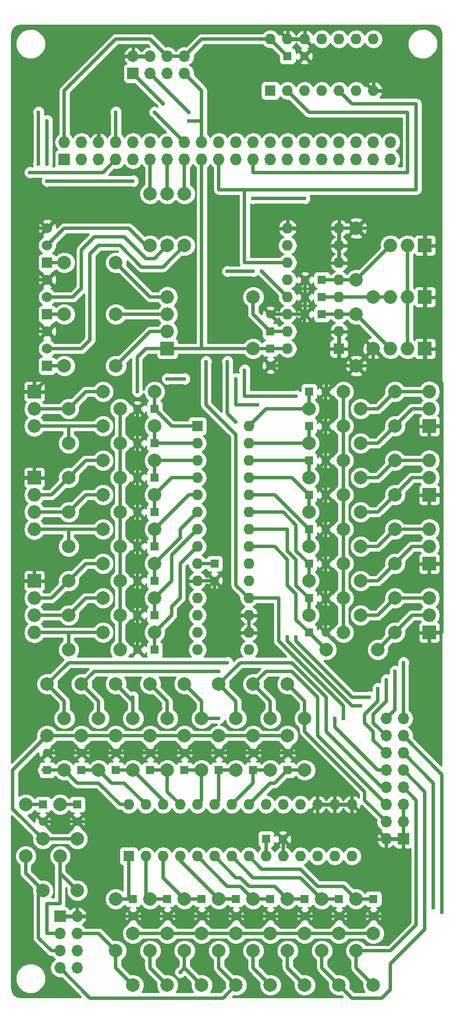
<source format=gbl>
G04 #@! TF.FileFunction,Copper,L2,Bot,Signal*
%FSLAX46Y46*%
G04 Gerber Fmt 4.6, Leading zero omitted, Abs format (unit mm)*
G04 Created by KiCad (PCBNEW 4.0.5) date 01/10/17 22:43:54*
%MOMM*%
%LPD*%
G01*
G04 APERTURE LIST*
%ADD10C,0.100000*%
%ADD11R,1.600000X1.600000*%
%ADD12O,1.600000X1.600000*%
%ADD13R,1.300000X1.300000*%
%ADD14C,1.300000*%
%ADD15C,1.998980*%
%ADD16O,1.998980X1.998980*%
%ADD17R,1.998980X1.998980*%
%ADD18R,1.727200X1.727200*%
%ADD19O,1.727200X1.727200*%
%ADD20R,1.700000X1.700000*%
%ADD21O,1.700000X1.700000*%
%ADD22C,1.524000*%
%ADD23R,1.524000X1.524000*%
%ADD24C,0.600000*%
%ADD25C,0.500000*%
%ADD26C,0.254000*%
G04 APERTURE END LIST*
D10*
D11*
X43180000Y-74930000D03*
D12*
X50800000Y-107950000D03*
X43180000Y-77470000D03*
X50800000Y-105410000D03*
X43180000Y-80010000D03*
X50800000Y-102870000D03*
X43180000Y-82550000D03*
X50800000Y-100330000D03*
X43180000Y-85090000D03*
X50800000Y-97790000D03*
X43180000Y-87630000D03*
X50800000Y-95250000D03*
X43180000Y-90170000D03*
X50800000Y-92710000D03*
X43180000Y-92710000D03*
X50800000Y-90170000D03*
X43180000Y-95250000D03*
X50800000Y-87630000D03*
X43180000Y-97790000D03*
X50800000Y-85090000D03*
X43180000Y-100330000D03*
X50800000Y-82550000D03*
X43180000Y-102870000D03*
X50800000Y-80010000D03*
X43180000Y-105410000D03*
X50800000Y-77470000D03*
X43180000Y-107950000D03*
X50800000Y-74930000D03*
D13*
X59690000Y-69850000D03*
D14*
X62190000Y-69850000D03*
D15*
X59690000Y-72390000D03*
X67310000Y-72390000D03*
X61595000Y-144780000D03*
X61595000Y-152400000D03*
X38735000Y-125730000D03*
X38735000Y-118110000D03*
X36830000Y-80010000D03*
X29210000Y-80010000D03*
X59690000Y-102870000D03*
X67310000Y-102870000D03*
D16*
X77470000Y-80010000D03*
D17*
X77470000Y-85090000D03*
D16*
X77470000Y-82550000D03*
X71755000Y-55880000D03*
D17*
X76835000Y-55880000D03*
D16*
X74295000Y-55880000D03*
D13*
X53975000Y-60960000D03*
D14*
X53975000Y-58460000D03*
D13*
X53975000Y-63500000D03*
D14*
X53975000Y-66000000D03*
D13*
X61595000Y-58420000D03*
D14*
X59095000Y-58420000D03*
D13*
X61595000Y-55880000D03*
D14*
X59095000Y-55880000D03*
D13*
X61595000Y-53340000D03*
D14*
X59095000Y-53340000D03*
D13*
X56515000Y-20320000D03*
D14*
X59015000Y-20320000D03*
D13*
X53340000Y-135890000D03*
D14*
X55840000Y-135890000D03*
D13*
X20320000Y-130810000D03*
D14*
X20320000Y-133310000D03*
D13*
X25400000Y-130810000D03*
D14*
X25400000Y-133310000D03*
D13*
X33655000Y-144780000D03*
D14*
X33655000Y-147280000D03*
D13*
X38735000Y-144780000D03*
D14*
X38735000Y-147280000D03*
D13*
X43815000Y-144780000D03*
D14*
X43815000Y-147280000D03*
D13*
X48895000Y-144780000D03*
D14*
X48895000Y-147280000D03*
D13*
X53975000Y-144780000D03*
D14*
X53975000Y-147280000D03*
D13*
X59055000Y-144780000D03*
D14*
X59055000Y-147280000D03*
D13*
X64135000Y-144780000D03*
D14*
X64135000Y-147280000D03*
D13*
X69215000Y-144780000D03*
D14*
X69215000Y-147280000D03*
D13*
X56515000Y-125730000D03*
D14*
X56515000Y-123230000D03*
D13*
X51435000Y-125730000D03*
D14*
X51435000Y-123230000D03*
D13*
X46355000Y-125730000D03*
D14*
X46355000Y-123230000D03*
D13*
X41275000Y-125730000D03*
D14*
X41275000Y-123230000D03*
D13*
X36195000Y-125730000D03*
D14*
X36195000Y-123230000D03*
D13*
X31115000Y-125730000D03*
D14*
X31115000Y-123230000D03*
D13*
X26035000Y-125730000D03*
D14*
X26035000Y-123230000D03*
D13*
X20955000Y-125730000D03*
D14*
X20955000Y-123230000D03*
D13*
X45720000Y-95250000D03*
D14*
X45720000Y-97750000D03*
D13*
X36830000Y-72390000D03*
D14*
X34330000Y-72390000D03*
D13*
X36830000Y-77470000D03*
D14*
X34330000Y-77470000D03*
D13*
X36830000Y-82550000D03*
D14*
X34330000Y-82550000D03*
D13*
X36830000Y-87630000D03*
D14*
X34330000Y-87630000D03*
D13*
X36830000Y-92710000D03*
D14*
X34330000Y-92710000D03*
D13*
X36830000Y-97790000D03*
D14*
X34330000Y-97790000D03*
D13*
X36830000Y-102870000D03*
D14*
X34330000Y-102870000D03*
D13*
X36830000Y-107950000D03*
D14*
X34330000Y-107950000D03*
D13*
X59690000Y-105410000D03*
D14*
X62190000Y-105410000D03*
D13*
X59690000Y-100330000D03*
D14*
X62190000Y-100330000D03*
D13*
X59690000Y-95250000D03*
D14*
X62190000Y-95250000D03*
D13*
X59690000Y-90170000D03*
D14*
X62190000Y-90170000D03*
D13*
X59690000Y-85090000D03*
D14*
X62190000Y-85090000D03*
D13*
X59690000Y-80010000D03*
D14*
X62190000Y-80010000D03*
D13*
X59690000Y-74930000D03*
D14*
X62190000Y-74930000D03*
D18*
X23495000Y-35560000D03*
D19*
X23495000Y-33020000D03*
X26035000Y-35560000D03*
X26035000Y-33020000D03*
X28575000Y-35560000D03*
X28575000Y-33020000D03*
X31115000Y-35560000D03*
X31115000Y-33020000D03*
X33655000Y-35560000D03*
X33655000Y-33020000D03*
X36195000Y-35560000D03*
X36195000Y-33020000D03*
X38735000Y-35560000D03*
X38735000Y-33020000D03*
X41275000Y-35560000D03*
X41275000Y-33020000D03*
X43815000Y-35560000D03*
X43815000Y-33020000D03*
X46355000Y-35560000D03*
X46355000Y-33020000D03*
X48895000Y-35560000D03*
X48895000Y-33020000D03*
X51435000Y-35560000D03*
X51435000Y-33020000D03*
X53975000Y-35560000D03*
X53975000Y-33020000D03*
X56515000Y-35560000D03*
X56515000Y-33020000D03*
X59055000Y-35560000D03*
X59055000Y-33020000D03*
X61595000Y-35560000D03*
X61595000Y-33020000D03*
X64135000Y-35560000D03*
X64135000Y-33020000D03*
X66675000Y-35560000D03*
X66675000Y-33020000D03*
X69215000Y-35560000D03*
X69215000Y-33020000D03*
X71755000Y-35560000D03*
X71755000Y-33020000D03*
D20*
X73660000Y-135890000D03*
D21*
X71120000Y-135890000D03*
X73660000Y-133350000D03*
X71120000Y-133350000D03*
X73660000Y-130810000D03*
X71120000Y-130810000D03*
X73660000Y-128270000D03*
X71120000Y-128270000D03*
X73660000Y-125730000D03*
X71120000Y-125730000D03*
X73660000Y-123190000D03*
X71120000Y-123190000D03*
X73660000Y-120650000D03*
X71120000Y-120650000D03*
X73660000Y-118110000D03*
X71120000Y-118110000D03*
D20*
X22860000Y-147320000D03*
D21*
X25400000Y-147320000D03*
X22860000Y-149860000D03*
X25400000Y-149860000D03*
X22860000Y-152400000D03*
X25400000Y-152400000D03*
X22860000Y-154940000D03*
X25400000Y-154940000D03*
D20*
X33655000Y-22860000D03*
D21*
X33655000Y-20320000D03*
X36195000Y-22860000D03*
X36195000Y-20320000D03*
X38735000Y-22860000D03*
X38735000Y-20320000D03*
X41275000Y-22860000D03*
X41275000Y-20320000D03*
D16*
X38735000Y-55880000D03*
D17*
X38735000Y-63500000D03*
D16*
X38735000Y-60960000D03*
X38735000Y-58420000D03*
X71755000Y-63500000D03*
D17*
X76835000Y-63500000D03*
D16*
X74295000Y-63500000D03*
X71755000Y-48260000D03*
D17*
X76835000Y-48260000D03*
D16*
X74295000Y-48260000D03*
X19050000Y-90170000D03*
D17*
X19050000Y-82550000D03*
D16*
X19050000Y-85090000D03*
X19050000Y-87630000D03*
X19050000Y-105410000D03*
D17*
X19050000Y-97790000D03*
D16*
X19050000Y-100330000D03*
X19050000Y-102870000D03*
X77470000Y-100330000D03*
D17*
X77470000Y-105410000D03*
D16*
X77470000Y-102870000D03*
X77470000Y-90170000D03*
D17*
X77470000Y-95250000D03*
D16*
X77470000Y-92710000D03*
X77470000Y-69850000D03*
D17*
X77470000Y-74930000D03*
D16*
X77470000Y-72390000D03*
X19050000Y-74930000D03*
D17*
X19050000Y-69850000D03*
D16*
X19050000Y-72390000D03*
D22*
X20955000Y-48260000D03*
X20955000Y-45720000D03*
D23*
X20955000Y-50800000D03*
D22*
X20955000Y-55880000D03*
X20955000Y-53340000D03*
D23*
X20955000Y-58420000D03*
D22*
X20955000Y-63500000D03*
X20955000Y-60960000D03*
D23*
X20955000Y-66040000D03*
D15*
X51435000Y-63500000D03*
X51435000Y-55880000D03*
X66675000Y-58420000D03*
X66675000Y-66040000D03*
X69215000Y-55880000D03*
X69215000Y-63500000D03*
X66675000Y-53340000D03*
X66675000Y-45720000D03*
X31115000Y-50800000D03*
X23495000Y-50800000D03*
X31115000Y-58420000D03*
X23495000Y-58420000D03*
X31115000Y-66040000D03*
X23495000Y-66040000D03*
X20320000Y-135890000D03*
X20320000Y-143510000D03*
X25400000Y-135890000D03*
X25400000Y-143510000D03*
X33655000Y-149860000D03*
X33655000Y-157480000D03*
X38735000Y-149860000D03*
X38735000Y-157480000D03*
X43815000Y-149860000D03*
X43815000Y-157480000D03*
X48895000Y-149860000D03*
X48895000Y-157480000D03*
X53975000Y-149860000D03*
X53975000Y-157480000D03*
X59055000Y-149860000D03*
X59055000Y-157480000D03*
X64135000Y-149860000D03*
X64135000Y-157480000D03*
X69215000Y-149860000D03*
X69215000Y-157480000D03*
X56515000Y-120650000D03*
X56515000Y-113030000D03*
X51435000Y-120650000D03*
X51435000Y-113030000D03*
X46355000Y-120650000D03*
X46355000Y-113030000D03*
X41275000Y-120650000D03*
X41275000Y-113030000D03*
X36195000Y-120650000D03*
X36195000Y-113030000D03*
X31115000Y-120650000D03*
X31115000Y-113030000D03*
X26035000Y-120650000D03*
X26035000Y-113030000D03*
X20955000Y-120650000D03*
X20955000Y-113030000D03*
X17780000Y-130810000D03*
X17780000Y-138430000D03*
X22860000Y-130810000D03*
X22860000Y-138430000D03*
X31115000Y-144780000D03*
X31115000Y-152400000D03*
X36195000Y-144780000D03*
X36195000Y-152400000D03*
X41275000Y-144780000D03*
X41275000Y-152400000D03*
X46355000Y-144780000D03*
X46355000Y-152400000D03*
X51435000Y-144780000D03*
X51435000Y-152400000D03*
X56515000Y-144780000D03*
X56515000Y-152400000D03*
X66675000Y-144780000D03*
X66675000Y-152400000D03*
X59055000Y-125730000D03*
X59055000Y-118110000D03*
X53975000Y-125730000D03*
X53975000Y-118110000D03*
X48895000Y-125730000D03*
X48895000Y-118110000D03*
X43815000Y-125730000D03*
X43815000Y-118110000D03*
X33655000Y-125730000D03*
X33655000Y-118110000D03*
X28575000Y-125730000D03*
X28575000Y-118110000D03*
X23495000Y-125730000D03*
X23495000Y-118110000D03*
X31750000Y-72390000D03*
X24130000Y-72390000D03*
X31750000Y-77470000D03*
X24130000Y-77470000D03*
X31750000Y-82550000D03*
X24130000Y-82550000D03*
X31750000Y-87630000D03*
X24130000Y-87630000D03*
X31750000Y-92710000D03*
X24130000Y-92710000D03*
X31750000Y-97790000D03*
X24130000Y-97790000D03*
X31750000Y-102870000D03*
X24130000Y-102870000D03*
X31750000Y-107950000D03*
X24130000Y-107950000D03*
X64770000Y-105410000D03*
X72390000Y-105410000D03*
X64770000Y-100330000D03*
X72390000Y-100330000D03*
X64770000Y-95250000D03*
X72390000Y-95250000D03*
X64770000Y-90170000D03*
X72390000Y-90170000D03*
X64770000Y-85090000D03*
X72390000Y-85090000D03*
X64770000Y-80010000D03*
X72390000Y-80010000D03*
X64770000Y-74930000D03*
X72390000Y-74930000D03*
X64770000Y-69850000D03*
X72390000Y-69850000D03*
X36830000Y-69850000D03*
X29210000Y-69850000D03*
X36830000Y-74930000D03*
X29210000Y-74930000D03*
X36830000Y-85090000D03*
X29210000Y-85090000D03*
X36830000Y-90170000D03*
X29210000Y-90170000D03*
X36830000Y-95250000D03*
X29210000Y-95250000D03*
X36830000Y-100330000D03*
X29210000Y-100330000D03*
X36830000Y-105410000D03*
X29210000Y-105410000D03*
X62230000Y-107950000D03*
X69850000Y-107950000D03*
X59690000Y-97790000D03*
X67310000Y-97790000D03*
X59690000Y-92710000D03*
X67310000Y-92710000D03*
X59690000Y-87630000D03*
X67310000Y-87630000D03*
X59690000Y-82550000D03*
X67310000Y-82550000D03*
X59690000Y-77470000D03*
X67310000Y-77470000D03*
X36195000Y-48260000D03*
X36195000Y-40640000D03*
X38735000Y-48260000D03*
X38735000Y-40640000D03*
X41275000Y-48260000D03*
X41275000Y-40640000D03*
D11*
X64135000Y-63500000D03*
D12*
X56515000Y-45720000D03*
X64135000Y-60960000D03*
X56515000Y-48260000D03*
X64135000Y-58420000D03*
X56515000Y-50800000D03*
X64135000Y-55880000D03*
X56515000Y-53340000D03*
X64135000Y-53340000D03*
X56515000Y-55880000D03*
X64135000Y-50800000D03*
X56515000Y-58420000D03*
X64135000Y-48260000D03*
X56515000Y-60960000D03*
X64135000Y-45720000D03*
X56515000Y-63500000D03*
D11*
X53975000Y-25400000D03*
D12*
X69215000Y-17780000D03*
X56515000Y-25400000D03*
X66675000Y-17780000D03*
X59055000Y-25400000D03*
X64135000Y-17780000D03*
X61595000Y-25400000D03*
X61595000Y-17780000D03*
X64135000Y-25400000D03*
X59055000Y-17780000D03*
X66675000Y-25400000D03*
X56515000Y-17780000D03*
X69215000Y-25400000D03*
X53975000Y-17780000D03*
D11*
X33020000Y-138430000D03*
D12*
X66040000Y-130810000D03*
X35560000Y-138430000D03*
X63500000Y-130810000D03*
X38100000Y-138430000D03*
X60960000Y-130810000D03*
X40640000Y-138430000D03*
X58420000Y-130810000D03*
X43180000Y-138430000D03*
X55880000Y-130810000D03*
X45720000Y-138430000D03*
X53340000Y-130810000D03*
X48260000Y-138430000D03*
X50800000Y-130810000D03*
X50800000Y-138430000D03*
X48260000Y-130810000D03*
X53340000Y-138430000D03*
X45720000Y-130810000D03*
X55880000Y-138430000D03*
X43180000Y-130810000D03*
X58420000Y-138430000D03*
X40640000Y-130810000D03*
X60960000Y-138430000D03*
X38100000Y-130810000D03*
X63500000Y-138430000D03*
X35560000Y-130810000D03*
X66040000Y-138430000D03*
X33020000Y-130810000D03*
D24*
X23495000Y-123190000D03*
X21590000Y-118745000D03*
X45720000Y-102870000D03*
X28575000Y-22860000D03*
X26035000Y-20320000D03*
X34290000Y-69850000D03*
X18415000Y-37465000D03*
X56515000Y-106045000D03*
X67310000Y-116205000D03*
X38735000Y-67945000D03*
X41275000Y-67945000D03*
X48895000Y-67945000D03*
X52070000Y-71755000D03*
X68580000Y-114935000D03*
X57785000Y-106045000D03*
X57785000Y-70485000D03*
X50165000Y-66675000D03*
X19685000Y-36195000D03*
X19685000Y-28575000D03*
X31115000Y-28575000D03*
X36830000Y-28575000D03*
X64770000Y-118110000D03*
X44450000Y-65405000D03*
X41910000Y-29845000D03*
X20955000Y-38735000D03*
X20955000Y-29845000D03*
X20955000Y-36195000D03*
X33655000Y-38735000D03*
X52705000Y-37465000D03*
X52705000Y-52070000D03*
X47625000Y-65405000D03*
X51435000Y-41275000D03*
X51435000Y-52070000D03*
X59055000Y-41275000D03*
X47625000Y-52070000D03*
X48895000Y-74295000D03*
X63500000Y-118110000D03*
X46355000Y-118110000D03*
X78105000Y-146050000D03*
X56515000Y-154305000D03*
X38735000Y-116205000D03*
X69850000Y-113665000D03*
X79375000Y-146685000D03*
X52070000Y-155575000D03*
X33655000Y-114935000D03*
X71120000Y-112395000D03*
X73660000Y-109855000D03*
X47625000Y-109855000D03*
X72390000Y-111125000D03*
X46355000Y-111125000D03*
X36195000Y-154305000D03*
X40640000Y-155575000D03*
X38100000Y-27305000D03*
X41910000Y-28575000D03*
D25*
X51435000Y-55880000D02*
X51435000Y-58420000D01*
X51435000Y-58420000D02*
X53975000Y-60960000D01*
X56515000Y-60960000D02*
X53975000Y-60960000D01*
X74295000Y-48260000D02*
X74295000Y-55880000D01*
X74295000Y-55880000D02*
X74295000Y-63500000D01*
X62865000Y-21590000D02*
X64770000Y-23495000D01*
X67310000Y-23495000D02*
X69215000Y-25400000D01*
X64770000Y-23495000D02*
X67310000Y-23495000D01*
X59015000Y-20320000D02*
X60305000Y-19030000D01*
X60305000Y-19030000D02*
X60325000Y-19050000D01*
X73660000Y-133350000D02*
X73660000Y-130810000D01*
X73660000Y-135890000D02*
X73660000Y-133350000D01*
X73660000Y-135890000D02*
X71120000Y-135890000D01*
X71120000Y-147320000D02*
X73660000Y-144780000D01*
X69255000Y-147320000D02*
X71120000Y-147320000D01*
X73660000Y-144780000D02*
X73660000Y-135890000D01*
X66040000Y-130810000D02*
X71120000Y-135890000D01*
X66040000Y-130810000D02*
X63500000Y-130810000D01*
X63500000Y-130810000D02*
X60960000Y-130810000D01*
X60960000Y-130810000D02*
X55880000Y-135890000D01*
X55880000Y-135890000D02*
X55840000Y-135890000D01*
X55840000Y-135890000D02*
X55880000Y-135930000D01*
X55880000Y-135930000D02*
X55880000Y-138430000D01*
X59055000Y-123190000D02*
X60960000Y-125095000D01*
X60960000Y-125095000D02*
X60960000Y-130810000D01*
X77470000Y-95250000D02*
X79375000Y-95250000D01*
X77470000Y-85090000D02*
X79375000Y-85090000D01*
X79375000Y-74930000D02*
X79375000Y-85090000D01*
X79375000Y-95250000D02*
X79375000Y-105410000D01*
X79375000Y-85090000D02*
X79375000Y-95250000D01*
X79375000Y-68580000D02*
X79375000Y-74930000D01*
X54610000Y-15875000D02*
X30480000Y-15875000D01*
X46355000Y-123230000D02*
X51435000Y-123230000D01*
X51435000Y-123230000D02*
X56515000Y-123230000D01*
X59095000Y-58420000D02*
X59055000Y-58460000D01*
X59055000Y-58460000D02*
X59055000Y-66040000D01*
X62190000Y-80010000D02*
X62190000Y-85090000D01*
X62190000Y-85090000D02*
X62190000Y-90170000D01*
X62190000Y-90170000D02*
X62190000Y-95250000D01*
X62190000Y-95250000D02*
X62190000Y-100330000D01*
X17145000Y-118745000D02*
X21590000Y-118745000D01*
X23495000Y-123190000D02*
X23495000Y-123230000D01*
X23495000Y-123230000D02*
X23495000Y-123190000D01*
X23495000Y-123190000D02*
X23495000Y-123230000D01*
X45720000Y-97750000D02*
X45760000Y-97790000D01*
X45720000Y-97750000D02*
X45720000Y-102870000D01*
X45720000Y-102870000D02*
X50800000Y-102870000D01*
X59055000Y-123190000D02*
X59055000Y-123156042D01*
X59021042Y-123156042D02*
X59055000Y-123190000D01*
X19050000Y-69850000D02*
X17145000Y-69850000D01*
X19050000Y-82550000D02*
X17145000Y-82550000D01*
X19050000Y-97790000D02*
X17145000Y-97790000D01*
X62190000Y-69850000D02*
X62230000Y-69810000D01*
X62230000Y-69810000D02*
X62230000Y-66040000D01*
X76835000Y-66040000D02*
X79375000Y-68580000D01*
X17145000Y-60960000D02*
X17145000Y-69850000D01*
X17145000Y-53340000D02*
X17145000Y-60960000D01*
X17145000Y-60960000D02*
X20955000Y-60960000D01*
X17145000Y-45720000D02*
X17145000Y-53340000D01*
X17145000Y-53340000D02*
X20955000Y-53340000D01*
X20955000Y-45720000D02*
X17145000Y-45720000D01*
X17145000Y-29210000D02*
X17145000Y-45720000D01*
X17145000Y-29210000D02*
X26035000Y-20320000D01*
X34330000Y-72390000D02*
X29885000Y-67945000D01*
X20955000Y-67945000D02*
X19050000Y-69850000D01*
X29885000Y-67945000D02*
X20955000Y-67945000D01*
X17145000Y-118745000D02*
X17145000Y-97790000D01*
X56515000Y-45720000D02*
X64135000Y-45720000D01*
X64135000Y-63500000D02*
X64135000Y-60960000D01*
X64135000Y-66040000D02*
X66675000Y-66040000D01*
X66675000Y-66040000D02*
X69215000Y-66040000D01*
X62190000Y-74930000D02*
X62190000Y-69850000D01*
X61555000Y-66040000D02*
X61595000Y-66040000D01*
X28575000Y-147320000D02*
X28575000Y-133350000D01*
X25400000Y-133310000D02*
X25440000Y-133350000D01*
X25440000Y-133350000D02*
X28575000Y-133350000D01*
X28575000Y-133350000D02*
X28575000Y-130175000D01*
X28575000Y-130175000D02*
X27305000Y-128905000D01*
X20955000Y-123230000D02*
X19090000Y-125095000D01*
X19090000Y-125095000D02*
X19090000Y-126325000D01*
X19090000Y-126325000D02*
X19090000Y-126405000D01*
X19090000Y-126405000D02*
X21590000Y-128905000D01*
X21590000Y-128905000D02*
X27305000Y-128905000D01*
X33655000Y-147280000D02*
X33615000Y-147320000D01*
X33615000Y-147320000D02*
X28575000Y-147320000D01*
X28575000Y-147320000D02*
X27940000Y-147320000D01*
X27940000Y-147320000D02*
X25400000Y-147320000D01*
X22860000Y-147320000D02*
X25400000Y-147320000D01*
X69215000Y-147280000D02*
X69255000Y-147320000D01*
X59055000Y-123156042D02*
X56588958Y-123156042D01*
X56515000Y-123230000D02*
X56588958Y-123156042D01*
X61555000Y-130810000D02*
X61595000Y-130810000D01*
X64135000Y-63500000D02*
X64135000Y-66040000D01*
X45720000Y-97790000D02*
X45720000Y-97750000D01*
X69215000Y-63500000D02*
X69215000Y-66040000D01*
X53975000Y-66000000D02*
X54015000Y-66040000D01*
X54015000Y-66040000D02*
X59055000Y-66040000D01*
X59055000Y-66040000D02*
X61595000Y-66040000D01*
X61595000Y-66040000D02*
X62230000Y-66040000D01*
X62230000Y-66040000D02*
X64135000Y-66040000D01*
X69215000Y-66040000D02*
X76835000Y-66040000D01*
X66675000Y-45720000D02*
X76835000Y-45720000D01*
X69215000Y-25400000D02*
X76835000Y-25400000D01*
X76835000Y-25400000D02*
X76835000Y-45720000D01*
X76835000Y-45720000D02*
X76835000Y-48260000D01*
X28575000Y-33020000D02*
X28575000Y-22860000D01*
X54610000Y-15875000D02*
X56515000Y-17780000D01*
X26035000Y-20320000D02*
X30480000Y-15875000D01*
X59055000Y-17780000D02*
X60325000Y-19050000D01*
X60325000Y-19050000D02*
X62865000Y-21590000D01*
X31115000Y-20320000D02*
X33655000Y-20320000D01*
X28575000Y-22860000D02*
X31115000Y-20320000D01*
X33655000Y-20320000D02*
X36195000Y-20320000D01*
X59055000Y-17780000D02*
X56515000Y-17780000D01*
X50800000Y-105410000D02*
X50800000Y-102870000D01*
X45720000Y-97750000D02*
X43220000Y-97750000D01*
X43220000Y-97750000D02*
X43180000Y-97790000D01*
X77470000Y-74930000D02*
X79375000Y-74930000D01*
X76835000Y-66040000D02*
X76835000Y-63500000D01*
X77470000Y-105410000D02*
X79375000Y-105410000D01*
X17145000Y-69850000D02*
X17145000Y-82550000D01*
X17145000Y-82550000D02*
X17145000Y-97790000D01*
X53975000Y-58460000D02*
X56475000Y-58460000D01*
X56475000Y-58460000D02*
X56515000Y-58420000D01*
X56515000Y-58420000D02*
X59095000Y-58420000D01*
X59095000Y-58420000D02*
X59095000Y-55880000D01*
X59095000Y-55880000D02*
X59095000Y-53340000D01*
X66675000Y-45720000D02*
X64135000Y-45720000D01*
X64135000Y-45720000D02*
X64135000Y-48260000D01*
X64135000Y-48260000D02*
X64135000Y-50800000D01*
X20320000Y-133310000D02*
X25400000Y-133310000D01*
X33655000Y-147280000D02*
X38735000Y-147280000D01*
X38735000Y-147280000D02*
X43815000Y-147280000D01*
X43815000Y-147280000D02*
X48895000Y-147280000D01*
X48895000Y-147280000D02*
X53975000Y-147280000D01*
X53975000Y-147280000D02*
X59055000Y-147280000D01*
X59055000Y-147280000D02*
X64135000Y-147280000D01*
X64135000Y-147280000D02*
X64175000Y-147320000D01*
X64175000Y-147320000D02*
X69215000Y-147320000D01*
X69215000Y-147320000D02*
X69215000Y-147280000D01*
X56475000Y-138390000D02*
X56515000Y-138430000D01*
X20955000Y-123230000D02*
X23495000Y-123230000D01*
X23495000Y-123230000D02*
X26035000Y-123230000D01*
X26035000Y-123230000D02*
X36195000Y-123230000D01*
X36195000Y-123230000D02*
X31115000Y-123230000D01*
X31115000Y-123230000D02*
X41275000Y-123230000D01*
X41275000Y-123230000D02*
X46355000Y-123230000D01*
X46355000Y-123230000D02*
X46395000Y-123190000D01*
X56475000Y-123190000D02*
X56515000Y-123230000D01*
X62190000Y-74930000D02*
X62190000Y-80010000D01*
X62190000Y-80010000D02*
X62230000Y-80050000D01*
X62230000Y-90130000D02*
X62190000Y-90170000D01*
X62190000Y-100330000D02*
X62190000Y-105410000D01*
X34330000Y-72390000D02*
X34330000Y-77470000D01*
X34330000Y-77470000D02*
X34330000Y-82550000D01*
X34330000Y-82550000D02*
X34330000Y-87630000D01*
X34330000Y-87630000D02*
X34330000Y-92710000D01*
X34330000Y-92710000D02*
X34330000Y-97790000D01*
X34330000Y-97790000D02*
X34330000Y-102870000D01*
X34330000Y-102870000D02*
X34330000Y-107950000D01*
X76835000Y-48260000D02*
X76835000Y-55880000D01*
X76835000Y-55880000D02*
X76835000Y-63500000D01*
X34290000Y-67945000D02*
X34290000Y-64770000D01*
X35560000Y-63500000D02*
X38735000Y-63500000D01*
X34290000Y-64770000D02*
X35560000Y-63500000D01*
X53340000Y-135890000D02*
X53340000Y-138430000D01*
X34290000Y-69850000D02*
X34290000Y-67945000D01*
X43815000Y-63500000D02*
X51435000Y-63500000D01*
X43815000Y-35560000D02*
X43815000Y-63500000D01*
X43815000Y-63500000D02*
X38735000Y-63500000D01*
X20955000Y-120650000D02*
X15875000Y-125730000D01*
X15875000Y-131445000D02*
X20320000Y-135890000D01*
X15875000Y-125730000D02*
X15875000Y-131445000D01*
X43180000Y-95250000D02*
X45720000Y-95250000D01*
X51435000Y-63500000D02*
X53975000Y-63500000D01*
X53975000Y-63500000D02*
X56515000Y-63500000D01*
X20320000Y-135890000D02*
X25400000Y-135890000D01*
X33655000Y-149860000D02*
X38735000Y-149860000D01*
X38735000Y-149860000D02*
X43815000Y-149860000D01*
X43815000Y-149860000D02*
X48895000Y-149860000D01*
X48895000Y-149860000D02*
X53975000Y-149860000D01*
X53975000Y-149860000D02*
X59055000Y-149860000D01*
X59055000Y-149860000D02*
X64135000Y-149860000D01*
X64135000Y-149860000D02*
X69215000Y-149860000D01*
X20955000Y-120650000D02*
X26035000Y-120650000D01*
X26035000Y-120650000D02*
X31115000Y-120650000D01*
X31115000Y-120650000D02*
X36195000Y-120650000D01*
X36195000Y-120650000D02*
X41275000Y-120650000D01*
X41275000Y-120650000D02*
X46355000Y-120650000D01*
X46355000Y-120650000D02*
X51435000Y-120650000D01*
X51435000Y-120650000D02*
X56515000Y-120650000D01*
X64770000Y-69850000D02*
X64770000Y-74930000D01*
X64770000Y-74930000D02*
X64770000Y-80010000D01*
X64770000Y-80010000D02*
X64770000Y-85090000D01*
X64770000Y-85090000D02*
X64770000Y-90170000D01*
X64770000Y-90170000D02*
X64770000Y-95250000D01*
X64770000Y-95250000D02*
X64770000Y-100330000D01*
X64770000Y-100330000D02*
X64770000Y-105410000D01*
X31750000Y-72390000D02*
X31750000Y-77470000D01*
X31750000Y-77470000D02*
X31750000Y-82550000D01*
X31750000Y-82550000D02*
X31750000Y-87630000D01*
X31750000Y-87630000D02*
X31750000Y-92710000D01*
X31750000Y-92710000D02*
X31750000Y-97790000D01*
X31750000Y-97790000D02*
X31750000Y-102870000D01*
X31750000Y-102870000D02*
X31750000Y-107950000D01*
X66675000Y-58420000D02*
X71755000Y-63500000D01*
X61595000Y-58420000D02*
X64135000Y-58420000D01*
X64135000Y-58420000D02*
X66675000Y-58420000D01*
X69215000Y-55880000D02*
X71755000Y-55880000D01*
X61595000Y-55880000D02*
X64135000Y-55880000D01*
X64135000Y-55880000D02*
X69215000Y-55880000D01*
X66675000Y-53340000D02*
X71755000Y-48260000D01*
X61595000Y-53340000D02*
X64135000Y-53340000D01*
X64135000Y-53340000D02*
X66675000Y-53340000D01*
X53975000Y-17780000D02*
X56515000Y-20320000D01*
X56515000Y-20280000D02*
X56475000Y-20320000D01*
X41275000Y-20320000D02*
X43815000Y-17780000D01*
X43815000Y-17780000D02*
X53975000Y-17780000D01*
X23495000Y-33020000D02*
X23495000Y-25400000D01*
X36195000Y-17780000D02*
X38735000Y-20320000D01*
X31115000Y-17780000D02*
X36195000Y-17780000D01*
X23495000Y-25400000D02*
X31115000Y-17780000D01*
X41275000Y-20320000D02*
X38735000Y-20320000D01*
X20320000Y-130810000D02*
X17780000Y-130810000D01*
X21590000Y-37465000D02*
X18415000Y-37465000D01*
X29210000Y-37465000D02*
X21590000Y-37465000D01*
X31115000Y-35560000D02*
X29210000Y-37465000D01*
X25400000Y-130810000D02*
X22860000Y-130810000D01*
X33655000Y-144780000D02*
X33020000Y-144780000D01*
X33020000Y-144780000D02*
X33020000Y-138430000D01*
X31115000Y-144780000D02*
X33655000Y-144780000D01*
X36195000Y-144780000D02*
X35560000Y-144145000D01*
X35560000Y-144145000D02*
X35560000Y-138430000D01*
X38735000Y-144780000D02*
X36195000Y-144780000D01*
X41275000Y-144780000D02*
X38100000Y-141605000D01*
X38100000Y-141605000D02*
X38100000Y-138430000D01*
X43815000Y-144780000D02*
X41275000Y-144780000D01*
X46355000Y-144780000D02*
X40640000Y-139065000D01*
X40640000Y-139065000D02*
X40640000Y-138430000D01*
X48895000Y-144780000D02*
X46355000Y-144780000D01*
X51435000Y-144780000D02*
X49530000Y-142875000D01*
X47625000Y-142875000D02*
X43180000Y-138430000D01*
X49530000Y-142875000D02*
X47625000Y-142875000D01*
X53975000Y-144780000D02*
X51435000Y-144780000D01*
X56515000Y-144780000D02*
X54610000Y-142875000D01*
X48895000Y-141605000D02*
X45720000Y-138430000D01*
X49530000Y-141605000D02*
X48895000Y-141605000D01*
X50800000Y-142875000D02*
X49530000Y-141605000D01*
X54610000Y-142875000D02*
X50800000Y-142875000D01*
X59055000Y-144780000D02*
X56515000Y-144780000D01*
X61595000Y-144780000D02*
X58420000Y-141605000D01*
X51435000Y-141605000D02*
X48260000Y-138430000D01*
X58420000Y-141605000D02*
X51435000Y-141605000D01*
X64135000Y-144780000D02*
X61595000Y-144780000D01*
X64770000Y-142875000D02*
X60960000Y-142875000D01*
X58420000Y-140335000D02*
X57785000Y-140335000D01*
X60960000Y-142875000D02*
X58420000Y-140335000D01*
X50800000Y-138430000D02*
X52705000Y-140335000D01*
X52705000Y-140335000D02*
X57785000Y-140335000D01*
X64770000Y-142875000D02*
X66675000Y-144780000D01*
X66675000Y-144780000D02*
X69215000Y-144780000D01*
X50800000Y-130810000D02*
X53975000Y-127635000D01*
X54610000Y-127635000D02*
X56515000Y-125730000D01*
X53975000Y-127635000D02*
X54610000Y-127635000D01*
X59055000Y-125730000D02*
X56515000Y-125730000D01*
X51435000Y-125730000D02*
X51435000Y-127635000D01*
X51435000Y-127635000D02*
X48260000Y-130810000D01*
X53975000Y-125730000D02*
X51435000Y-125730000D01*
X46355000Y-125730000D02*
X46355000Y-129540000D01*
X46355000Y-130175000D02*
X45720000Y-130810000D01*
X46355000Y-129540000D02*
X46355000Y-130175000D01*
X48895000Y-125730000D02*
X46355000Y-125730000D01*
X43815000Y-125730000D02*
X43815000Y-130175000D01*
X43815000Y-130175000D02*
X43180000Y-130810000D01*
X43815000Y-125730000D02*
X41275000Y-125730000D01*
X38735000Y-125730000D02*
X38735000Y-128905000D01*
X38735000Y-128905000D02*
X40640000Y-130810000D01*
X38735000Y-125730000D02*
X36195000Y-125730000D01*
X33655000Y-125730000D02*
X38100000Y-130175000D01*
X38100000Y-130175000D02*
X38100000Y-130810000D01*
X33655000Y-125730000D02*
X31115000Y-125730000D01*
X30480000Y-127635000D02*
X32385000Y-127635000D01*
X28575000Y-125730000D02*
X30480000Y-127635000D01*
X32385000Y-127635000D02*
X35560000Y-130810000D01*
X28575000Y-125730000D02*
X26035000Y-125730000D01*
X33020000Y-130810000D02*
X31750000Y-130810000D01*
X25400000Y-127635000D02*
X28575000Y-127635000D01*
X28575000Y-127635000D02*
X31750000Y-130810000D01*
X25400000Y-127635000D02*
X23495000Y-125730000D01*
X23495000Y-125730000D02*
X20320000Y-125730000D01*
X20320000Y-125730000D02*
X20955000Y-125730000D01*
X43180000Y-74930000D02*
X39370000Y-74930000D01*
X39370000Y-74930000D02*
X36830000Y-72390000D01*
X36830000Y-72390000D02*
X36830000Y-69850000D01*
X43180000Y-77470000D02*
X36830000Y-77470000D01*
X36830000Y-77470000D02*
X36830000Y-74930000D01*
X36830000Y-82550000D02*
X36830000Y-80010000D01*
X36830000Y-80010000D02*
X43180000Y-80010000D01*
X36830000Y-87630000D02*
X36830000Y-85090000D01*
X36830000Y-85090000D02*
X39370000Y-82550000D01*
X39370000Y-82550000D02*
X43180000Y-82550000D01*
X36830000Y-92710000D02*
X36830000Y-90170000D01*
X36830000Y-90170000D02*
X41910000Y-85090000D01*
X41910000Y-85090000D02*
X43180000Y-85090000D01*
X36830000Y-97790000D02*
X36830000Y-95250000D01*
X36830000Y-95250000D02*
X40640000Y-91440000D01*
X40640000Y-91440000D02*
X40640000Y-90170000D01*
X40640000Y-90170000D02*
X43180000Y-87630000D01*
X36830000Y-102870000D02*
X36830000Y-100330000D01*
X36830000Y-100330000D02*
X39370000Y-97790000D01*
X39370000Y-97790000D02*
X39370000Y-93980000D01*
X39370000Y-93980000D02*
X43180000Y-90170000D01*
X36830000Y-107950000D02*
X36830000Y-105410000D01*
X36830000Y-105410000D02*
X39370000Y-102870000D01*
X39370000Y-102870000D02*
X39370000Y-101600000D01*
X39370000Y-101600000D02*
X40640000Y-100330000D01*
X40640000Y-100330000D02*
X40640000Y-95250000D01*
X40640000Y-95250000D02*
X43180000Y-92710000D01*
X59690000Y-105410000D02*
X57785000Y-103505000D01*
X54610000Y-92710000D02*
X50800000Y-92710000D01*
X56515000Y-94615000D02*
X54610000Y-92710000D01*
X56515000Y-98425000D02*
X56515000Y-94615000D01*
X57785000Y-99695000D02*
X56515000Y-98425000D01*
X57785000Y-103505000D02*
X57785000Y-99695000D01*
X59690000Y-105410000D02*
X62230000Y-107950000D01*
X59690000Y-100330000D02*
X57785000Y-98425000D01*
X56515000Y-90170000D02*
X50800000Y-90170000D01*
X56515000Y-93345000D02*
X56515000Y-90170000D01*
X57785000Y-94615000D02*
X56515000Y-93345000D01*
X57785000Y-98425000D02*
X57785000Y-94615000D01*
X59690000Y-100330000D02*
X59690000Y-102870000D01*
X59690000Y-95250000D02*
X57785000Y-93345000D01*
X55880000Y-87630000D02*
X50800000Y-87630000D01*
X57785000Y-89535000D02*
X55880000Y-87630000D01*
X57785000Y-93345000D02*
X57785000Y-89535000D01*
X50833958Y-87596042D02*
X50800000Y-87630000D01*
X59690000Y-95250000D02*
X59690000Y-97790000D01*
X59690000Y-90170000D02*
X54610000Y-85090000D01*
X54610000Y-85090000D02*
X50800000Y-85090000D01*
X59690000Y-90170000D02*
X59690000Y-92710000D01*
X56515000Y-82550000D02*
X57150000Y-82550000D01*
X59690000Y-85090000D02*
X57150000Y-82550000D01*
X56515000Y-82550000D02*
X50800000Y-82550000D01*
X59690000Y-85090000D02*
X59690000Y-87630000D01*
X50800000Y-80010000D02*
X59055000Y-80010000D01*
X59690000Y-80010000D02*
X59690000Y-82550000D01*
X50800000Y-77470000D02*
X59055000Y-77470000D01*
X59690000Y-74930000D02*
X59690000Y-77470000D01*
X59690000Y-69850000D02*
X59690000Y-72390000D01*
X50800000Y-74930000D02*
X53340000Y-72390000D01*
X53340000Y-72390000D02*
X59055000Y-72390000D01*
X56515000Y-106045000D02*
X56515000Y-106680000D01*
X56515000Y-106680000D02*
X57150000Y-107315000D01*
X67310000Y-116205000D02*
X66040000Y-116205000D01*
X57150000Y-107315000D02*
X66040000Y-116205000D01*
X38735000Y-67945000D02*
X41275000Y-67945000D01*
X48895000Y-67945000D02*
X48895000Y-71755000D01*
X48895000Y-71755000D02*
X52070000Y-71755000D01*
X66040000Y-114935000D02*
X68580000Y-114935000D01*
X66040000Y-114935000D02*
X57785000Y-106680000D01*
X57785000Y-106680000D02*
X57785000Y-106045000D01*
X50165000Y-70485000D02*
X57785000Y-70485000D01*
X50165000Y-66675000D02*
X50165000Y-70485000D01*
X31115000Y-33020000D02*
X31115000Y-31115000D01*
X19685000Y-28575000D02*
X19685000Y-36195000D01*
X31115000Y-31115000D02*
X31115000Y-28575000D01*
X36195000Y-35560000D02*
X36195000Y-40640000D01*
X38735000Y-35560000D02*
X38735000Y-40640000D01*
X41275000Y-35560000D02*
X41275000Y-40640000D01*
X41275000Y-33020000D02*
X36830000Y-28575000D01*
X57150000Y-108585000D02*
X64770000Y-116205000D01*
X55245000Y-100330000D02*
X55245000Y-106680000D01*
X55245000Y-106680000D02*
X57150000Y-108585000D01*
X64770000Y-116205000D02*
X64770000Y-118110000D01*
X50800000Y-100330000D02*
X55245000Y-100330000D01*
X44450000Y-71755000D02*
X44450000Y-65405000D01*
X20955000Y-29845000D02*
X20955000Y-36195000D01*
X41910000Y-29845000D02*
X43815000Y-29845000D01*
X20955000Y-38735000D02*
X33655000Y-38735000D01*
X44450000Y-71755000D02*
X48895000Y-76200000D01*
X48895000Y-76200000D02*
X48895000Y-98425000D01*
X50800000Y-100330000D02*
X48895000Y-98425000D01*
X41275000Y-22860000D02*
X43815000Y-25400000D01*
X43815000Y-25400000D02*
X43815000Y-29845000D01*
X43815000Y-29845000D02*
X43815000Y-33020000D01*
X51435000Y-50800000D02*
X50165000Y-50800000D01*
X50165000Y-50800000D02*
X50165000Y-40005000D01*
X51435000Y-50800000D02*
X56515000Y-50800000D01*
X64135000Y-25400000D02*
X66040000Y-27305000D01*
X46355000Y-40005000D02*
X46355000Y-35560000D01*
X50165000Y-40005000D02*
X46355000Y-40005000D01*
X75565000Y-40005000D02*
X51435000Y-40005000D01*
X51435000Y-40005000D02*
X50165000Y-40005000D01*
X75565000Y-27305000D02*
X75565000Y-40005000D01*
X66040000Y-27305000D02*
X75565000Y-27305000D01*
X56515000Y-55880000D02*
X52705000Y-52070000D01*
X56515000Y-25400000D02*
X59690000Y-28575000D01*
X51435000Y-37465000D02*
X51435000Y-35560000D01*
X74295000Y-37465000D02*
X52705000Y-37465000D01*
X52705000Y-37465000D02*
X51435000Y-37465000D01*
X74295000Y-28575000D02*
X74295000Y-37465000D01*
X59690000Y-28575000D02*
X74295000Y-28575000D01*
X48895000Y-74295000D02*
X47625000Y-73025000D01*
X47625000Y-65405000D02*
X47625000Y-69215000D01*
X59055000Y-41275000D02*
X51435000Y-41275000D01*
X51435000Y-52070000D02*
X47625000Y-52070000D01*
X47625000Y-69215000D02*
X47625000Y-73025000D01*
X67945000Y-128905000D02*
X59055000Y-120015000D01*
X59055000Y-120015000D02*
X59055000Y-118110000D01*
X71120000Y-133350000D02*
X67945000Y-130175000D01*
X67945000Y-128905000D02*
X67945000Y-129540000D01*
X67945000Y-130175000D02*
X67945000Y-129540000D01*
X56515000Y-113030000D02*
X59055000Y-115570000D01*
X59055000Y-115570000D02*
X59055000Y-118110000D01*
X71120000Y-130810000D02*
X60960000Y-120650000D01*
X60960000Y-118745000D02*
X60960000Y-114935000D01*
X60960000Y-114935000D02*
X57150000Y-111125000D01*
X57150000Y-111125000D02*
X53340000Y-111125000D01*
X53340000Y-111125000D02*
X51435000Y-113030000D01*
X60960000Y-120650000D02*
X60960000Y-118745000D01*
X51435000Y-113030000D02*
X53975000Y-115570000D01*
X53975000Y-115570000D02*
X53975000Y-118110000D01*
X71755000Y-152400000D02*
X75565000Y-148590000D01*
X71120000Y-152400000D02*
X71755000Y-152400000D01*
X66675000Y-152400000D02*
X69215000Y-152400000D01*
X69215000Y-152400000D02*
X71120000Y-152400000D01*
X75565000Y-130175000D02*
X73660000Y-128270000D01*
X75565000Y-148590000D02*
X75565000Y-130175000D01*
X66675000Y-152400000D02*
X66675000Y-154940000D01*
X66675000Y-154940000D02*
X69215000Y-157480000D01*
X62263958Y-118745000D02*
X62230000Y-118778958D01*
X62230000Y-120015000D02*
X70485000Y-128270000D01*
X62230000Y-118778958D02*
X62230000Y-120015000D01*
X70485000Y-128270000D02*
X71120000Y-128270000D01*
X57150000Y-109855000D02*
X49530000Y-109855000D01*
X62263958Y-118778958D02*
X62263958Y-118745000D01*
X62263958Y-118745000D02*
X62263958Y-114968958D01*
X62263958Y-114968958D02*
X57150000Y-109855000D01*
X49530000Y-109855000D02*
X46355000Y-113030000D01*
X46355000Y-113030000D02*
X48895000Y-115570000D01*
X48895000Y-115570000D02*
X48895000Y-118110000D01*
X71755000Y-154305000D02*
X76835000Y-149225000D01*
X71755000Y-158115000D02*
X71755000Y-154305000D01*
X64135000Y-157480000D02*
X66040000Y-159385000D01*
X70485000Y-159385000D02*
X71755000Y-158115000D01*
X66040000Y-159385000D02*
X70485000Y-159385000D01*
X76835000Y-128905000D02*
X73660000Y-125730000D01*
X76835000Y-149225000D02*
X76835000Y-128905000D01*
X64135000Y-157480000D02*
X61595000Y-154940000D01*
X61595000Y-154940000D02*
X61595000Y-152400000D01*
X71120000Y-125730000D02*
X69850000Y-125730000D01*
X46355000Y-118110000D02*
X43815000Y-118110000D01*
X63500000Y-119380000D02*
X63500000Y-118110000D01*
X69850000Y-125730000D02*
X63500000Y-119380000D01*
X70485000Y-125730000D02*
X71120000Y-125730000D01*
X41275000Y-113030000D02*
X43815000Y-115570000D01*
X43815000Y-115570000D02*
X43815000Y-118110000D01*
X73660000Y-123190000D02*
X78105000Y-127635000D01*
X78105000Y-127635000D02*
X78105000Y-146050000D01*
X56515000Y-152400000D02*
X56515000Y-154305000D01*
X56515000Y-154305000D02*
X56515000Y-154940000D01*
X56515000Y-154940000D02*
X59055000Y-157480000D01*
X71120000Y-123190000D02*
X69215000Y-121285000D01*
X38735000Y-116205000D02*
X38735000Y-118110000D01*
X69850000Y-115570000D02*
X69850000Y-113665000D01*
X67945000Y-117475000D02*
X69850000Y-115570000D01*
X67945000Y-118745000D02*
X67945000Y-117475000D01*
X69215000Y-120015000D02*
X67945000Y-118745000D01*
X69215000Y-121285000D02*
X69215000Y-120015000D01*
X36195000Y-113030000D02*
X38735000Y-115570000D01*
X38735000Y-115570000D02*
X38735000Y-118110000D01*
X73660000Y-120650000D02*
X79375000Y-126365000D01*
X79375000Y-127000000D02*
X79375000Y-126365000D01*
X79375000Y-127000000D02*
X79375000Y-146685000D01*
X53975000Y-157480000D02*
X52070000Y-155575000D01*
X52070000Y-155575000D02*
X51435000Y-154940000D01*
X51435000Y-154940000D02*
X51435000Y-152400000D01*
X71120000Y-120650000D02*
X69215000Y-118745000D01*
X33655000Y-114935000D02*
X33655000Y-118110000D01*
X71120000Y-115570000D02*
X71120000Y-112395000D01*
X69215000Y-117475000D02*
X71120000Y-115570000D01*
X69215000Y-118745000D02*
X69215000Y-117475000D01*
X31115000Y-113030000D02*
X33655000Y-115570000D01*
X33655000Y-115570000D02*
X33655000Y-118110000D01*
X73660000Y-118110000D02*
X73660000Y-109855000D01*
X20955000Y-113030000D02*
X24130000Y-109855000D01*
X24130000Y-109855000D02*
X47625000Y-109855000D01*
X20955000Y-113030000D02*
X23495000Y-115570000D01*
X23495000Y-115570000D02*
X23495000Y-118110000D01*
X71120000Y-118110000D02*
X72390000Y-116840000D01*
X72390000Y-116840000D02*
X72390000Y-111125000D01*
X26035000Y-113030000D02*
X27940000Y-111125000D01*
X27940000Y-111125000D02*
X46355000Y-111125000D01*
X26035000Y-113030000D02*
X28575000Y-115570000D01*
X28575000Y-115570000D02*
X28575000Y-118110000D01*
X22860000Y-140970000D02*
X22860000Y-145415000D01*
X20955000Y-149860000D02*
X22860000Y-149860000D01*
X20955000Y-145415000D02*
X20955000Y-149860000D01*
X22860000Y-145415000D02*
X20955000Y-145415000D01*
X25400000Y-143510000D02*
X22860000Y-140970000D01*
X22860000Y-140970000D02*
X22860000Y-138430000D01*
X31115000Y-152400000D02*
X28575000Y-149860000D01*
X28575000Y-149860000D02*
X25400000Y-149860000D01*
X33655000Y-157480000D02*
X31115000Y-154940000D01*
X31115000Y-154940000D02*
X31115000Y-152400000D01*
X20320000Y-143510000D02*
X19685000Y-144145000D01*
X19685000Y-144145000D02*
X19685000Y-150495000D01*
X21590000Y-152400000D02*
X22860000Y-152400000D01*
X19685000Y-150495000D02*
X21590000Y-152400000D01*
X20320000Y-143510000D02*
X17780000Y-140970000D01*
X17780000Y-140970000D02*
X17780000Y-138430000D01*
X38735000Y-157480000D02*
X36195000Y-154940000D01*
X36195000Y-154940000D02*
X36195000Y-154305000D01*
X36195000Y-154305000D02*
X36195000Y-152400000D01*
X48895000Y-157480000D02*
X46990000Y-159385000D01*
X27305000Y-159385000D02*
X22860000Y-154940000D01*
X46990000Y-159385000D02*
X27305000Y-159385000D01*
X48895000Y-157480000D02*
X46355000Y-154940000D01*
X46355000Y-154940000D02*
X46355000Y-152400000D01*
X41275000Y-154940000D02*
X40640000Y-155575000D01*
X43815000Y-157480000D02*
X41910000Y-155575000D01*
X41910000Y-155575000D02*
X41275000Y-154940000D01*
X41275000Y-154940000D02*
X41275000Y-152400000D01*
X33655000Y-22860000D02*
X38100000Y-27305000D01*
X36195000Y-22860000D02*
X41910000Y-28575000D01*
X31115000Y-66040000D02*
X36195000Y-60960000D01*
X36195000Y-60960000D02*
X38735000Y-60960000D01*
X31115000Y-58420000D02*
X38735000Y-58420000D01*
X29210000Y-80010000D02*
X26670000Y-80010000D01*
X26670000Y-80010000D02*
X24130000Y-82550000D01*
X24130000Y-82550000D02*
X21590000Y-85090000D01*
X21590000Y-85090000D02*
X19050000Y-85090000D01*
X29210000Y-85090000D02*
X26670000Y-85090000D01*
X26670000Y-85090000D02*
X24130000Y-87630000D01*
X24130000Y-87630000D02*
X19050000Y-87630000D01*
X29210000Y-95250000D02*
X26670000Y-95250000D01*
X26670000Y-95250000D02*
X24130000Y-97790000D01*
X24130000Y-97790000D02*
X21590000Y-100330000D01*
X21590000Y-100330000D02*
X19050000Y-100330000D01*
X29210000Y-100330000D02*
X26670000Y-100330000D01*
X26670000Y-100330000D02*
X24130000Y-102870000D01*
X24130000Y-102870000D02*
X19050000Y-102870000D01*
X69850000Y-107950000D02*
X72390000Y-105410000D01*
X72390000Y-105410000D02*
X74930000Y-102870000D01*
X74930000Y-102870000D02*
X77470000Y-102870000D01*
X67310000Y-97790000D02*
X69850000Y-97790000D01*
X69850000Y-97790000D02*
X72390000Y-95250000D01*
X72390000Y-95250000D02*
X74930000Y-92710000D01*
X74930000Y-92710000D02*
X77470000Y-92710000D01*
X67310000Y-87630000D02*
X69850000Y-87630000D01*
X69850000Y-87630000D02*
X72390000Y-85090000D01*
X72390000Y-85090000D02*
X74930000Y-82550000D01*
X74930000Y-82550000D02*
X77470000Y-82550000D01*
X67310000Y-77470000D02*
X69850000Y-77470000D01*
X69850000Y-77470000D02*
X72390000Y-74930000D01*
X72390000Y-74930000D02*
X74930000Y-72390000D01*
X74930000Y-72390000D02*
X77470000Y-72390000D01*
X19050000Y-72390000D02*
X24130000Y-72390000D01*
X24130000Y-72390000D02*
X26670000Y-69850000D01*
X26670000Y-69850000D02*
X29210000Y-69850000D01*
X33020000Y-45720000D02*
X35560000Y-48260000D01*
X35560000Y-48260000D02*
X36195000Y-48260000D01*
X23495000Y-45720000D02*
X20955000Y-48260000D01*
X33020000Y-45720000D02*
X23495000Y-45720000D01*
X23495000Y-50800000D02*
X20955000Y-50800000D01*
X27940000Y-46990000D02*
X26035000Y-48895000D01*
X24765000Y-55880000D02*
X26035000Y-54610000D01*
X36830000Y-50165000D02*
X35560000Y-50165000D01*
X35560000Y-50165000D02*
X32385000Y-46990000D01*
X32385000Y-46990000D02*
X27940000Y-46990000D01*
X38735000Y-48260000D02*
X36830000Y-50165000D01*
X26035000Y-48895000D02*
X26035000Y-54610000D01*
X24765000Y-55880000D02*
X20955000Y-55880000D01*
X23495000Y-58420000D02*
X20955000Y-58420000D01*
X31115000Y-48260000D02*
X31750000Y-48260000D01*
X31750000Y-48260000D02*
X34925000Y-51435000D01*
X27305000Y-49530000D02*
X28575000Y-48260000D01*
X26035000Y-63500000D02*
X27305000Y-62230000D01*
X38100000Y-51435000D02*
X34925000Y-51435000D01*
X41275000Y-48260000D02*
X38100000Y-51435000D01*
X31115000Y-48260000D02*
X28575000Y-48260000D01*
X27305000Y-58420000D02*
X27305000Y-62230000D01*
X27305000Y-49530000D02*
X27305000Y-58420000D01*
X26035000Y-63500000D02*
X20955000Y-63500000D01*
X23495000Y-66040000D02*
X20955000Y-66040000D01*
X31115000Y-50800000D02*
X36195000Y-55880000D01*
X36195000Y-55880000D02*
X38735000Y-55880000D01*
X24130000Y-92710000D02*
X24130000Y-90170000D01*
X29210000Y-90170000D02*
X24130000Y-90170000D01*
X24130000Y-90170000D02*
X19050000Y-90170000D01*
X24130000Y-107950000D02*
X24130000Y-105410000D01*
X29210000Y-105410000D02*
X24130000Y-105410000D01*
X24130000Y-105410000D02*
X19050000Y-105410000D01*
X67310000Y-102870000D02*
X69850000Y-102870000D01*
X69850000Y-102870000D02*
X72390000Y-100330000D01*
X72390000Y-100330000D02*
X77470000Y-100330000D01*
X67310000Y-92710000D02*
X69850000Y-92710000D01*
X69850000Y-92710000D02*
X72390000Y-90170000D01*
X72390000Y-90170000D02*
X77470000Y-90170000D01*
X67310000Y-82550000D02*
X69850000Y-82550000D01*
X69850000Y-82550000D02*
X72390000Y-80010000D01*
X72390000Y-80010000D02*
X77470000Y-80010000D01*
X67310000Y-72390000D02*
X69850000Y-72390000D01*
X69850000Y-72390000D02*
X72390000Y-69850000D01*
X72390000Y-69850000D02*
X77470000Y-69850000D01*
X24130000Y-77470000D02*
X24130000Y-74930000D01*
X19050000Y-74930000D02*
X21590000Y-74930000D01*
X21590000Y-74930000D02*
X24130000Y-74930000D01*
X24130000Y-74930000D02*
X29210000Y-74930000D01*
D26*
G36*
X51801173Y-111412248D02*
X51761547Y-111395794D01*
X51111306Y-111395226D01*
X50510345Y-111643538D01*
X50050154Y-112102927D01*
X49800794Y-112703453D01*
X49800226Y-113353694D01*
X50048538Y-113954655D01*
X50507927Y-114414846D01*
X51108453Y-114664206D01*
X51758694Y-114664774D01*
X51800798Y-114647377D01*
X53090000Y-115936579D01*
X53090000Y-116707153D01*
X53050345Y-116723538D01*
X52590154Y-117182927D01*
X52340794Y-117783453D01*
X52340226Y-118433694D01*
X52588538Y-119034655D01*
X53047927Y-119494846D01*
X53648453Y-119744206D01*
X54298694Y-119744774D01*
X54899655Y-119496462D01*
X55359846Y-119037073D01*
X55609206Y-118436547D01*
X55609774Y-117786306D01*
X55361462Y-117185345D01*
X54902073Y-116725154D01*
X54860000Y-116707684D01*
X54860000Y-115570000D01*
X54792633Y-115231325D01*
X54600790Y-114944210D01*
X54600787Y-114944208D01*
X53052752Y-113396172D01*
X53069206Y-113356547D01*
X53069774Y-112706306D01*
X53052377Y-112664202D01*
X53706579Y-112010000D01*
X55223243Y-112010000D01*
X55130154Y-112102927D01*
X54880794Y-112703453D01*
X54880226Y-113353694D01*
X55128538Y-113954655D01*
X55587927Y-114414846D01*
X56188453Y-114664206D01*
X56838694Y-114664774D01*
X56880798Y-114647377D01*
X58170000Y-115936579D01*
X58170000Y-116707153D01*
X58130345Y-116723538D01*
X57670154Y-117182927D01*
X57420794Y-117783453D01*
X57420226Y-118433694D01*
X57668538Y-119034655D01*
X58127927Y-119494846D01*
X58170000Y-119512316D01*
X58170000Y-120014995D01*
X58169999Y-120015000D01*
X58206328Y-120197633D01*
X58237367Y-120353675D01*
X58429209Y-120640789D01*
X58429210Y-120640790D01*
X67060000Y-129271579D01*
X67060000Y-129834938D01*
X66777423Y-129578959D01*
X66389039Y-129418096D01*
X66167000Y-129540085D01*
X66167000Y-130683000D01*
X66187000Y-130683000D01*
X66187000Y-130937000D01*
X66167000Y-130937000D01*
X66167000Y-132079915D01*
X66389039Y-132201904D01*
X66777423Y-132041041D01*
X67192389Y-131665134D01*
X67431914Y-131159041D01*
X67310630Y-130937002D01*
X67455422Y-130937002D01*
X69649461Y-133131040D01*
X69605907Y-133350000D01*
X69718946Y-133918285D01*
X70040853Y-134400054D01*
X70381553Y-134627702D01*
X70238642Y-134694817D01*
X69848355Y-135123076D01*
X69678524Y-135533110D01*
X69799845Y-135763000D01*
X70993000Y-135763000D01*
X70993000Y-135743000D01*
X71247000Y-135743000D01*
X71247000Y-135763000D01*
X73533000Y-135763000D01*
X73533000Y-133477000D01*
X73513000Y-133477000D01*
X73513000Y-133223000D01*
X73533000Y-133223000D01*
X73533000Y-130937000D01*
X73513000Y-130937000D01*
X73513000Y-130683000D01*
X73533000Y-130683000D01*
X73533000Y-130663000D01*
X73787000Y-130663000D01*
X73787000Y-130683000D01*
X73807000Y-130683000D01*
X73807000Y-130937000D01*
X73787000Y-130937000D01*
X73787000Y-133223000D01*
X73807000Y-133223000D01*
X73807000Y-133477000D01*
X73787000Y-133477000D01*
X73787000Y-135763000D01*
X73807000Y-135763000D01*
X73807000Y-136017000D01*
X73787000Y-136017000D01*
X73787000Y-137216250D01*
X73945750Y-137375000D01*
X74636309Y-137375000D01*
X74680000Y-137356903D01*
X74680000Y-148223421D01*
X71388420Y-151515000D01*
X68077847Y-151515000D01*
X68061462Y-151475345D01*
X67602073Y-151015154D01*
X67001547Y-150765794D01*
X66351306Y-150765226D01*
X65750345Y-151013538D01*
X65290154Y-151472927D01*
X65040794Y-152073453D01*
X65040226Y-152723694D01*
X65288538Y-153324655D01*
X65747927Y-153784846D01*
X65790000Y-153802316D01*
X65790000Y-154939995D01*
X65789999Y-154940000D01*
X65846190Y-155222484D01*
X65857367Y-155278675D01*
X65930550Y-155388201D01*
X66049210Y-155565790D01*
X67597248Y-157113827D01*
X67580794Y-157153453D01*
X67580226Y-157803694D01*
X67828538Y-158404655D01*
X67923717Y-158500000D01*
X66406579Y-158500000D01*
X65752752Y-157846173D01*
X65769206Y-157806547D01*
X65769774Y-157156306D01*
X65521462Y-156555345D01*
X65062073Y-156095154D01*
X64461547Y-155845794D01*
X63811306Y-155845226D01*
X63769202Y-155862623D01*
X62480000Y-154573420D01*
X62480000Y-153802847D01*
X62519655Y-153786462D01*
X62979846Y-153327073D01*
X63229206Y-152726547D01*
X63229774Y-152076306D01*
X62981462Y-151475345D01*
X62522073Y-151015154D01*
X61921547Y-150765794D01*
X61271306Y-150765226D01*
X60670345Y-151013538D01*
X60210154Y-151472927D01*
X59960794Y-152073453D01*
X59960226Y-152723694D01*
X60208538Y-153324655D01*
X60667927Y-153784846D01*
X60710000Y-153802316D01*
X60710000Y-154939995D01*
X60709999Y-154940000D01*
X60766190Y-155222484D01*
X60777367Y-155278675D01*
X60850550Y-155388201D01*
X60969210Y-155565790D01*
X62517248Y-157113827D01*
X62500794Y-157153453D01*
X62500226Y-157803694D01*
X62748538Y-158404655D01*
X63207927Y-158864846D01*
X63808453Y-159114206D01*
X64458694Y-159114774D01*
X64500798Y-159097377D01*
X64693421Y-159290000D01*
X48336580Y-159290000D01*
X48528827Y-159097752D01*
X48568453Y-159114206D01*
X49218694Y-159114774D01*
X49819655Y-158866462D01*
X50279846Y-158407073D01*
X50529206Y-157806547D01*
X50529774Y-157156306D01*
X50281462Y-156555345D01*
X49822073Y-156095154D01*
X49221547Y-155845794D01*
X48571306Y-155845226D01*
X48529202Y-155862623D01*
X47240000Y-154573420D01*
X47240000Y-153802847D01*
X47279655Y-153786462D01*
X47739846Y-153327073D01*
X47989206Y-152726547D01*
X47989208Y-152723694D01*
X49800226Y-152723694D01*
X50048538Y-153324655D01*
X50507927Y-153784846D01*
X50550000Y-153802316D01*
X50550000Y-154939995D01*
X50549999Y-154940000D01*
X50606190Y-155222484D01*
X50617367Y-155278675D01*
X50690550Y-155388201D01*
X50809210Y-155565790D01*
X51227255Y-155983835D01*
X51276883Y-156103943D01*
X51539673Y-156367192D01*
X51660986Y-156417566D01*
X52357248Y-157113827D01*
X52340794Y-157153453D01*
X52340226Y-157803694D01*
X52588538Y-158404655D01*
X53047927Y-158864846D01*
X53648453Y-159114206D01*
X54298694Y-159114774D01*
X54899655Y-158866462D01*
X55359846Y-158407073D01*
X55609206Y-157806547D01*
X55609774Y-157156306D01*
X55361462Y-156555345D01*
X54902073Y-156095154D01*
X54301547Y-155845794D01*
X53651306Y-155845226D01*
X53609202Y-155862623D01*
X52912744Y-155166164D01*
X52863117Y-155046057D01*
X52600327Y-154782808D01*
X52479013Y-154732434D01*
X52320000Y-154573420D01*
X52320000Y-153802847D01*
X52359655Y-153786462D01*
X52819846Y-153327073D01*
X53069206Y-152726547D01*
X53069208Y-152723694D01*
X54880226Y-152723694D01*
X55128538Y-153324655D01*
X55587927Y-153784846D01*
X55630000Y-153802316D01*
X55630000Y-153998178D01*
X55580162Y-154118201D01*
X55579838Y-154490167D01*
X55630000Y-154611569D01*
X55630000Y-154939995D01*
X55629999Y-154940000D01*
X55686190Y-155222484D01*
X55697367Y-155278675D01*
X55770550Y-155388201D01*
X55889210Y-155565790D01*
X57437248Y-157113827D01*
X57420794Y-157153453D01*
X57420226Y-157803694D01*
X57668538Y-158404655D01*
X58127927Y-158864846D01*
X58728453Y-159114206D01*
X59378694Y-159114774D01*
X59979655Y-158866462D01*
X60439846Y-158407073D01*
X60689206Y-157806547D01*
X60689774Y-157156306D01*
X60441462Y-156555345D01*
X59982073Y-156095154D01*
X59381547Y-155845794D01*
X58731306Y-155845226D01*
X58689202Y-155862623D01*
X57411267Y-154584687D01*
X57449838Y-154491799D01*
X57450162Y-154119833D01*
X57400000Y-153998431D01*
X57400000Y-153802847D01*
X57439655Y-153786462D01*
X57899846Y-153327073D01*
X58149206Y-152726547D01*
X58149774Y-152076306D01*
X57901462Y-151475345D01*
X57442073Y-151015154D01*
X56841547Y-150765794D01*
X56191306Y-150765226D01*
X55590345Y-151013538D01*
X55130154Y-151472927D01*
X54880794Y-152073453D01*
X54880226Y-152723694D01*
X53069208Y-152723694D01*
X53069774Y-152076306D01*
X52821462Y-151475345D01*
X52362073Y-151015154D01*
X51761547Y-150765794D01*
X51111306Y-150765226D01*
X50510345Y-151013538D01*
X50050154Y-151472927D01*
X49800794Y-152073453D01*
X49800226Y-152723694D01*
X47989208Y-152723694D01*
X47989774Y-152076306D01*
X47741462Y-151475345D01*
X47282073Y-151015154D01*
X46681547Y-150765794D01*
X46031306Y-150765226D01*
X45430345Y-151013538D01*
X44970154Y-151472927D01*
X44720794Y-152073453D01*
X44720226Y-152723694D01*
X44968538Y-153324655D01*
X45427927Y-153784846D01*
X45470000Y-153802316D01*
X45470000Y-154939995D01*
X45469999Y-154940000D01*
X45526190Y-155222484D01*
X45537367Y-155278675D01*
X45610550Y-155388201D01*
X45729210Y-155565790D01*
X47277248Y-157113827D01*
X47260794Y-157153453D01*
X47260226Y-157803694D01*
X47277623Y-157845798D01*
X46623420Y-158500000D01*
X45106757Y-158500000D01*
X45199846Y-158407073D01*
X45449206Y-157806547D01*
X45449774Y-157156306D01*
X45201462Y-156555345D01*
X44742073Y-156095154D01*
X44141547Y-155845794D01*
X43491306Y-155845226D01*
X43449202Y-155862623D01*
X42535790Y-154949210D01*
X42535787Y-154949208D01*
X42160000Y-154573420D01*
X42160000Y-153802847D01*
X42199655Y-153786462D01*
X42659846Y-153327073D01*
X42909206Y-152726547D01*
X42909774Y-152076306D01*
X42661462Y-151475345D01*
X42202073Y-151015154D01*
X41601547Y-150765794D01*
X40951306Y-150765226D01*
X40350345Y-151013538D01*
X39890154Y-151472927D01*
X39640794Y-152073453D01*
X39640226Y-152723694D01*
X39888538Y-153324655D01*
X40347927Y-153784846D01*
X40390000Y-153802316D01*
X40390000Y-154573421D01*
X40231165Y-154732256D01*
X40111057Y-154781883D01*
X39847808Y-155044673D01*
X39705162Y-155388201D01*
X39704838Y-155760167D01*
X39846883Y-156103943D01*
X40109673Y-156367192D01*
X40453201Y-156509838D01*
X40825167Y-156510162D01*
X41168943Y-156368117D01*
X41310363Y-156226943D01*
X42197248Y-157113827D01*
X42180794Y-157153453D01*
X42180226Y-157803694D01*
X42428538Y-158404655D01*
X42523717Y-158500000D01*
X40026757Y-158500000D01*
X40119846Y-158407073D01*
X40369206Y-157806547D01*
X40369774Y-157156306D01*
X40121462Y-156555345D01*
X39662073Y-156095154D01*
X39061547Y-155845794D01*
X38411306Y-155845226D01*
X38369202Y-155862623D01*
X37091267Y-154584687D01*
X37129838Y-154491799D01*
X37130162Y-154119833D01*
X37080000Y-153998431D01*
X37080000Y-153802847D01*
X37119655Y-153786462D01*
X37579846Y-153327073D01*
X37829206Y-152726547D01*
X37829774Y-152076306D01*
X37581462Y-151475345D01*
X37122073Y-151015154D01*
X36521547Y-150765794D01*
X35871306Y-150765226D01*
X35270345Y-151013538D01*
X34810154Y-151472927D01*
X34560794Y-152073453D01*
X34560226Y-152723694D01*
X34808538Y-153324655D01*
X35267927Y-153784846D01*
X35310000Y-153802316D01*
X35310000Y-153998178D01*
X35260162Y-154118201D01*
X35259838Y-154490167D01*
X35310000Y-154611569D01*
X35310000Y-154939995D01*
X35309999Y-154940000D01*
X35366190Y-155222484D01*
X35377367Y-155278675D01*
X35450550Y-155388201D01*
X35569210Y-155565790D01*
X37117248Y-157113827D01*
X37100794Y-157153453D01*
X37100226Y-157803694D01*
X37348538Y-158404655D01*
X37443717Y-158500000D01*
X34946757Y-158500000D01*
X35039846Y-158407073D01*
X35289206Y-157806547D01*
X35289774Y-157156306D01*
X35041462Y-156555345D01*
X34582073Y-156095154D01*
X33981547Y-155845794D01*
X33331306Y-155845226D01*
X33289202Y-155862623D01*
X32000000Y-154573420D01*
X32000000Y-153802847D01*
X32039655Y-153786462D01*
X32499846Y-153327073D01*
X32749206Y-152726547D01*
X32749774Y-152076306D01*
X32501462Y-151475345D01*
X32042073Y-151015154D01*
X31441547Y-150765794D01*
X30791306Y-150765226D01*
X30749202Y-150782623D01*
X30150274Y-150183694D01*
X32020226Y-150183694D01*
X32268538Y-150784655D01*
X32727927Y-151244846D01*
X33328453Y-151494206D01*
X33978694Y-151494774D01*
X34579655Y-151246462D01*
X35039846Y-150787073D01*
X35057316Y-150745000D01*
X37332153Y-150745000D01*
X37348538Y-150784655D01*
X37807927Y-151244846D01*
X38408453Y-151494206D01*
X39058694Y-151494774D01*
X39659655Y-151246462D01*
X40119846Y-150787073D01*
X40137316Y-150745000D01*
X42412153Y-150745000D01*
X42428538Y-150784655D01*
X42887927Y-151244846D01*
X43488453Y-151494206D01*
X44138694Y-151494774D01*
X44739655Y-151246462D01*
X45199846Y-150787073D01*
X45217316Y-150745000D01*
X47492153Y-150745000D01*
X47508538Y-150784655D01*
X47967927Y-151244846D01*
X48568453Y-151494206D01*
X49218694Y-151494774D01*
X49819655Y-151246462D01*
X50279846Y-150787073D01*
X50297316Y-150745000D01*
X52572153Y-150745000D01*
X52588538Y-150784655D01*
X53047927Y-151244846D01*
X53648453Y-151494206D01*
X54298694Y-151494774D01*
X54899655Y-151246462D01*
X55359846Y-150787073D01*
X55377316Y-150745000D01*
X57652153Y-150745000D01*
X57668538Y-150784655D01*
X58127927Y-151244846D01*
X58728453Y-151494206D01*
X59378694Y-151494774D01*
X59979655Y-151246462D01*
X60439846Y-150787073D01*
X60457316Y-150745000D01*
X62732153Y-150745000D01*
X62748538Y-150784655D01*
X63207927Y-151244846D01*
X63808453Y-151494206D01*
X64458694Y-151494774D01*
X65059655Y-151246462D01*
X65519846Y-150787073D01*
X65537316Y-150745000D01*
X67812153Y-150745000D01*
X67828538Y-150784655D01*
X68287927Y-151244846D01*
X68888453Y-151494206D01*
X69538694Y-151494774D01*
X70139655Y-151246462D01*
X70599846Y-150787073D01*
X70849206Y-150186547D01*
X70849774Y-149536306D01*
X70601462Y-148935345D01*
X70142073Y-148475154D01*
X69888343Y-148369796D01*
X69934410Y-148179016D01*
X69215000Y-147459605D01*
X68495590Y-148179016D01*
X68541635Y-148369707D01*
X68290345Y-148473538D01*
X67830154Y-148932927D01*
X67812684Y-148975000D01*
X65537847Y-148975000D01*
X65521462Y-148935345D01*
X65062073Y-148475154D01*
X64808343Y-148369796D01*
X64854410Y-148179016D01*
X64135000Y-147459605D01*
X63415590Y-148179016D01*
X63461635Y-148369707D01*
X63210345Y-148473538D01*
X62750154Y-148932927D01*
X62732684Y-148975000D01*
X60457847Y-148975000D01*
X60441462Y-148935345D01*
X59982073Y-148475154D01*
X59728343Y-148369796D01*
X59774410Y-148179016D01*
X59055000Y-147459605D01*
X58335590Y-148179016D01*
X58381635Y-148369707D01*
X58130345Y-148473538D01*
X57670154Y-148932927D01*
X57652684Y-148975000D01*
X55377847Y-148975000D01*
X55361462Y-148935345D01*
X54902073Y-148475154D01*
X54648343Y-148369796D01*
X54694410Y-148179016D01*
X53975000Y-147459605D01*
X53255590Y-148179016D01*
X53301635Y-148369707D01*
X53050345Y-148473538D01*
X52590154Y-148932927D01*
X52572684Y-148975000D01*
X50297847Y-148975000D01*
X50281462Y-148935345D01*
X49822073Y-148475154D01*
X49568343Y-148369796D01*
X49614410Y-148179016D01*
X48895000Y-147459605D01*
X48175590Y-148179016D01*
X48221635Y-148369707D01*
X47970345Y-148473538D01*
X47510154Y-148932927D01*
X47492684Y-148975000D01*
X45217847Y-148975000D01*
X45201462Y-148935345D01*
X44742073Y-148475154D01*
X44488343Y-148369796D01*
X44534410Y-148179016D01*
X43815000Y-147459605D01*
X43095590Y-148179016D01*
X43141635Y-148369707D01*
X42890345Y-148473538D01*
X42430154Y-148932927D01*
X42412684Y-148975000D01*
X40137847Y-148975000D01*
X40121462Y-148935345D01*
X39662073Y-148475154D01*
X39408343Y-148369796D01*
X39454410Y-148179016D01*
X38735000Y-147459605D01*
X38015590Y-148179016D01*
X38061635Y-148369707D01*
X37810345Y-148473538D01*
X37350154Y-148932927D01*
X37332684Y-148975000D01*
X35057847Y-148975000D01*
X35041462Y-148935345D01*
X34582073Y-148475154D01*
X34328343Y-148369796D01*
X34374410Y-148179016D01*
X33655000Y-147459605D01*
X32935590Y-148179016D01*
X32981635Y-148369707D01*
X32730345Y-148473538D01*
X32270154Y-148932927D01*
X32020794Y-149533453D01*
X32020226Y-150183694D01*
X30150274Y-150183694D01*
X29200790Y-149234210D01*
X29173221Y-149215789D01*
X28913675Y-149042367D01*
X28857484Y-149031190D01*
X28575000Y-148974999D01*
X28574995Y-148975000D01*
X26589432Y-148975000D01*
X26479147Y-148809946D01*
X26138447Y-148582298D01*
X26281358Y-148515183D01*
X26671645Y-148086924D01*
X26841476Y-147676890D01*
X26720155Y-147447000D01*
X25527000Y-147447000D01*
X25527000Y-147467000D01*
X25273000Y-147467000D01*
X25273000Y-147447000D01*
X22987000Y-147447000D01*
X22987000Y-147467000D01*
X22733000Y-147467000D01*
X22733000Y-147447000D01*
X22713000Y-147447000D01*
X22713000Y-147193000D01*
X22733000Y-147193000D01*
X22733000Y-147173000D01*
X22987000Y-147173000D01*
X22987000Y-147193000D01*
X25273000Y-147193000D01*
X25273000Y-145999181D01*
X25527000Y-145999181D01*
X25527000Y-147193000D01*
X26720155Y-147193000D01*
X26769720Y-147099078D01*
X32357378Y-147099078D01*
X32386917Y-147609428D01*
X32525389Y-147943729D01*
X32755984Y-147999410D01*
X33475395Y-147280000D01*
X33834605Y-147280000D01*
X34554016Y-147999410D01*
X34784611Y-147943729D01*
X34952622Y-147460922D01*
X34931679Y-147099078D01*
X37437378Y-147099078D01*
X37466917Y-147609428D01*
X37605389Y-147943729D01*
X37835984Y-147999410D01*
X38555395Y-147280000D01*
X38914605Y-147280000D01*
X39634016Y-147999410D01*
X39864611Y-147943729D01*
X40032622Y-147460922D01*
X40011679Y-147099078D01*
X42517378Y-147099078D01*
X42546917Y-147609428D01*
X42685389Y-147943729D01*
X42915984Y-147999410D01*
X43635395Y-147280000D01*
X43994605Y-147280000D01*
X44714016Y-147999410D01*
X44944611Y-147943729D01*
X45112622Y-147460922D01*
X45091679Y-147099078D01*
X47597378Y-147099078D01*
X47626917Y-147609428D01*
X47765389Y-147943729D01*
X47995984Y-147999410D01*
X48715395Y-147280000D01*
X49074605Y-147280000D01*
X49794016Y-147999410D01*
X50024611Y-147943729D01*
X50192622Y-147460922D01*
X50171679Y-147099078D01*
X52677378Y-147099078D01*
X52706917Y-147609428D01*
X52845389Y-147943729D01*
X53075984Y-147999410D01*
X53795395Y-147280000D01*
X54154605Y-147280000D01*
X54874016Y-147999410D01*
X55104611Y-147943729D01*
X55272622Y-147460922D01*
X55251679Y-147099078D01*
X57757378Y-147099078D01*
X57786917Y-147609428D01*
X57925389Y-147943729D01*
X58155984Y-147999410D01*
X58875395Y-147280000D01*
X59234605Y-147280000D01*
X59954016Y-147999410D01*
X60184611Y-147943729D01*
X60352622Y-147460922D01*
X60331679Y-147099078D01*
X62837378Y-147099078D01*
X62866917Y-147609428D01*
X63005389Y-147943729D01*
X63235984Y-147999410D01*
X63955395Y-147280000D01*
X64314605Y-147280000D01*
X65034016Y-147999410D01*
X65264611Y-147943729D01*
X65432622Y-147460922D01*
X65411679Y-147099078D01*
X67917378Y-147099078D01*
X67946917Y-147609428D01*
X68085389Y-147943729D01*
X68315984Y-147999410D01*
X69035395Y-147280000D01*
X69394605Y-147280000D01*
X70114016Y-147999410D01*
X70344611Y-147943729D01*
X70512622Y-147460922D01*
X70483083Y-146950572D01*
X70344611Y-146616271D01*
X70114016Y-146560590D01*
X69394605Y-147280000D01*
X69035395Y-147280000D01*
X68315984Y-146560590D01*
X68085389Y-146616271D01*
X67917378Y-147099078D01*
X65411679Y-147099078D01*
X65403083Y-146950572D01*
X65264611Y-146616271D01*
X65034016Y-146560590D01*
X64314605Y-147280000D01*
X63955395Y-147280000D01*
X63235984Y-146560590D01*
X63005389Y-146616271D01*
X62837378Y-147099078D01*
X60331679Y-147099078D01*
X60323083Y-146950572D01*
X60184611Y-146616271D01*
X59954016Y-146560590D01*
X59234605Y-147280000D01*
X58875395Y-147280000D01*
X58155984Y-146560590D01*
X57925389Y-146616271D01*
X57757378Y-147099078D01*
X55251679Y-147099078D01*
X55243083Y-146950572D01*
X55104611Y-146616271D01*
X54874016Y-146560590D01*
X54154605Y-147280000D01*
X53795395Y-147280000D01*
X53075984Y-146560590D01*
X52845389Y-146616271D01*
X52677378Y-147099078D01*
X50171679Y-147099078D01*
X50163083Y-146950572D01*
X50024611Y-146616271D01*
X49794016Y-146560590D01*
X49074605Y-147280000D01*
X48715395Y-147280000D01*
X47995984Y-146560590D01*
X47765389Y-146616271D01*
X47597378Y-147099078D01*
X45091679Y-147099078D01*
X45083083Y-146950572D01*
X44944611Y-146616271D01*
X44714016Y-146560590D01*
X43994605Y-147280000D01*
X43635395Y-147280000D01*
X42915984Y-146560590D01*
X42685389Y-146616271D01*
X42517378Y-147099078D01*
X40011679Y-147099078D01*
X40003083Y-146950572D01*
X39864611Y-146616271D01*
X39634016Y-146560590D01*
X38914605Y-147280000D01*
X38555395Y-147280000D01*
X37835984Y-146560590D01*
X37605389Y-146616271D01*
X37437378Y-147099078D01*
X34931679Y-147099078D01*
X34923083Y-146950572D01*
X34784611Y-146616271D01*
X34554016Y-146560590D01*
X33834605Y-147280000D01*
X33475395Y-147280000D01*
X32755984Y-146560590D01*
X32525389Y-146616271D01*
X32357378Y-147099078D01*
X26769720Y-147099078D01*
X26841476Y-146963110D01*
X26671645Y-146553076D01*
X26281358Y-146124817D01*
X25756892Y-145878514D01*
X25527000Y-145999181D01*
X25273000Y-145999181D01*
X25043108Y-145878514D01*
X24518642Y-146124817D01*
X24336930Y-146324208D01*
X24248327Y-146110301D01*
X24069698Y-145931673D01*
X23836309Y-145835000D01*
X23623294Y-145835000D01*
X23677633Y-145753675D01*
X23745000Y-145415000D01*
X23745000Y-143106579D01*
X23782248Y-143143827D01*
X23765794Y-143183453D01*
X23765226Y-143833694D01*
X24013538Y-144434655D01*
X24472927Y-144894846D01*
X25073453Y-145144206D01*
X25723694Y-145144774D01*
X25823115Y-145103694D01*
X29480226Y-145103694D01*
X29728538Y-145704655D01*
X30187927Y-146164846D01*
X30788453Y-146414206D01*
X31438694Y-146414774D01*
X32039655Y-146166462D01*
X32456531Y-145750312D01*
X32540910Y-145881441D01*
X32753110Y-146026431D01*
X33005000Y-146077440D01*
X33167385Y-146077440D01*
X32991271Y-146150389D01*
X32935590Y-146380984D01*
X33655000Y-147100395D01*
X34374410Y-146380984D01*
X34318729Y-146150389D01*
X34109098Y-146077440D01*
X34305000Y-146077440D01*
X34540317Y-146033162D01*
X34756441Y-145894090D01*
X34854451Y-145750648D01*
X35267927Y-146164846D01*
X35868453Y-146414206D01*
X36518694Y-146414774D01*
X37119655Y-146166462D01*
X37536531Y-145750312D01*
X37620910Y-145881441D01*
X37833110Y-146026431D01*
X38085000Y-146077440D01*
X38247385Y-146077440D01*
X38071271Y-146150389D01*
X38015590Y-146380984D01*
X38735000Y-147100395D01*
X39454410Y-146380984D01*
X39398729Y-146150389D01*
X39189098Y-146077440D01*
X39385000Y-146077440D01*
X39620317Y-146033162D01*
X39836441Y-145894090D01*
X39934451Y-145750648D01*
X40347927Y-146164846D01*
X40948453Y-146414206D01*
X41598694Y-146414774D01*
X42199655Y-146166462D01*
X42616531Y-145750312D01*
X42700910Y-145881441D01*
X42913110Y-146026431D01*
X43165000Y-146077440D01*
X43327385Y-146077440D01*
X43151271Y-146150389D01*
X43095590Y-146380984D01*
X43815000Y-147100395D01*
X44534410Y-146380984D01*
X44478729Y-146150389D01*
X44269098Y-146077440D01*
X44465000Y-146077440D01*
X44700317Y-146033162D01*
X44916441Y-145894090D01*
X45014451Y-145750648D01*
X45427927Y-146164846D01*
X46028453Y-146414206D01*
X46678694Y-146414774D01*
X47279655Y-146166462D01*
X47696531Y-145750312D01*
X47780910Y-145881441D01*
X47993110Y-146026431D01*
X48245000Y-146077440D01*
X48407385Y-146077440D01*
X48231271Y-146150389D01*
X48175590Y-146380984D01*
X48895000Y-147100395D01*
X49614410Y-146380984D01*
X49558729Y-146150389D01*
X49349098Y-146077440D01*
X49545000Y-146077440D01*
X49780317Y-146033162D01*
X49996441Y-145894090D01*
X50094451Y-145750648D01*
X50507927Y-146164846D01*
X51108453Y-146414206D01*
X51758694Y-146414774D01*
X52359655Y-146166462D01*
X52776531Y-145750312D01*
X52860910Y-145881441D01*
X53073110Y-146026431D01*
X53325000Y-146077440D01*
X53487385Y-146077440D01*
X53311271Y-146150389D01*
X53255590Y-146380984D01*
X53975000Y-147100395D01*
X54694410Y-146380984D01*
X54638729Y-146150389D01*
X54429098Y-146077440D01*
X54625000Y-146077440D01*
X54860317Y-146033162D01*
X55076441Y-145894090D01*
X55174451Y-145750648D01*
X55587927Y-146164846D01*
X56188453Y-146414206D01*
X56838694Y-146414774D01*
X57439655Y-146166462D01*
X57856531Y-145750312D01*
X57940910Y-145881441D01*
X58153110Y-146026431D01*
X58405000Y-146077440D01*
X58567385Y-146077440D01*
X58391271Y-146150389D01*
X58335590Y-146380984D01*
X59055000Y-147100395D01*
X59774410Y-146380984D01*
X59718729Y-146150389D01*
X59509098Y-146077440D01*
X59705000Y-146077440D01*
X59940317Y-146033162D01*
X60156441Y-145894090D01*
X60254451Y-145750648D01*
X60667927Y-146164846D01*
X61268453Y-146414206D01*
X61918694Y-146414774D01*
X62519655Y-146166462D01*
X62936531Y-145750312D01*
X63020910Y-145881441D01*
X63233110Y-146026431D01*
X63485000Y-146077440D01*
X63647385Y-146077440D01*
X63471271Y-146150389D01*
X63415590Y-146380984D01*
X64135000Y-147100395D01*
X64854410Y-146380984D01*
X64798729Y-146150389D01*
X64589098Y-146077440D01*
X64785000Y-146077440D01*
X65020317Y-146033162D01*
X65236441Y-145894090D01*
X65334451Y-145750648D01*
X65747927Y-146164846D01*
X66348453Y-146414206D01*
X66998694Y-146414774D01*
X67599655Y-146166462D01*
X68016531Y-145750312D01*
X68100910Y-145881441D01*
X68313110Y-146026431D01*
X68565000Y-146077440D01*
X68727385Y-146077440D01*
X68551271Y-146150389D01*
X68495590Y-146380984D01*
X69215000Y-147100395D01*
X69934410Y-146380984D01*
X69878729Y-146150389D01*
X69669098Y-146077440D01*
X69865000Y-146077440D01*
X70100317Y-146033162D01*
X70316441Y-145894090D01*
X70461431Y-145681890D01*
X70512440Y-145430000D01*
X70512440Y-144130000D01*
X70468162Y-143894683D01*
X70329090Y-143678559D01*
X70116890Y-143533569D01*
X69865000Y-143482560D01*
X68565000Y-143482560D01*
X68329683Y-143526838D01*
X68113559Y-143665910D01*
X68015549Y-143809352D01*
X67602073Y-143395154D01*
X67001547Y-143145794D01*
X66351306Y-143145226D01*
X66309202Y-143162623D01*
X65395790Y-142249210D01*
X65368221Y-142230789D01*
X65108675Y-142057367D01*
X65052484Y-142046190D01*
X64770000Y-141989999D01*
X64769995Y-141990000D01*
X61326579Y-141990000D01*
X59059854Y-139723274D01*
X59434698Y-139472811D01*
X59690000Y-139090725D01*
X59945302Y-139472811D01*
X60410849Y-139783880D01*
X60960000Y-139893113D01*
X61509151Y-139783880D01*
X61974698Y-139472811D01*
X62230000Y-139090725D01*
X62485302Y-139472811D01*
X62950849Y-139783880D01*
X63500000Y-139893113D01*
X64049151Y-139783880D01*
X64514698Y-139472811D01*
X64770000Y-139090725D01*
X65025302Y-139472811D01*
X65490849Y-139783880D01*
X66040000Y-139893113D01*
X66589151Y-139783880D01*
X67054698Y-139472811D01*
X67365767Y-139007264D01*
X67475000Y-138458113D01*
X67475000Y-138401887D01*
X67365767Y-137852736D01*
X67054698Y-137387189D01*
X66589151Y-137076120D01*
X66040000Y-136966887D01*
X65490849Y-137076120D01*
X65025302Y-137387189D01*
X64770000Y-137769275D01*
X64514698Y-137387189D01*
X64049151Y-137076120D01*
X63500000Y-136966887D01*
X62950849Y-137076120D01*
X62485302Y-137387189D01*
X62230000Y-137769275D01*
X61974698Y-137387189D01*
X61509151Y-137076120D01*
X60960000Y-136966887D01*
X60410849Y-137076120D01*
X59945302Y-137387189D01*
X59690000Y-137769275D01*
X59434698Y-137387189D01*
X58969151Y-137076120D01*
X58420000Y-136966887D01*
X57870849Y-137076120D01*
X57405302Y-137387189D01*
X57135014Y-137791703D01*
X57032389Y-137574866D01*
X56617423Y-137198959D01*
X56344075Y-137085742D01*
X56503729Y-137019611D01*
X56559410Y-136789016D01*
X55840000Y-136069605D01*
X55120590Y-136789016D01*
X55176271Y-137019611D01*
X55393272Y-137095125D01*
X55142577Y-137198959D01*
X54727611Y-137574866D01*
X54624986Y-137791703D01*
X54354698Y-137387189D01*
X54225000Y-137300527D01*
X54225000Y-137143222D01*
X54225317Y-137143162D01*
X54441441Y-137004090D01*
X54586431Y-136791890D01*
X54637440Y-136540000D01*
X54637440Y-136377615D01*
X54710389Y-136553729D01*
X54940984Y-136609410D01*
X55660395Y-135890000D01*
X56019605Y-135890000D01*
X56739016Y-136609410D01*
X56969611Y-136553729D01*
X57076387Y-136246890D01*
X69678524Y-136246890D01*
X69848355Y-136656924D01*
X70238642Y-137085183D01*
X70763108Y-137331486D01*
X70993000Y-137210819D01*
X70993000Y-136017000D01*
X71247000Y-136017000D01*
X71247000Y-137210819D01*
X71476892Y-137331486D01*
X72001358Y-137085183D01*
X72183070Y-136885792D01*
X72271673Y-137099699D01*
X72450302Y-137278327D01*
X72683691Y-137375000D01*
X73374250Y-137375000D01*
X73533000Y-137216250D01*
X73533000Y-136017000D01*
X71247000Y-136017000D01*
X70993000Y-136017000D01*
X69799845Y-136017000D01*
X69678524Y-136246890D01*
X57076387Y-136246890D01*
X57137622Y-136070922D01*
X57108083Y-135560572D01*
X56969611Y-135226271D01*
X56739016Y-135170590D01*
X56019605Y-135890000D01*
X55660395Y-135890000D01*
X54940984Y-135170590D01*
X54710389Y-135226271D01*
X54637440Y-135435902D01*
X54637440Y-135240000D01*
X54593162Y-135004683D01*
X54584347Y-134990984D01*
X55120590Y-134990984D01*
X55840000Y-135710395D01*
X56559410Y-134990984D01*
X56503729Y-134760389D01*
X56020922Y-134592378D01*
X55510572Y-134621917D01*
X55176271Y-134760389D01*
X55120590Y-134990984D01*
X54584347Y-134990984D01*
X54454090Y-134788559D01*
X54241890Y-134643569D01*
X53990000Y-134592560D01*
X52690000Y-134592560D01*
X52454683Y-134636838D01*
X52238559Y-134775910D01*
X52093569Y-134988110D01*
X52042560Y-135240000D01*
X52042560Y-136540000D01*
X52086838Y-136775317D01*
X52225910Y-136991441D01*
X52438110Y-137136431D01*
X52455000Y-137139851D01*
X52455000Y-137300527D01*
X52325302Y-137387189D01*
X52070000Y-137769275D01*
X51814698Y-137387189D01*
X51349151Y-137076120D01*
X50800000Y-136966887D01*
X50250849Y-137076120D01*
X49785302Y-137387189D01*
X49530000Y-137769275D01*
X49274698Y-137387189D01*
X48809151Y-137076120D01*
X48260000Y-136966887D01*
X47710849Y-137076120D01*
X47245302Y-137387189D01*
X46990000Y-137769275D01*
X46734698Y-137387189D01*
X46269151Y-137076120D01*
X45720000Y-136966887D01*
X45170849Y-137076120D01*
X44705302Y-137387189D01*
X44450000Y-137769275D01*
X44194698Y-137387189D01*
X43729151Y-137076120D01*
X43180000Y-136966887D01*
X42630849Y-137076120D01*
X42165302Y-137387189D01*
X41910000Y-137769275D01*
X41654698Y-137387189D01*
X41189151Y-137076120D01*
X40640000Y-136966887D01*
X40090849Y-137076120D01*
X39625302Y-137387189D01*
X39370000Y-137769275D01*
X39114698Y-137387189D01*
X38649151Y-137076120D01*
X38100000Y-136966887D01*
X37550849Y-137076120D01*
X37085302Y-137387189D01*
X36830000Y-137769275D01*
X36574698Y-137387189D01*
X36109151Y-137076120D01*
X35560000Y-136966887D01*
X35010849Y-137076120D01*
X34545302Y-137387189D01*
X34448899Y-137531465D01*
X34423162Y-137394683D01*
X34284090Y-137178559D01*
X34071890Y-137033569D01*
X33820000Y-136982560D01*
X32220000Y-136982560D01*
X31984683Y-137026838D01*
X31768559Y-137165910D01*
X31623569Y-137378110D01*
X31572560Y-137630000D01*
X31572560Y-139230000D01*
X31616838Y-139465317D01*
X31755910Y-139681441D01*
X31968110Y-139826431D01*
X32135000Y-139860227D01*
X32135000Y-143488243D01*
X32042073Y-143395154D01*
X31441547Y-143145794D01*
X30791306Y-143145226D01*
X30190345Y-143393538D01*
X29730154Y-143852927D01*
X29480794Y-144453453D01*
X29480226Y-145103694D01*
X25823115Y-145103694D01*
X26324655Y-144896462D01*
X26784846Y-144437073D01*
X27034206Y-143836547D01*
X27034774Y-143186306D01*
X26786462Y-142585345D01*
X26327073Y-142125154D01*
X25726547Y-141875794D01*
X25076306Y-141875226D01*
X25034202Y-141892623D01*
X23745000Y-140603420D01*
X23745000Y-139832847D01*
X23784655Y-139816462D01*
X24244846Y-139357073D01*
X24494206Y-138756547D01*
X24494774Y-138106306D01*
X24246462Y-137505345D01*
X23787073Y-137045154D01*
X23186547Y-136795794D01*
X22536306Y-136795226D01*
X21935345Y-137043538D01*
X21475154Y-137502927D01*
X21225794Y-138103453D01*
X21225226Y-138753694D01*
X21473538Y-139354655D01*
X21932927Y-139814846D01*
X21975000Y-139832316D01*
X21975000Y-140969995D01*
X21974999Y-140970000D01*
X21975000Y-140970005D01*
X21975000Y-144530000D01*
X21611757Y-144530000D01*
X21704846Y-144437073D01*
X21954206Y-143836547D01*
X21954774Y-143186306D01*
X21706462Y-142585345D01*
X21247073Y-142125154D01*
X20646547Y-141875794D01*
X19996306Y-141875226D01*
X19954202Y-141892623D01*
X18665000Y-140603420D01*
X18665000Y-139832847D01*
X18704655Y-139816462D01*
X19164846Y-139357073D01*
X19414206Y-138756547D01*
X19414774Y-138106306D01*
X19166462Y-137505345D01*
X18707073Y-137045154D01*
X18106547Y-136795794D01*
X17456306Y-136795226D01*
X16855345Y-137043538D01*
X16395154Y-137502927D01*
X16145794Y-138103453D01*
X16145226Y-138753694D01*
X16393538Y-139354655D01*
X16852927Y-139814846D01*
X16895000Y-139832316D01*
X16895000Y-140969995D01*
X16894999Y-140970000D01*
X16951190Y-141252484D01*
X16962367Y-141308675D01*
X17154210Y-141595790D01*
X18702248Y-143143827D01*
X18685794Y-143183453D01*
X18685226Y-143833694D01*
X18804502Y-144122363D01*
X18799999Y-144145000D01*
X18800000Y-144145005D01*
X18800000Y-150494995D01*
X18799999Y-150495000D01*
X18836328Y-150677633D01*
X18867367Y-150833675D01*
X18987547Y-151013538D01*
X19059210Y-151120790D01*
X20964208Y-153025787D01*
X20964210Y-153025790D01*
X21251325Y-153217633D01*
X21307516Y-153228810D01*
X21590000Y-153285001D01*
X21590005Y-153285000D01*
X21670568Y-153285000D01*
X21780853Y-153450054D01*
X22110026Y-153670000D01*
X21780853Y-153889946D01*
X21458946Y-154371715D01*
X21345907Y-154940000D01*
X21458946Y-155508285D01*
X21780853Y-155990054D01*
X22262622Y-156311961D01*
X22830907Y-156425000D01*
X22889093Y-156425000D01*
X23059520Y-156391100D01*
X25958421Y-159290000D01*
X17069931Y-159290000D01*
X16511660Y-159178953D01*
X16097669Y-158902333D01*
X15821046Y-158488338D01*
X15710000Y-157930069D01*
X15710000Y-156942619D01*
X16264613Y-156942619D01*
X16604155Y-157764372D01*
X17232321Y-158393636D01*
X18053481Y-158734611D01*
X18942619Y-158735387D01*
X19764372Y-158395845D01*
X20393636Y-157767679D01*
X20734611Y-156946519D01*
X20735387Y-156057381D01*
X20395845Y-155235628D01*
X19767679Y-154606364D01*
X18946519Y-154265389D01*
X18057381Y-154264613D01*
X17235628Y-154604155D01*
X16606364Y-155232321D01*
X16265389Y-156053481D01*
X16264613Y-156942619D01*
X15710000Y-156942619D01*
X15710000Y-132531580D01*
X18702248Y-135523827D01*
X18685794Y-135563453D01*
X18685226Y-136213694D01*
X18933538Y-136814655D01*
X19392927Y-137274846D01*
X19993453Y-137524206D01*
X20643694Y-137524774D01*
X21244655Y-137276462D01*
X21704846Y-136817073D01*
X21722316Y-136775000D01*
X23997153Y-136775000D01*
X24013538Y-136814655D01*
X24472927Y-137274846D01*
X25073453Y-137524206D01*
X25723694Y-137524774D01*
X26324655Y-137276462D01*
X26784846Y-136817073D01*
X27034206Y-136216547D01*
X27034774Y-135566306D01*
X26786462Y-134965345D01*
X26327073Y-134505154D01*
X26073343Y-134399796D01*
X26119410Y-134209016D01*
X25400000Y-133489605D01*
X24680590Y-134209016D01*
X24726635Y-134399707D01*
X24475345Y-134503538D01*
X24015154Y-134962927D01*
X23997684Y-135005000D01*
X21722847Y-135005000D01*
X21706462Y-134965345D01*
X21247073Y-134505154D01*
X20993343Y-134399796D01*
X21039410Y-134209016D01*
X20320000Y-133489605D01*
X20305858Y-133503748D01*
X20126252Y-133324142D01*
X20140395Y-133310000D01*
X20499605Y-133310000D01*
X21219016Y-134029410D01*
X21449611Y-133973729D01*
X21617622Y-133490922D01*
X21596679Y-133129078D01*
X24102378Y-133129078D01*
X24131917Y-133639428D01*
X24270389Y-133973729D01*
X24500984Y-134029410D01*
X25220395Y-133310000D01*
X25579605Y-133310000D01*
X26299016Y-134029410D01*
X26529611Y-133973729D01*
X26697622Y-133490922D01*
X26668083Y-132980572D01*
X26529611Y-132646271D01*
X26299016Y-132590590D01*
X25579605Y-133310000D01*
X25220395Y-133310000D01*
X24500984Y-132590590D01*
X24270389Y-132646271D01*
X24102378Y-133129078D01*
X21596679Y-133129078D01*
X21588083Y-132980572D01*
X21449611Y-132646271D01*
X21219016Y-132590590D01*
X20499605Y-133310000D01*
X20140395Y-133310000D01*
X19420984Y-132590590D01*
X19190389Y-132646271D01*
X19022378Y-133129078D01*
X19035385Y-133353806D01*
X18119728Y-132438149D01*
X18704655Y-132196462D01*
X19121531Y-131780312D01*
X19205910Y-131911441D01*
X19418110Y-132056431D01*
X19670000Y-132107440D01*
X19832385Y-132107440D01*
X19656271Y-132180389D01*
X19600590Y-132410984D01*
X20320000Y-133130395D01*
X21039410Y-132410984D01*
X20983729Y-132180389D01*
X20774098Y-132107440D01*
X20970000Y-132107440D01*
X21205317Y-132063162D01*
X21421441Y-131924090D01*
X21519451Y-131780648D01*
X21932927Y-132194846D01*
X22533453Y-132444206D01*
X23183694Y-132444774D01*
X23784655Y-132196462D01*
X24201531Y-131780312D01*
X24285910Y-131911441D01*
X24498110Y-132056431D01*
X24750000Y-132107440D01*
X24912385Y-132107440D01*
X24736271Y-132180389D01*
X24680590Y-132410984D01*
X25400000Y-133130395D01*
X26119410Y-132410984D01*
X26063729Y-132180389D01*
X25854098Y-132107440D01*
X26050000Y-132107440D01*
X26285317Y-132063162D01*
X26501441Y-131924090D01*
X26646431Y-131711890D01*
X26697440Y-131460000D01*
X26697440Y-130160000D01*
X26653162Y-129924683D01*
X26514090Y-129708559D01*
X26301890Y-129563569D01*
X26050000Y-129512560D01*
X24750000Y-129512560D01*
X24514683Y-129556838D01*
X24298559Y-129695910D01*
X24200549Y-129839352D01*
X23787073Y-129425154D01*
X23186547Y-129175794D01*
X22536306Y-129175226D01*
X21935345Y-129423538D01*
X21518469Y-129839688D01*
X21434090Y-129708559D01*
X21221890Y-129563569D01*
X20970000Y-129512560D01*
X19670000Y-129512560D01*
X19434683Y-129556838D01*
X19218559Y-129695910D01*
X19120549Y-129839352D01*
X18707073Y-129425154D01*
X18106547Y-129175794D01*
X17456306Y-129175226D01*
X16855345Y-129423538D01*
X16760000Y-129518717D01*
X16760000Y-126096580D01*
X17126580Y-125730000D01*
X19435000Y-125730000D01*
X19502367Y-126068675D01*
X19657560Y-126300939D01*
X19657560Y-126380000D01*
X19701838Y-126615317D01*
X19840910Y-126831441D01*
X20053110Y-126976431D01*
X20305000Y-127027440D01*
X21605000Y-127027440D01*
X21840317Y-126983162D01*
X22056441Y-126844090D01*
X22154451Y-126700648D01*
X22567927Y-127114846D01*
X23168453Y-127364206D01*
X23818694Y-127364774D01*
X23860798Y-127347377D01*
X24774208Y-128260787D01*
X24774210Y-128260790D01*
X25061325Y-128452633D01*
X25117516Y-128463810D01*
X25400000Y-128520001D01*
X25400005Y-128520000D01*
X28208420Y-128520000D01*
X31124208Y-131435787D01*
X31124210Y-131435790D01*
X31411325Y-131627633D01*
X31467516Y-131638810D01*
X31750000Y-131695001D01*
X31750005Y-131695000D01*
X31899856Y-131695000D01*
X32005302Y-131852811D01*
X32470849Y-132163880D01*
X33020000Y-132273113D01*
X33569151Y-132163880D01*
X34034698Y-131852811D01*
X34290000Y-131470725D01*
X34545302Y-131852811D01*
X35010849Y-132163880D01*
X35560000Y-132273113D01*
X36109151Y-132163880D01*
X36574698Y-131852811D01*
X36830000Y-131470725D01*
X37085302Y-131852811D01*
X37550849Y-132163880D01*
X38100000Y-132273113D01*
X38649151Y-132163880D01*
X39114698Y-131852811D01*
X39370000Y-131470725D01*
X39625302Y-131852811D01*
X40090849Y-132163880D01*
X40640000Y-132273113D01*
X41189151Y-132163880D01*
X41654698Y-131852811D01*
X41910000Y-131470725D01*
X42165302Y-131852811D01*
X42630849Y-132163880D01*
X43180000Y-132273113D01*
X43729151Y-132163880D01*
X44194698Y-131852811D01*
X44450000Y-131470725D01*
X44705302Y-131852811D01*
X45170849Y-132163880D01*
X45720000Y-132273113D01*
X46269151Y-132163880D01*
X46734698Y-131852811D01*
X46990000Y-131470725D01*
X47245302Y-131852811D01*
X47710849Y-132163880D01*
X48260000Y-132273113D01*
X48809151Y-132163880D01*
X49274698Y-131852811D01*
X49530000Y-131470725D01*
X49785302Y-131852811D01*
X50250849Y-132163880D01*
X50800000Y-132273113D01*
X51349151Y-132163880D01*
X51814698Y-131852811D01*
X52070000Y-131470725D01*
X52325302Y-131852811D01*
X52790849Y-132163880D01*
X53340000Y-132273113D01*
X53889151Y-132163880D01*
X54354698Y-131852811D01*
X54610000Y-131470725D01*
X54865302Y-131852811D01*
X55330849Y-132163880D01*
X55880000Y-132273113D01*
X56429151Y-132163880D01*
X56894698Y-131852811D01*
X57150000Y-131470725D01*
X57405302Y-131852811D01*
X57870849Y-132163880D01*
X58420000Y-132273113D01*
X58969151Y-132163880D01*
X59434698Y-131852811D01*
X59704986Y-131448297D01*
X59807611Y-131665134D01*
X60222577Y-132041041D01*
X60610961Y-132201904D01*
X60833000Y-132079915D01*
X60833000Y-130937000D01*
X61087000Y-130937000D01*
X61087000Y-132079915D01*
X61309039Y-132201904D01*
X61697423Y-132041041D01*
X62112389Y-131665134D01*
X62230000Y-131416633D01*
X62347611Y-131665134D01*
X62762577Y-132041041D01*
X63150961Y-132201904D01*
X63373000Y-132079915D01*
X63373000Y-130937000D01*
X63627000Y-130937000D01*
X63627000Y-132079915D01*
X63849039Y-132201904D01*
X64237423Y-132041041D01*
X64652389Y-131665134D01*
X64770000Y-131416633D01*
X64887611Y-131665134D01*
X65302577Y-132041041D01*
X65690961Y-132201904D01*
X65913000Y-132079915D01*
X65913000Y-130937000D01*
X63627000Y-130937000D01*
X63373000Y-130937000D01*
X61087000Y-130937000D01*
X60833000Y-130937000D01*
X60813000Y-130937000D01*
X60813000Y-130683000D01*
X60833000Y-130683000D01*
X60833000Y-129540085D01*
X61087000Y-129540085D01*
X61087000Y-130683000D01*
X63373000Y-130683000D01*
X63373000Y-129540085D01*
X63627000Y-129540085D01*
X63627000Y-130683000D01*
X65913000Y-130683000D01*
X65913000Y-129540085D01*
X65690961Y-129418096D01*
X65302577Y-129578959D01*
X64887611Y-129954866D01*
X64770000Y-130203367D01*
X64652389Y-129954866D01*
X64237423Y-129578959D01*
X63849039Y-129418096D01*
X63627000Y-129540085D01*
X63373000Y-129540085D01*
X63150961Y-129418096D01*
X62762577Y-129578959D01*
X62347611Y-129954866D01*
X62230000Y-130203367D01*
X62112389Y-129954866D01*
X61697423Y-129578959D01*
X61309039Y-129418096D01*
X61087000Y-129540085D01*
X60833000Y-129540085D01*
X60610961Y-129418096D01*
X60222577Y-129578959D01*
X59807611Y-129954866D01*
X59704986Y-130171703D01*
X59434698Y-129767189D01*
X58969151Y-129456120D01*
X58420000Y-129346887D01*
X57870849Y-129456120D01*
X57405302Y-129767189D01*
X57150000Y-130149275D01*
X56894698Y-129767189D01*
X56429151Y-129456120D01*
X55880000Y-129346887D01*
X55330849Y-129456120D01*
X54865302Y-129767189D01*
X54610000Y-130149275D01*
X54354698Y-129767189D01*
X53889151Y-129456120D01*
X53485709Y-129375870D01*
X54341579Y-128520000D01*
X54609995Y-128520000D01*
X54610000Y-128520001D01*
X54892484Y-128463810D01*
X54948675Y-128452633D01*
X55235790Y-128260790D01*
X55235791Y-128260789D01*
X56469139Y-127027440D01*
X57165000Y-127027440D01*
X57400317Y-126983162D01*
X57616441Y-126844090D01*
X57714451Y-126700648D01*
X58127927Y-127114846D01*
X58728453Y-127364206D01*
X59378694Y-127364774D01*
X59979655Y-127116462D01*
X60439846Y-126657073D01*
X60689206Y-126056547D01*
X60689774Y-125406306D01*
X60441462Y-124805345D01*
X59982073Y-124345154D01*
X59381547Y-124095794D01*
X58731306Y-124095226D01*
X58130345Y-124343538D01*
X57713469Y-124759688D01*
X57629090Y-124628559D01*
X57416890Y-124483569D01*
X57165000Y-124432560D01*
X57002615Y-124432560D01*
X57178729Y-124359611D01*
X57234410Y-124129016D01*
X56515000Y-123409605D01*
X55795590Y-124129016D01*
X55851271Y-124359611D01*
X56060902Y-124432560D01*
X55865000Y-124432560D01*
X55629683Y-124476838D01*
X55413559Y-124615910D01*
X55315549Y-124759352D01*
X54902073Y-124345154D01*
X54301547Y-124095794D01*
X53651306Y-124095226D01*
X53050345Y-124343538D01*
X52633469Y-124759688D01*
X52549090Y-124628559D01*
X52336890Y-124483569D01*
X52085000Y-124432560D01*
X51922615Y-124432560D01*
X52098729Y-124359611D01*
X52154410Y-124129016D01*
X51435000Y-123409605D01*
X50715590Y-124129016D01*
X50771271Y-124359611D01*
X50980902Y-124432560D01*
X50785000Y-124432560D01*
X50549683Y-124476838D01*
X50333559Y-124615910D01*
X50235549Y-124759352D01*
X49822073Y-124345154D01*
X49221547Y-124095794D01*
X48571306Y-124095226D01*
X47970345Y-124343538D01*
X47553469Y-124759688D01*
X47469090Y-124628559D01*
X47256890Y-124483569D01*
X47005000Y-124432560D01*
X46842615Y-124432560D01*
X47018729Y-124359611D01*
X47074410Y-124129016D01*
X46355000Y-123409605D01*
X45635590Y-124129016D01*
X45691271Y-124359611D01*
X45900902Y-124432560D01*
X45705000Y-124432560D01*
X45469683Y-124476838D01*
X45253559Y-124615910D01*
X45155549Y-124759352D01*
X44742073Y-124345154D01*
X44141547Y-124095794D01*
X43491306Y-124095226D01*
X42890345Y-124343538D01*
X42473469Y-124759688D01*
X42389090Y-124628559D01*
X42176890Y-124483569D01*
X41925000Y-124432560D01*
X41762615Y-124432560D01*
X41938729Y-124359611D01*
X41994410Y-124129016D01*
X41275000Y-123409605D01*
X40555590Y-124129016D01*
X40611271Y-124359611D01*
X40820902Y-124432560D01*
X40625000Y-124432560D01*
X40389683Y-124476838D01*
X40173559Y-124615910D01*
X40075549Y-124759352D01*
X39662073Y-124345154D01*
X39061547Y-124095794D01*
X38411306Y-124095226D01*
X37810345Y-124343538D01*
X37393469Y-124759688D01*
X37309090Y-124628559D01*
X37096890Y-124483569D01*
X36845000Y-124432560D01*
X36682615Y-124432560D01*
X36858729Y-124359611D01*
X36914410Y-124129016D01*
X36195000Y-123409605D01*
X35475590Y-124129016D01*
X35531271Y-124359611D01*
X35740902Y-124432560D01*
X35545000Y-124432560D01*
X35309683Y-124476838D01*
X35093559Y-124615910D01*
X34995549Y-124759352D01*
X34582073Y-124345154D01*
X33981547Y-124095794D01*
X33331306Y-124095226D01*
X32730345Y-124343538D01*
X32313469Y-124759688D01*
X32229090Y-124628559D01*
X32016890Y-124483569D01*
X31765000Y-124432560D01*
X31602615Y-124432560D01*
X31778729Y-124359611D01*
X31834410Y-124129016D01*
X31115000Y-123409605D01*
X30395590Y-124129016D01*
X30451271Y-124359611D01*
X30660902Y-124432560D01*
X30465000Y-124432560D01*
X30229683Y-124476838D01*
X30013559Y-124615910D01*
X29915549Y-124759352D01*
X29502073Y-124345154D01*
X28901547Y-124095794D01*
X28251306Y-124095226D01*
X27650345Y-124343538D01*
X27233469Y-124759688D01*
X27149090Y-124628559D01*
X26936890Y-124483569D01*
X26685000Y-124432560D01*
X26522615Y-124432560D01*
X26698729Y-124359611D01*
X26754410Y-124129016D01*
X26035000Y-123409605D01*
X25315590Y-124129016D01*
X25371271Y-124359611D01*
X25580902Y-124432560D01*
X25385000Y-124432560D01*
X25149683Y-124476838D01*
X24933559Y-124615910D01*
X24835549Y-124759352D01*
X24422073Y-124345154D01*
X23821547Y-124095794D01*
X23171306Y-124095226D01*
X22570345Y-124343538D01*
X22153469Y-124759688D01*
X22069090Y-124628559D01*
X21856890Y-124483569D01*
X21605000Y-124432560D01*
X21442615Y-124432560D01*
X21618729Y-124359611D01*
X21674410Y-124129016D01*
X20955000Y-123409605D01*
X20235590Y-124129016D01*
X20291271Y-124359611D01*
X20500902Y-124432560D01*
X20305000Y-124432560D01*
X20069683Y-124476838D01*
X19853559Y-124615910D01*
X19708569Y-124828110D01*
X19657560Y-125080000D01*
X19657560Y-125159061D01*
X19502367Y-125391325D01*
X19435000Y-125730000D01*
X17126580Y-125730000D01*
X19665592Y-123190988D01*
X19686917Y-123559428D01*
X19825389Y-123893729D01*
X20055984Y-123949410D01*
X20775395Y-123230000D01*
X21134605Y-123230000D01*
X21854016Y-123949410D01*
X22084611Y-123893729D01*
X22252622Y-123410922D01*
X22231679Y-123049078D01*
X24737378Y-123049078D01*
X24766917Y-123559428D01*
X24905389Y-123893729D01*
X25135984Y-123949410D01*
X25855395Y-123230000D01*
X26214605Y-123230000D01*
X26934016Y-123949410D01*
X27164611Y-123893729D01*
X27332622Y-123410922D01*
X27311679Y-123049078D01*
X29817378Y-123049078D01*
X29846917Y-123559428D01*
X29985389Y-123893729D01*
X30215984Y-123949410D01*
X30935395Y-123230000D01*
X31294605Y-123230000D01*
X32014016Y-123949410D01*
X32244611Y-123893729D01*
X32412622Y-123410922D01*
X32391679Y-123049078D01*
X34897378Y-123049078D01*
X34926917Y-123559428D01*
X35065389Y-123893729D01*
X35295984Y-123949410D01*
X36015395Y-123230000D01*
X36374605Y-123230000D01*
X37094016Y-123949410D01*
X37324611Y-123893729D01*
X37492622Y-123410922D01*
X37471679Y-123049078D01*
X39977378Y-123049078D01*
X40006917Y-123559428D01*
X40145389Y-123893729D01*
X40375984Y-123949410D01*
X41095395Y-123230000D01*
X41454605Y-123230000D01*
X42174016Y-123949410D01*
X42404611Y-123893729D01*
X42572622Y-123410922D01*
X42551679Y-123049078D01*
X45057378Y-123049078D01*
X45086917Y-123559428D01*
X45225389Y-123893729D01*
X45455984Y-123949410D01*
X46175395Y-123230000D01*
X46534605Y-123230000D01*
X47254016Y-123949410D01*
X47484611Y-123893729D01*
X47652622Y-123410922D01*
X47631679Y-123049078D01*
X50137378Y-123049078D01*
X50166917Y-123559428D01*
X50305389Y-123893729D01*
X50535984Y-123949410D01*
X51255395Y-123230000D01*
X51614605Y-123230000D01*
X52334016Y-123949410D01*
X52564611Y-123893729D01*
X52732622Y-123410922D01*
X52711679Y-123049078D01*
X55217378Y-123049078D01*
X55246917Y-123559428D01*
X55385389Y-123893729D01*
X55615984Y-123949410D01*
X56335395Y-123230000D01*
X56694605Y-123230000D01*
X57414016Y-123949410D01*
X57644611Y-123893729D01*
X57812622Y-123410922D01*
X57783083Y-122900572D01*
X57644611Y-122566271D01*
X57414016Y-122510590D01*
X56694605Y-123230000D01*
X56335395Y-123230000D01*
X55615984Y-122510590D01*
X55385389Y-122566271D01*
X55217378Y-123049078D01*
X52711679Y-123049078D01*
X52703083Y-122900572D01*
X52564611Y-122566271D01*
X52334016Y-122510590D01*
X51614605Y-123230000D01*
X51255395Y-123230000D01*
X50535984Y-122510590D01*
X50305389Y-122566271D01*
X50137378Y-123049078D01*
X47631679Y-123049078D01*
X47623083Y-122900572D01*
X47484611Y-122566271D01*
X47254016Y-122510590D01*
X46534605Y-123230000D01*
X46175395Y-123230000D01*
X45455984Y-122510590D01*
X45225389Y-122566271D01*
X45057378Y-123049078D01*
X42551679Y-123049078D01*
X42543083Y-122900572D01*
X42404611Y-122566271D01*
X42174016Y-122510590D01*
X41454605Y-123230000D01*
X41095395Y-123230000D01*
X40375984Y-122510590D01*
X40145389Y-122566271D01*
X39977378Y-123049078D01*
X37471679Y-123049078D01*
X37463083Y-122900572D01*
X37324611Y-122566271D01*
X37094016Y-122510590D01*
X36374605Y-123230000D01*
X36015395Y-123230000D01*
X35295984Y-122510590D01*
X35065389Y-122566271D01*
X34897378Y-123049078D01*
X32391679Y-123049078D01*
X32383083Y-122900572D01*
X32244611Y-122566271D01*
X32014016Y-122510590D01*
X31294605Y-123230000D01*
X30935395Y-123230000D01*
X30215984Y-122510590D01*
X29985389Y-122566271D01*
X29817378Y-123049078D01*
X27311679Y-123049078D01*
X27303083Y-122900572D01*
X27164611Y-122566271D01*
X26934016Y-122510590D01*
X26214605Y-123230000D01*
X25855395Y-123230000D01*
X25135984Y-122510590D01*
X24905389Y-122566271D01*
X24737378Y-123049078D01*
X22231679Y-123049078D01*
X22223083Y-122900572D01*
X22084611Y-122566271D01*
X21854016Y-122510590D01*
X21134605Y-123230000D01*
X20775395Y-123230000D01*
X20761252Y-123215858D01*
X20940858Y-123036252D01*
X20955000Y-123050395D01*
X21674410Y-122330984D01*
X21628365Y-122140293D01*
X21879655Y-122036462D01*
X22339846Y-121577073D01*
X22357316Y-121535000D01*
X24632153Y-121535000D01*
X24648538Y-121574655D01*
X25107927Y-122034846D01*
X25361657Y-122140204D01*
X25315590Y-122330984D01*
X26035000Y-123050395D01*
X26754410Y-122330984D01*
X26708365Y-122140293D01*
X26959655Y-122036462D01*
X27419846Y-121577073D01*
X27437316Y-121535000D01*
X29712153Y-121535000D01*
X29728538Y-121574655D01*
X30187927Y-122034846D01*
X30441657Y-122140204D01*
X30395590Y-122330984D01*
X31115000Y-123050395D01*
X31834410Y-122330984D01*
X31788365Y-122140293D01*
X32039655Y-122036462D01*
X32499846Y-121577073D01*
X32517316Y-121535000D01*
X34792153Y-121535000D01*
X34808538Y-121574655D01*
X35267927Y-122034846D01*
X35521657Y-122140204D01*
X35475590Y-122330984D01*
X36195000Y-123050395D01*
X36914410Y-122330984D01*
X36868365Y-122140293D01*
X37119655Y-122036462D01*
X37579846Y-121577073D01*
X37597316Y-121535000D01*
X39872153Y-121535000D01*
X39888538Y-121574655D01*
X40347927Y-122034846D01*
X40601657Y-122140204D01*
X40555590Y-122330984D01*
X41275000Y-123050395D01*
X41994410Y-122330984D01*
X41948365Y-122140293D01*
X42199655Y-122036462D01*
X42659846Y-121577073D01*
X42677316Y-121535000D01*
X44952153Y-121535000D01*
X44968538Y-121574655D01*
X45427927Y-122034846D01*
X45681657Y-122140204D01*
X45635590Y-122330984D01*
X46355000Y-123050395D01*
X47074410Y-122330984D01*
X47028365Y-122140293D01*
X47279655Y-122036462D01*
X47739846Y-121577073D01*
X47757316Y-121535000D01*
X50032153Y-121535000D01*
X50048538Y-121574655D01*
X50507927Y-122034846D01*
X50761657Y-122140204D01*
X50715590Y-122330984D01*
X51435000Y-123050395D01*
X52154410Y-122330984D01*
X52108365Y-122140293D01*
X52359655Y-122036462D01*
X52819846Y-121577073D01*
X52837316Y-121535000D01*
X55112153Y-121535000D01*
X55128538Y-121574655D01*
X55587927Y-122034846D01*
X55841657Y-122140204D01*
X55795590Y-122330984D01*
X56515000Y-123050395D01*
X57234410Y-122330984D01*
X57188365Y-122140293D01*
X57439655Y-122036462D01*
X57899846Y-121577073D01*
X58149206Y-120976547D01*
X58149774Y-120326306D01*
X57901462Y-119725345D01*
X57442073Y-119265154D01*
X56841547Y-119015794D01*
X56191306Y-119015226D01*
X55590345Y-119263538D01*
X55130154Y-119722927D01*
X55112684Y-119765000D01*
X52837847Y-119765000D01*
X52821462Y-119725345D01*
X52362073Y-119265154D01*
X51761547Y-119015794D01*
X51111306Y-119015226D01*
X50510345Y-119263538D01*
X50050154Y-119722927D01*
X50032684Y-119765000D01*
X47757847Y-119765000D01*
X47741462Y-119725345D01*
X47282073Y-119265154D01*
X46681547Y-119015794D01*
X46611391Y-119015733D01*
X46883943Y-118903117D01*
X47147192Y-118640327D01*
X47260283Y-118367974D01*
X47260226Y-118433694D01*
X47508538Y-119034655D01*
X47967927Y-119494846D01*
X48568453Y-119744206D01*
X49218694Y-119744774D01*
X49819655Y-119496462D01*
X50279846Y-119037073D01*
X50529206Y-118436547D01*
X50529774Y-117786306D01*
X50281462Y-117185345D01*
X49822073Y-116725154D01*
X49780000Y-116707684D01*
X49780000Y-115570000D01*
X49712633Y-115231325D01*
X49520790Y-114944210D01*
X49520787Y-114944208D01*
X47972752Y-113396172D01*
X47989206Y-113356547D01*
X47989774Y-112706306D01*
X47972377Y-112664202D01*
X49896579Y-110740000D01*
X52473421Y-110740000D01*
X51801173Y-111412248D01*
X51801173Y-111412248D01*
G37*
X51801173Y-111412248D02*
X51761547Y-111395794D01*
X51111306Y-111395226D01*
X50510345Y-111643538D01*
X50050154Y-112102927D01*
X49800794Y-112703453D01*
X49800226Y-113353694D01*
X50048538Y-113954655D01*
X50507927Y-114414846D01*
X51108453Y-114664206D01*
X51758694Y-114664774D01*
X51800798Y-114647377D01*
X53090000Y-115936579D01*
X53090000Y-116707153D01*
X53050345Y-116723538D01*
X52590154Y-117182927D01*
X52340794Y-117783453D01*
X52340226Y-118433694D01*
X52588538Y-119034655D01*
X53047927Y-119494846D01*
X53648453Y-119744206D01*
X54298694Y-119744774D01*
X54899655Y-119496462D01*
X55359846Y-119037073D01*
X55609206Y-118436547D01*
X55609774Y-117786306D01*
X55361462Y-117185345D01*
X54902073Y-116725154D01*
X54860000Y-116707684D01*
X54860000Y-115570000D01*
X54792633Y-115231325D01*
X54600790Y-114944210D01*
X54600787Y-114944208D01*
X53052752Y-113396172D01*
X53069206Y-113356547D01*
X53069774Y-112706306D01*
X53052377Y-112664202D01*
X53706579Y-112010000D01*
X55223243Y-112010000D01*
X55130154Y-112102927D01*
X54880794Y-112703453D01*
X54880226Y-113353694D01*
X55128538Y-113954655D01*
X55587927Y-114414846D01*
X56188453Y-114664206D01*
X56838694Y-114664774D01*
X56880798Y-114647377D01*
X58170000Y-115936579D01*
X58170000Y-116707153D01*
X58130345Y-116723538D01*
X57670154Y-117182927D01*
X57420794Y-117783453D01*
X57420226Y-118433694D01*
X57668538Y-119034655D01*
X58127927Y-119494846D01*
X58170000Y-119512316D01*
X58170000Y-120014995D01*
X58169999Y-120015000D01*
X58206328Y-120197633D01*
X58237367Y-120353675D01*
X58429209Y-120640789D01*
X58429210Y-120640790D01*
X67060000Y-129271579D01*
X67060000Y-129834938D01*
X66777423Y-129578959D01*
X66389039Y-129418096D01*
X66167000Y-129540085D01*
X66167000Y-130683000D01*
X66187000Y-130683000D01*
X66187000Y-130937000D01*
X66167000Y-130937000D01*
X66167000Y-132079915D01*
X66389039Y-132201904D01*
X66777423Y-132041041D01*
X67192389Y-131665134D01*
X67431914Y-131159041D01*
X67310630Y-130937002D01*
X67455422Y-130937002D01*
X69649461Y-133131040D01*
X69605907Y-133350000D01*
X69718946Y-133918285D01*
X70040853Y-134400054D01*
X70381553Y-134627702D01*
X70238642Y-134694817D01*
X69848355Y-135123076D01*
X69678524Y-135533110D01*
X69799845Y-135763000D01*
X70993000Y-135763000D01*
X70993000Y-135743000D01*
X71247000Y-135743000D01*
X71247000Y-135763000D01*
X73533000Y-135763000D01*
X73533000Y-133477000D01*
X73513000Y-133477000D01*
X73513000Y-133223000D01*
X73533000Y-133223000D01*
X73533000Y-130937000D01*
X73513000Y-130937000D01*
X73513000Y-130683000D01*
X73533000Y-130683000D01*
X73533000Y-130663000D01*
X73787000Y-130663000D01*
X73787000Y-130683000D01*
X73807000Y-130683000D01*
X73807000Y-130937000D01*
X73787000Y-130937000D01*
X73787000Y-133223000D01*
X73807000Y-133223000D01*
X73807000Y-133477000D01*
X73787000Y-133477000D01*
X73787000Y-135763000D01*
X73807000Y-135763000D01*
X73807000Y-136017000D01*
X73787000Y-136017000D01*
X73787000Y-137216250D01*
X73945750Y-137375000D01*
X74636309Y-137375000D01*
X74680000Y-137356903D01*
X74680000Y-148223421D01*
X71388420Y-151515000D01*
X68077847Y-151515000D01*
X68061462Y-151475345D01*
X67602073Y-151015154D01*
X67001547Y-150765794D01*
X66351306Y-150765226D01*
X65750345Y-151013538D01*
X65290154Y-151472927D01*
X65040794Y-152073453D01*
X65040226Y-152723694D01*
X65288538Y-153324655D01*
X65747927Y-153784846D01*
X65790000Y-153802316D01*
X65790000Y-154939995D01*
X65789999Y-154940000D01*
X65846190Y-155222484D01*
X65857367Y-155278675D01*
X65930550Y-155388201D01*
X66049210Y-155565790D01*
X67597248Y-157113827D01*
X67580794Y-157153453D01*
X67580226Y-157803694D01*
X67828538Y-158404655D01*
X67923717Y-158500000D01*
X66406579Y-158500000D01*
X65752752Y-157846173D01*
X65769206Y-157806547D01*
X65769774Y-157156306D01*
X65521462Y-156555345D01*
X65062073Y-156095154D01*
X64461547Y-155845794D01*
X63811306Y-155845226D01*
X63769202Y-155862623D01*
X62480000Y-154573420D01*
X62480000Y-153802847D01*
X62519655Y-153786462D01*
X62979846Y-153327073D01*
X63229206Y-152726547D01*
X63229774Y-152076306D01*
X62981462Y-151475345D01*
X62522073Y-151015154D01*
X61921547Y-150765794D01*
X61271306Y-150765226D01*
X60670345Y-151013538D01*
X60210154Y-151472927D01*
X59960794Y-152073453D01*
X59960226Y-152723694D01*
X60208538Y-153324655D01*
X60667927Y-153784846D01*
X60710000Y-153802316D01*
X60710000Y-154939995D01*
X60709999Y-154940000D01*
X60766190Y-155222484D01*
X60777367Y-155278675D01*
X60850550Y-155388201D01*
X60969210Y-155565790D01*
X62517248Y-157113827D01*
X62500794Y-157153453D01*
X62500226Y-157803694D01*
X62748538Y-158404655D01*
X63207927Y-158864846D01*
X63808453Y-159114206D01*
X64458694Y-159114774D01*
X64500798Y-159097377D01*
X64693421Y-159290000D01*
X48336580Y-159290000D01*
X48528827Y-159097752D01*
X48568453Y-159114206D01*
X49218694Y-159114774D01*
X49819655Y-158866462D01*
X50279846Y-158407073D01*
X50529206Y-157806547D01*
X50529774Y-157156306D01*
X50281462Y-156555345D01*
X49822073Y-156095154D01*
X49221547Y-155845794D01*
X48571306Y-155845226D01*
X48529202Y-155862623D01*
X47240000Y-154573420D01*
X47240000Y-153802847D01*
X47279655Y-153786462D01*
X47739846Y-153327073D01*
X47989206Y-152726547D01*
X47989208Y-152723694D01*
X49800226Y-152723694D01*
X50048538Y-153324655D01*
X50507927Y-153784846D01*
X50550000Y-153802316D01*
X50550000Y-154939995D01*
X50549999Y-154940000D01*
X50606190Y-155222484D01*
X50617367Y-155278675D01*
X50690550Y-155388201D01*
X50809210Y-155565790D01*
X51227255Y-155983835D01*
X51276883Y-156103943D01*
X51539673Y-156367192D01*
X51660986Y-156417566D01*
X52357248Y-157113827D01*
X52340794Y-157153453D01*
X52340226Y-157803694D01*
X52588538Y-158404655D01*
X53047927Y-158864846D01*
X53648453Y-159114206D01*
X54298694Y-159114774D01*
X54899655Y-158866462D01*
X55359846Y-158407073D01*
X55609206Y-157806547D01*
X55609774Y-157156306D01*
X55361462Y-156555345D01*
X54902073Y-156095154D01*
X54301547Y-155845794D01*
X53651306Y-155845226D01*
X53609202Y-155862623D01*
X52912744Y-155166164D01*
X52863117Y-155046057D01*
X52600327Y-154782808D01*
X52479013Y-154732434D01*
X52320000Y-154573420D01*
X52320000Y-153802847D01*
X52359655Y-153786462D01*
X52819846Y-153327073D01*
X53069206Y-152726547D01*
X53069208Y-152723694D01*
X54880226Y-152723694D01*
X55128538Y-153324655D01*
X55587927Y-153784846D01*
X55630000Y-153802316D01*
X55630000Y-153998178D01*
X55580162Y-154118201D01*
X55579838Y-154490167D01*
X55630000Y-154611569D01*
X55630000Y-154939995D01*
X55629999Y-154940000D01*
X55686190Y-155222484D01*
X55697367Y-155278675D01*
X55770550Y-155388201D01*
X55889210Y-155565790D01*
X57437248Y-157113827D01*
X57420794Y-157153453D01*
X57420226Y-157803694D01*
X57668538Y-158404655D01*
X58127927Y-158864846D01*
X58728453Y-159114206D01*
X59378694Y-159114774D01*
X59979655Y-158866462D01*
X60439846Y-158407073D01*
X60689206Y-157806547D01*
X60689774Y-157156306D01*
X60441462Y-156555345D01*
X59982073Y-156095154D01*
X59381547Y-155845794D01*
X58731306Y-155845226D01*
X58689202Y-155862623D01*
X57411267Y-154584687D01*
X57449838Y-154491799D01*
X57450162Y-154119833D01*
X57400000Y-153998431D01*
X57400000Y-153802847D01*
X57439655Y-153786462D01*
X57899846Y-153327073D01*
X58149206Y-152726547D01*
X58149774Y-152076306D01*
X57901462Y-151475345D01*
X57442073Y-151015154D01*
X56841547Y-150765794D01*
X56191306Y-150765226D01*
X55590345Y-151013538D01*
X55130154Y-151472927D01*
X54880794Y-152073453D01*
X54880226Y-152723694D01*
X53069208Y-152723694D01*
X53069774Y-152076306D01*
X52821462Y-151475345D01*
X52362073Y-151015154D01*
X51761547Y-150765794D01*
X51111306Y-150765226D01*
X50510345Y-151013538D01*
X50050154Y-151472927D01*
X49800794Y-152073453D01*
X49800226Y-152723694D01*
X47989208Y-152723694D01*
X47989774Y-152076306D01*
X47741462Y-151475345D01*
X47282073Y-151015154D01*
X46681547Y-150765794D01*
X46031306Y-150765226D01*
X45430345Y-151013538D01*
X44970154Y-151472927D01*
X44720794Y-152073453D01*
X44720226Y-152723694D01*
X44968538Y-153324655D01*
X45427927Y-153784846D01*
X45470000Y-153802316D01*
X45470000Y-154939995D01*
X45469999Y-154940000D01*
X45526190Y-155222484D01*
X45537367Y-155278675D01*
X45610550Y-155388201D01*
X45729210Y-155565790D01*
X47277248Y-157113827D01*
X47260794Y-157153453D01*
X47260226Y-157803694D01*
X47277623Y-157845798D01*
X46623420Y-158500000D01*
X45106757Y-158500000D01*
X45199846Y-158407073D01*
X45449206Y-157806547D01*
X45449774Y-157156306D01*
X45201462Y-156555345D01*
X44742073Y-156095154D01*
X44141547Y-155845794D01*
X43491306Y-155845226D01*
X43449202Y-155862623D01*
X42535790Y-154949210D01*
X42535787Y-154949208D01*
X42160000Y-154573420D01*
X42160000Y-153802847D01*
X42199655Y-153786462D01*
X42659846Y-153327073D01*
X42909206Y-152726547D01*
X42909774Y-152076306D01*
X42661462Y-151475345D01*
X42202073Y-151015154D01*
X41601547Y-150765794D01*
X40951306Y-150765226D01*
X40350345Y-151013538D01*
X39890154Y-151472927D01*
X39640794Y-152073453D01*
X39640226Y-152723694D01*
X39888538Y-153324655D01*
X40347927Y-153784846D01*
X40390000Y-153802316D01*
X40390000Y-154573421D01*
X40231165Y-154732256D01*
X40111057Y-154781883D01*
X39847808Y-155044673D01*
X39705162Y-155388201D01*
X39704838Y-155760167D01*
X39846883Y-156103943D01*
X40109673Y-156367192D01*
X40453201Y-156509838D01*
X40825167Y-156510162D01*
X41168943Y-156368117D01*
X41310363Y-156226943D01*
X42197248Y-157113827D01*
X42180794Y-157153453D01*
X42180226Y-157803694D01*
X42428538Y-158404655D01*
X42523717Y-158500000D01*
X40026757Y-158500000D01*
X40119846Y-158407073D01*
X40369206Y-157806547D01*
X40369774Y-157156306D01*
X40121462Y-156555345D01*
X39662073Y-156095154D01*
X39061547Y-155845794D01*
X38411306Y-155845226D01*
X38369202Y-155862623D01*
X37091267Y-154584687D01*
X37129838Y-154491799D01*
X37130162Y-154119833D01*
X37080000Y-153998431D01*
X37080000Y-153802847D01*
X37119655Y-153786462D01*
X37579846Y-153327073D01*
X37829206Y-152726547D01*
X37829774Y-152076306D01*
X37581462Y-151475345D01*
X37122073Y-151015154D01*
X36521547Y-150765794D01*
X35871306Y-150765226D01*
X35270345Y-151013538D01*
X34810154Y-151472927D01*
X34560794Y-152073453D01*
X34560226Y-152723694D01*
X34808538Y-153324655D01*
X35267927Y-153784846D01*
X35310000Y-153802316D01*
X35310000Y-153998178D01*
X35260162Y-154118201D01*
X35259838Y-154490167D01*
X35310000Y-154611569D01*
X35310000Y-154939995D01*
X35309999Y-154940000D01*
X35366190Y-155222484D01*
X35377367Y-155278675D01*
X35450550Y-155388201D01*
X35569210Y-155565790D01*
X37117248Y-157113827D01*
X37100794Y-157153453D01*
X37100226Y-157803694D01*
X37348538Y-158404655D01*
X37443717Y-158500000D01*
X34946757Y-158500000D01*
X35039846Y-158407073D01*
X35289206Y-157806547D01*
X35289774Y-157156306D01*
X35041462Y-156555345D01*
X34582073Y-156095154D01*
X33981547Y-155845794D01*
X33331306Y-155845226D01*
X33289202Y-155862623D01*
X32000000Y-154573420D01*
X32000000Y-153802847D01*
X32039655Y-153786462D01*
X32499846Y-153327073D01*
X32749206Y-152726547D01*
X32749774Y-152076306D01*
X32501462Y-151475345D01*
X32042073Y-151015154D01*
X31441547Y-150765794D01*
X30791306Y-150765226D01*
X30749202Y-150782623D01*
X30150274Y-150183694D01*
X32020226Y-150183694D01*
X32268538Y-150784655D01*
X32727927Y-151244846D01*
X33328453Y-151494206D01*
X33978694Y-151494774D01*
X34579655Y-151246462D01*
X35039846Y-150787073D01*
X35057316Y-150745000D01*
X37332153Y-150745000D01*
X37348538Y-150784655D01*
X37807927Y-151244846D01*
X38408453Y-151494206D01*
X39058694Y-151494774D01*
X39659655Y-151246462D01*
X40119846Y-150787073D01*
X40137316Y-150745000D01*
X42412153Y-150745000D01*
X42428538Y-150784655D01*
X42887927Y-151244846D01*
X43488453Y-151494206D01*
X44138694Y-151494774D01*
X44739655Y-151246462D01*
X45199846Y-150787073D01*
X45217316Y-150745000D01*
X47492153Y-150745000D01*
X47508538Y-150784655D01*
X47967927Y-151244846D01*
X48568453Y-151494206D01*
X49218694Y-151494774D01*
X49819655Y-151246462D01*
X50279846Y-150787073D01*
X50297316Y-150745000D01*
X52572153Y-150745000D01*
X52588538Y-150784655D01*
X53047927Y-151244846D01*
X53648453Y-151494206D01*
X54298694Y-151494774D01*
X54899655Y-151246462D01*
X55359846Y-150787073D01*
X55377316Y-150745000D01*
X57652153Y-150745000D01*
X57668538Y-150784655D01*
X58127927Y-151244846D01*
X58728453Y-151494206D01*
X59378694Y-151494774D01*
X59979655Y-151246462D01*
X60439846Y-150787073D01*
X60457316Y-150745000D01*
X62732153Y-150745000D01*
X62748538Y-150784655D01*
X63207927Y-151244846D01*
X63808453Y-151494206D01*
X64458694Y-151494774D01*
X65059655Y-151246462D01*
X65519846Y-150787073D01*
X65537316Y-150745000D01*
X67812153Y-150745000D01*
X67828538Y-150784655D01*
X68287927Y-151244846D01*
X68888453Y-151494206D01*
X69538694Y-151494774D01*
X70139655Y-151246462D01*
X70599846Y-150787073D01*
X70849206Y-150186547D01*
X70849774Y-149536306D01*
X70601462Y-148935345D01*
X70142073Y-148475154D01*
X69888343Y-148369796D01*
X69934410Y-148179016D01*
X69215000Y-147459605D01*
X68495590Y-148179016D01*
X68541635Y-148369707D01*
X68290345Y-148473538D01*
X67830154Y-148932927D01*
X67812684Y-148975000D01*
X65537847Y-148975000D01*
X65521462Y-148935345D01*
X65062073Y-148475154D01*
X64808343Y-148369796D01*
X64854410Y-148179016D01*
X64135000Y-147459605D01*
X63415590Y-148179016D01*
X63461635Y-148369707D01*
X63210345Y-148473538D01*
X62750154Y-148932927D01*
X62732684Y-148975000D01*
X60457847Y-148975000D01*
X60441462Y-148935345D01*
X59982073Y-148475154D01*
X59728343Y-148369796D01*
X59774410Y-148179016D01*
X59055000Y-147459605D01*
X58335590Y-148179016D01*
X58381635Y-148369707D01*
X58130345Y-148473538D01*
X57670154Y-148932927D01*
X57652684Y-148975000D01*
X55377847Y-148975000D01*
X55361462Y-148935345D01*
X54902073Y-148475154D01*
X54648343Y-148369796D01*
X54694410Y-148179016D01*
X53975000Y-147459605D01*
X53255590Y-148179016D01*
X53301635Y-148369707D01*
X53050345Y-148473538D01*
X52590154Y-148932927D01*
X52572684Y-148975000D01*
X50297847Y-148975000D01*
X50281462Y-148935345D01*
X49822073Y-148475154D01*
X49568343Y-148369796D01*
X49614410Y-148179016D01*
X48895000Y-147459605D01*
X48175590Y-148179016D01*
X48221635Y-148369707D01*
X47970345Y-148473538D01*
X47510154Y-148932927D01*
X47492684Y-148975000D01*
X45217847Y-148975000D01*
X45201462Y-148935345D01*
X44742073Y-148475154D01*
X44488343Y-148369796D01*
X44534410Y-148179016D01*
X43815000Y-147459605D01*
X43095590Y-148179016D01*
X43141635Y-148369707D01*
X42890345Y-148473538D01*
X42430154Y-148932927D01*
X42412684Y-148975000D01*
X40137847Y-148975000D01*
X40121462Y-148935345D01*
X39662073Y-148475154D01*
X39408343Y-148369796D01*
X39454410Y-148179016D01*
X38735000Y-147459605D01*
X38015590Y-148179016D01*
X38061635Y-148369707D01*
X37810345Y-148473538D01*
X37350154Y-148932927D01*
X37332684Y-148975000D01*
X35057847Y-148975000D01*
X35041462Y-148935345D01*
X34582073Y-148475154D01*
X34328343Y-148369796D01*
X34374410Y-148179016D01*
X33655000Y-147459605D01*
X32935590Y-148179016D01*
X32981635Y-148369707D01*
X32730345Y-148473538D01*
X32270154Y-148932927D01*
X32020794Y-149533453D01*
X32020226Y-150183694D01*
X30150274Y-150183694D01*
X29200790Y-149234210D01*
X29173221Y-149215789D01*
X28913675Y-149042367D01*
X28857484Y-149031190D01*
X28575000Y-148974999D01*
X28574995Y-148975000D01*
X26589432Y-148975000D01*
X26479147Y-148809946D01*
X26138447Y-148582298D01*
X26281358Y-148515183D01*
X26671645Y-148086924D01*
X26841476Y-147676890D01*
X26720155Y-147447000D01*
X25527000Y-147447000D01*
X25527000Y-147467000D01*
X25273000Y-147467000D01*
X25273000Y-147447000D01*
X22987000Y-147447000D01*
X22987000Y-147467000D01*
X22733000Y-147467000D01*
X22733000Y-147447000D01*
X22713000Y-147447000D01*
X22713000Y-147193000D01*
X22733000Y-147193000D01*
X22733000Y-147173000D01*
X22987000Y-147173000D01*
X22987000Y-147193000D01*
X25273000Y-147193000D01*
X25273000Y-145999181D01*
X25527000Y-145999181D01*
X25527000Y-147193000D01*
X26720155Y-147193000D01*
X26769720Y-147099078D01*
X32357378Y-147099078D01*
X32386917Y-147609428D01*
X32525389Y-147943729D01*
X32755984Y-147999410D01*
X33475395Y-147280000D01*
X33834605Y-147280000D01*
X34554016Y-147999410D01*
X34784611Y-147943729D01*
X34952622Y-147460922D01*
X34931679Y-147099078D01*
X37437378Y-147099078D01*
X37466917Y-147609428D01*
X37605389Y-147943729D01*
X37835984Y-147999410D01*
X38555395Y-147280000D01*
X38914605Y-147280000D01*
X39634016Y-147999410D01*
X39864611Y-147943729D01*
X40032622Y-147460922D01*
X40011679Y-147099078D01*
X42517378Y-147099078D01*
X42546917Y-147609428D01*
X42685389Y-147943729D01*
X42915984Y-147999410D01*
X43635395Y-147280000D01*
X43994605Y-147280000D01*
X44714016Y-147999410D01*
X44944611Y-147943729D01*
X45112622Y-147460922D01*
X45091679Y-147099078D01*
X47597378Y-147099078D01*
X47626917Y-147609428D01*
X47765389Y-147943729D01*
X47995984Y-147999410D01*
X48715395Y-147280000D01*
X49074605Y-147280000D01*
X49794016Y-147999410D01*
X50024611Y-147943729D01*
X50192622Y-147460922D01*
X50171679Y-147099078D01*
X52677378Y-147099078D01*
X52706917Y-147609428D01*
X52845389Y-147943729D01*
X53075984Y-147999410D01*
X53795395Y-147280000D01*
X54154605Y-147280000D01*
X54874016Y-147999410D01*
X55104611Y-147943729D01*
X55272622Y-147460922D01*
X55251679Y-147099078D01*
X57757378Y-147099078D01*
X57786917Y-147609428D01*
X57925389Y-147943729D01*
X58155984Y-147999410D01*
X58875395Y-147280000D01*
X59234605Y-147280000D01*
X59954016Y-147999410D01*
X60184611Y-147943729D01*
X60352622Y-147460922D01*
X60331679Y-147099078D01*
X62837378Y-147099078D01*
X62866917Y-147609428D01*
X63005389Y-147943729D01*
X63235984Y-147999410D01*
X63955395Y-147280000D01*
X64314605Y-147280000D01*
X65034016Y-147999410D01*
X65264611Y-147943729D01*
X65432622Y-147460922D01*
X65411679Y-147099078D01*
X67917378Y-147099078D01*
X67946917Y-147609428D01*
X68085389Y-147943729D01*
X68315984Y-147999410D01*
X69035395Y-147280000D01*
X69394605Y-147280000D01*
X70114016Y-147999410D01*
X70344611Y-147943729D01*
X70512622Y-147460922D01*
X70483083Y-146950572D01*
X70344611Y-146616271D01*
X70114016Y-146560590D01*
X69394605Y-147280000D01*
X69035395Y-147280000D01*
X68315984Y-146560590D01*
X68085389Y-146616271D01*
X67917378Y-147099078D01*
X65411679Y-147099078D01*
X65403083Y-146950572D01*
X65264611Y-146616271D01*
X65034016Y-146560590D01*
X64314605Y-147280000D01*
X63955395Y-147280000D01*
X63235984Y-146560590D01*
X63005389Y-146616271D01*
X62837378Y-147099078D01*
X60331679Y-147099078D01*
X60323083Y-146950572D01*
X60184611Y-146616271D01*
X59954016Y-146560590D01*
X59234605Y-147280000D01*
X58875395Y-147280000D01*
X58155984Y-146560590D01*
X57925389Y-146616271D01*
X57757378Y-147099078D01*
X55251679Y-147099078D01*
X55243083Y-146950572D01*
X55104611Y-146616271D01*
X54874016Y-146560590D01*
X54154605Y-147280000D01*
X53795395Y-147280000D01*
X53075984Y-146560590D01*
X52845389Y-146616271D01*
X52677378Y-147099078D01*
X50171679Y-147099078D01*
X50163083Y-146950572D01*
X50024611Y-146616271D01*
X49794016Y-146560590D01*
X49074605Y-147280000D01*
X48715395Y-147280000D01*
X47995984Y-146560590D01*
X47765389Y-146616271D01*
X47597378Y-147099078D01*
X45091679Y-147099078D01*
X45083083Y-146950572D01*
X44944611Y-146616271D01*
X44714016Y-146560590D01*
X43994605Y-147280000D01*
X43635395Y-147280000D01*
X42915984Y-146560590D01*
X42685389Y-146616271D01*
X42517378Y-147099078D01*
X40011679Y-147099078D01*
X40003083Y-146950572D01*
X39864611Y-146616271D01*
X39634016Y-146560590D01*
X38914605Y-147280000D01*
X38555395Y-147280000D01*
X37835984Y-146560590D01*
X37605389Y-146616271D01*
X37437378Y-147099078D01*
X34931679Y-147099078D01*
X34923083Y-146950572D01*
X34784611Y-146616271D01*
X34554016Y-146560590D01*
X33834605Y-147280000D01*
X33475395Y-147280000D01*
X32755984Y-146560590D01*
X32525389Y-146616271D01*
X32357378Y-147099078D01*
X26769720Y-147099078D01*
X26841476Y-146963110D01*
X26671645Y-146553076D01*
X26281358Y-146124817D01*
X25756892Y-145878514D01*
X25527000Y-145999181D01*
X25273000Y-145999181D01*
X25043108Y-145878514D01*
X24518642Y-146124817D01*
X24336930Y-146324208D01*
X24248327Y-146110301D01*
X24069698Y-145931673D01*
X23836309Y-145835000D01*
X23623294Y-145835000D01*
X23677633Y-145753675D01*
X23745000Y-145415000D01*
X23745000Y-143106579D01*
X23782248Y-143143827D01*
X23765794Y-143183453D01*
X23765226Y-143833694D01*
X24013538Y-144434655D01*
X24472927Y-144894846D01*
X25073453Y-145144206D01*
X25723694Y-145144774D01*
X25823115Y-145103694D01*
X29480226Y-145103694D01*
X29728538Y-145704655D01*
X30187927Y-146164846D01*
X30788453Y-146414206D01*
X31438694Y-146414774D01*
X32039655Y-146166462D01*
X32456531Y-145750312D01*
X32540910Y-145881441D01*
X32753110Y-146026431D01*
X33005000Y-146077440D01*
X33167385Y-146077440D01*
X32991271Y-146150389D01*
X32935590Y-146380984D01*
X33655000Y-147100395D01*
X34374410Y-146380984D01*
X34318729Y-146150389D01*
X34109098Y-146077440D01*
X34305000Y-146077440D01*
X34540317Y-146033162D01*
X34756441Y-145894090D01*
X34854451Y-145750648D01*
X35267927Y-146164846D01*
X35868453Y-146414206D01*
X36518694Y-146414774D01*
X37119655Y-146166462D01*
X37536531Y-145750312D01*
X37620910Y-145881441D01*
X37833110Y-146026431D01*
X38085000Y-146077440D01*
X38247385Y-146077440D01*
X38071271Y-146150389D01*
X38015590Y-146380984D01*
X38735000Y-147100395D01*
X39454410Y-146380984D01*
X39398729Y-146150389D01*
X39189098Y-146077440D01*
X39385000Y-146077440D01*
X39620317Y-146033162D01*
X39836441Y-145894090D01*
X39934451Y-145750648D01*
X40347927Y-146164846D01*
X40948453Y-146414206D01*
X41598694Y-146414774D01*
X42199655Y-146166462D01*
X42616531Y-145750312D01*
X42700910Y-145881441D01*
X42913110Y-146026431D01*
X43165000Y-146077440D01*
X43327385Y-146077440D01*
X43151271Y-146150389D01*
X43095590Y-146380984D01*
X43815000Y-147100395D01*
X44534410Y-146380984D01*
X44478729Y-146150389D01*
X44269098Y-146077440D01*
X44465000Y-146077440D01*
X44700317Y-146033162D01*
X44916441Y-145894090D01*
X45014451Y-145750648D01*
X45427927Y-146164846D01*
X46028453Y-146414206D01*
X46678694Y-146414774D01*
X47279655Y-146166462D01*
X47696531Y-145750312D01*
X47780910Y-145881441D01*
X47993110Y-146026431D01*
X48245000Y-146077440D01*
X48407385Y-146077440D01*
X48231271Y-146150389D01*
X48175590Y-146380984D01*
X48895000Y-147100395D01*
X49614410Y-146380984D01*
X49558729Y-146150389D01*
X49349098Y-146077440D01*
X49545000Y-146077440D01*
X49780317Y-146033162D01*
X49996441Y-145894090D01*
X50094451Y-145750648D01*
X50507927Y-146164846D01*
X51108453Y-146414206D01*
X51758694Y-146414774D01*
X52359655Y-146166462D01*
X52776531Y-145750312D01*
X52860910Y-145881441D01*
X53073110Y-146026431D01*
X53325000Y-146077440D01*
X53487385Y-146077440D01*
X53311271Y-146150389D01*
X53255590Y-146380984D01*
X53975000Y-147100395D01*
X54694410Y-146380984D01*
X54638729Y-146150389D01*
X54429098Y-146077440D01*
X54625000Y-146077440D01*
X54860317Y-146033162D01*
X55076441Y-145894090D01*
X55174451Y-145750648D01*
X55587927Y-146164846D01*
X56188453Y-146414206D01*
X56838694Y-146414774D01*
X57439655Y-146166462D01*
X57856531Y-145750312D01*
X57940910Y-145881441D01*
X58153110Y-146026431D01*
X58405000Y-146077440D01*
X58567385Y-146077440D01*
X58391271Y-146150389D01*
X58335590Y-146380984D01*
X59055000Y-147100395D01*
X59774410Y-146380984D01*
X59718729Y-146150389D01*
X59509098Y-146077440D01*
X59705000Y-146077440D01*
X59940317Y-146033162D01*
X60156441Y-145894090D01*
X60254451Y-145750648D01*
X60667927Y-146164846D01*
X61268453Y-146414206D01*
X61918694Y-146414774D01*
X62519655Y-146166462D01*
X62936531Y-145750312D01*
X63020910Y-145881441D01*
X63233110Y-146026431D01*
X63485000Y-146077440D01*
X63647385Y-146077440D01*
X63471271Y-146150389D01*
X63415590Y-146380984D01*
X64135000Y-147100395D01*
X64854410Y-146380984D01*
X64798729Y-146150389D01*
X64589098Y-146077440D01*
X64785000Y-146077440D01*
X65020317Y-146033162D01*
X65236441Y-145894090D01*
X65334451Y-145750648D01*
X65747927Y-146164846D01*
X66348453Y-146414206D01*
X66998694Y-146414774D01*
X67599655Y-146166462D01*
X68016531Y-145750312D01*
X68100910Y-145881441D01*
X68313110Y-146026431D01*
X68565000Y-146077440D01*
X68727385Y-146077440D01*
X68551271Y-146150389D01*
X68495590Y-146380984D01*
X69215000Y-147100395D01*
X69934410Y-146380984D01*
X69878729Y-146150389D01*
X69669098Y-146077440D01*
X69865000Y-146077440D01*
X70100317Y-146033162D01*
X70316441Y-145894090D01*
X70461431Y-145681890D01*
X70512440Y-145430000D01*
X70512440Y-144130000D01*
X70468162Y-143894683D01*
X70329090Y-143678559D01*
X70116890Y-143533569D01*
X69865000Y-143482560D01*
X68565000Y-143482560D01*
X68329683Y-143526838D01*
X68113559Y-143665910D01*
X68015549Y-143809352D01*
X67602073Y-143395154D01*
X67001547Y-143145794D01*
X66351306Y-143145226D01*
X66309202Y-143162623D01*
X65395790Y-142249210D01*
X65368221Y-142230789D01*
X65108675Y-142057367D01*
X65052484Y-142046190D01*
X64770000Y-141989999D01*
X64769995Y-141990000D01*
X61326579Y-141990000D01*
X59059854Y-139723274D01*
X59434698Y-139472811D01*
X59690000Y-139090725D01*
X59945302Y-139472811D01*
X60410849Y-139783880D01*
X60960000Y-139893113D01*
X61509151Y-139783880D01*
X61974698Y-139472811D01*
X62230000Y-139090725D01*
X62485302Y-139472811D01*
X62950849Y-139783880D01*
X63500000Y-139893113D01*
X64049151Y-139783880D01*
X64514698Y-139472811D01*
X64770000Y-139090725D01*
X65025302Y-139472811D01*
X65490849Y-139783880D01*
X66040000Y-139893113D01*
X66589151Y-139783880D01*
X67054698Y-139472811D01*
X67365767Y-139007264D01*
X67475000Y-138458113D01*
X67475000Y-138401887D01*
X67365767Y-137852736D01*
X67054698Y-137387189D01*
X66589151Y-137076120D01*
X66040000Y-136966887D01*
X65490849Y-137076120D01*
X65025302Y-137387189D01*
X64770000Y-137769275D01*
X64514698Y-137387189D01*
X64049151Y-137076120D01*
X63500000Y-136966887D01*
X62950849Y-137076120D01*
X62485302Y-137387189D01*
X62230000Y-137769275D01*
X61974698Y-137387189D01*
X61509151Y-137076120D01*
X60960000Y-136966887D01*
X60410849Y-137076120D01*
X59945302Y-137387189D01*
X59690000Y-137769275D01*
X59434698Y-137387189D01*
X58969151Y-137076120D01*
X58420000Y-136966887D01*
X57870849Y-137076120D01*
X57405302Y-137387189D01*
X57135014Y-137791703D01*
X57032389Y-137574866D01*
X56617423Y-137198959D01*
X56344075Y-137085742D01*
X56503729Y-137019611D01*
X56559410Y-136789016D01*
X55840000Y-136069605D01*
X55120590Y-136789016D01*
X55176271Y-137019611D01*
X55393272Y-137095125D01*
X55142577Y-137198959D01*
X54727611Y-137574866D01*
X54624986Y-137791703D01*
X54354698Y-137387189D01*
X54225000Y-137300527D01*
X54225000Y-137143222D01*
X54225317Y-137143162D01*
X54441441Y-137004090D01*
X54586431Y-136791890D01*
X54637440Y-136540000D01*
X54637440Y-136377615D01*
X54710389Y-136553729D01*
X54940984Y-136609410D01*
X55660395Y-135890000D01*
X56019605Y-135890000D01*
X56739016Y-136609410D01*
X56969611Y-136553729D01*
X57076387Y-136246890D01*
X69678524Y-136246890D01*
X69848355Y-136656924D01*
X70238642Y-137085183D01*
X70763108Y-137331486D01*
X70993000Y-137210819D01*
X70993000Y-136017000D01*
X71247000Y-136017000D01*
X71247000Y-137210819D01*
X71476892Y-137331486D01*
X72001358Y-137085183D01*
X72183070Y-136885792D01*
X72271673Y-137099699D01*
X72450302Y-137278327D01*
X72683691Y-137375000D01*
X73374250Y-137375000D01*
X73533000Y-137216250D01*
X73533000Y-136017000D01*
X71247000Y-136017000D01*
X70993000Y-136017000D01*
X69799845Y-136017000D01*
X69678524Y-136246890D01*
X57076387Y-136246890D01*
X57137622Y-136070922D01*
X57108083Y-135560572D01*
X56969611Y-135226271D01*
X56739016Y-135170590D01*
X56019605Y-135890000D01*
X55660395Y-135890000D01*
X54940984Y-135170590D01*
X54710389Y-135226271D01*
X54637440Y-135435902D01*
X54637440Y-135240000D01*
X54593162Y-135004683D01*
X54584347Y-134990984D01*
X55120590Y-134990984D01*
X55840000Y-135710395D01*
X56559410Y-134990984D01*
X56503729Y-134760389D01*
X56020922Y-134592378D01*
X55510572Y-134621917D01*
X55176271Y-134760389D01*
X55120590Y-134990984D01*
X54584347Y-134990984D01*
X54454090Y-134788559D01*
X54241890Y-134643569D01*
X53990000Y-134592560D01*
X52690000Y-134592560D01*
X52454683Y-134636838D01*
X52238559Y-134775910D01*
X52093569Y-134988110D01*
X52042560Y-135240000D01*
X52042560Y-136540000D01*
X52086838Y-136775317D01*
X52225910Y-136991441D01*
X52438110Y-137136431D01*
X52455000Y-137139851D01*
X52455000Y-137300527D01*
X52325302Y-137387189D01*
X52070000Y-137769275D01*
X51814698Y-137387189D01*
X51349151Y-137076120D01*
X50800000Y-136966887D01*
X50250849Y-137076120D01*
X49785302Y-137387189D01*
X49530000Y-137769275D01*
X49274698Y-137387189D01*
X48809151Y-137076120D01*
X48260000Y-136966887D01*
X47710849Y-137076120D01*
X47245302Y-137387189D01*
X46990000Y-137769275D01*
X46734698Y-137387189D01*
X46269151Y-137076120D01*
X45720000Y-136966887D01*
X45170849Y-137076120D01*
X44705302Y-137387189D01*
X44450000Y-137769275D01*
X44194698Y-137387189D01*
X43729151Y-137076120D01*
X43180000Y-136966887D01*
X42630849Y-137076120D01*
X42165302Y-137387189D01*
X41910000Y-137769275D01*
X41654698Y-137387189D01*
X41189151Y-137076120D01*
X40640000Y-136966887D01*
X40090849Y-137076120D01*
X39625302Y-137387189D01*
X39370000Y-137769275D01*
X39114698Y-137387189D01*
X38649151Y-137076120D01*
X38100000Y-136966887D01*
X37550849Y-137076120D01*
X37085302Y-137387189D01*
X36830000Y-137769275D01*
X36574698Y-137387189D01*
X36109151Y-137076120D01*
X35560000Y-136966887D01*
X35010849Y-137076120D01*
X34545302Y-137387189D01*
X34448899Y-137531465D01*
X34423162Y-137394683D01*
X34284090Y-137178559D01*
X34071890Y-137033569D01*
X33820000Y-136982560D01*
X32220000Y-136982560D01*
X31984683Y-137026838D01*
X31768559Y-137165910D01*
X31623569Y-137378110D01*
X31572560Y-137630000D01*
X31572560Y-139230000D01*
X31616838Y-139465317D01*
X31755910Y-139681441D01*
X31968110Y-139826431D01*
X32135000Y-139860227D01*
X32135000Y-143488243D01*
X32042073Y-143395154D01*
X31441547Y-143145794D01*
X30791306Y-143145226D01*
X30190345Y-143393538D01*
X29730154Y-143852927D01*
X29480794Y-144453453D01*
X29480226Y-145103694D01*
X25823115Y-145103694D01*
X26324655Y-144896462D01*
X26784846Y-144437073D01*
X27034206Y-143836547D01*
X27034774Y-143186306D01*
X26786462Y-142585345D01*
X26327073Y-142125154D01*
X25726547Y-141875794D01*
X25076306Y-141875226D01*
X25034202Y-141892623D01*
X23745000Y-140603420D01*
X23745000Y-139832847D01*
X23784655Y-139816462D01*
X24244846Y-139357073D01*
X24494206Y-138756547D01*
X24494774Y-138106306D01*
X24246462Y-137505345D01*
X23787073Y-137045154D01*
X23186547Y-136795794D01*
X22536306Y-136795226D01*
X21935345Y-137043538D01*
X21475154Y-137502927D01*
X21225794Y-138103453D01*
X21225226Y-138753694D01*
X21473538Y-139354655D01*
X21932927Y-139814846D01*
X21975000Y-139832316D01*
X21975000Y-140969995D01*
X21974999Y-140970000D01*
X21975000Y-140970005D01*
X21975000Y-144530000D01*
X21611757Y-144530000D01*
X21704846Y-144437073D01*
X21954206Y-143836547D01*
X21954774Y-143186306D01*
X21706462Y-142585345D01*
X21247073Y-142125154D01*
X20646547Y-141875794D01*
X19996306Y-141875226D01*
X19954202Y-141892623D01*
X18665000Y-140603420D01*
X18665000Y-139832847D01*
X18704655Y-139816462D01*
X19164846Y-139357073D01*
X19414206Y-138756547D01*
X19414774Y-138106306D01*
X19166462Y-137505345D01*
X18707073Y-137045154D01*
X18106547Y-136795794D01*
X17456306Y-136795226D01*
X16855345Y-137043538D01*
X16395154Y-137502927D01*
X16145794Y-138103453D01*
X16145226Y-138753694D01*
X16393538Y-139354655D01*
X16852927Y-139814846D01*
X16895000Y-139832316D01*
X16895000Y-140969995D01*
X16894999Y-140970000D01*
X16951190Y-141252484D01*
X16962367Y-141308675D01*
X17154210Y-141595790D01*
X18702248Y-143143827D01*
X18685794Y-143183453D01*
X18685226Y-143833694D01*
X18804502Y-144122363D01*
X18799999Y-144145000D01*
X18800000Y-144145005D01*
X18800000Y-150494995D01*
X18799999Y-150495000D01*
X18836328Y-150677633D01*
X18867367Y-150833675D01*
X18987547Y-151013538D01*
X19059210Y-151120790D01*
X20964208Y-153025787D01*
X20964210Y-153025790D01*
X21251325Y-153217633D01*
X21307516Y-153228810D01*
X21590000Y-153285001D01*
X21590005Y-153285000D01*
X21670568Y-153285000D01*
X21780853Y-153450054D01*
X22110026Y-153670000D01*
X21780853Y-153889946D01*
X21458946Y-154371715D01*
X21345907Y-154940000D01*
X21458946Y-155508285D01*
X21780853Y-155990054D01*
X22262622Y-156311961D01*
X22830907Y-156425000D01*
X22889093Y-156425000D01*
X23059520Y-156391100D01*
X25958421Y-159290000D01*
X17069931Y-159290000D01*
X16511660Y-159178953D01*
X16097669Y-158902333D01*
X15821046Y-158488338D01*
X15710000Y-157930069D01*
X15710000Y-156942619D01*
X16264613Y-156942619D01*
X16604155Y-157764372D01*
X17232321Y-158393636D01*
X18053481Y-158734611D01*
X18942619Y-158735387D01*
X19764372Y-158395845D01*
X20393636Y-157767679D01*
X20734611Y-156946519D01*
X20735387Y-156057381D01*
X20395845Y-155235628D01*
X19767679Y-154606364D01*
X18946519Y-154265389D01*
X18057381Y-154264613D01*
X17235628Y-154604155D01*
X16606364Y-155232321D01*
X16265389Y-156053481D01*
X16264613Y-156942619D01*
X15710000Y-156942619D01*
X15710000Y-132531580D01*
X18702248Y-135523827D01*
X18685794Y-135563453D01*
X18685226Y-136213694D01*
X18933538Y-136814655D01*
X19392927Y-137274846D01*
X19993453Y-137524206D01*
X20643694Y-137524774D01*
X21244655Y-137276462D01*
X21704846Y-136817073D01*
X21722316Y-136775000D01*
X23997153Y-136775000D01*
X24013538Y-136814655D01*
X24472927Y-137274846D01*
X25073453Y-137524206D01*
X25723694Y-137524774D01*
X26324655Y-137276462D01*
X26784846Y-136817073D01*
X27034206Y-136216547D01*
X27034774Y-135566306D01*
X26786462Y-134965345D01*
X26327073Y-134505154D01*
X26073343Y-134399796D01*
X26119410Y-134209016D01*
X25400000Y-133489605D01*
X24680590Y-134209016D01*
X24726635Y-134399707D01*
X24475345Y-134503538D01*
X24015154Y-134962927D01*
X23997684Y-135005000D01*
X21722847Y-135005000D01*
X21706462Y-134965345D01*
X21247073Y-134505154D01*
X20993343Y-134399796D01*
X21039410Y-134209016D01*
X20320000Y-133489605D01*
X20305858Y-133503748D01*
X20126252Y-133324142D01*
X20140395Y-133310000D01*
X20499605Y-133310000D01*
X21219016Y-134029410D01*
X21449611Y-133973729D01*
X21617622Y-133490922D01*
X21596679Y-133129078D01*
X24102378Y-133129078D01*
X24131917Y-133639428D01*
X24270389Y-133973729D01*
X24500984Y-134029410D01*
X25220395Y-133310000D01*
X25579605Y-133310000D01*
X26299016Y-134029410D01*
X26529611Y-133973729D01*
X26697622Y-133490922D01*
X26668083Y-132980572D01*
X26529611Y-132646271D01*
X26299016Y-132590590D01*
X25579605Y-133310000D01*
X25220395Y-133310000D01*
X24500984Y-132590590D01*
X24270389Y-132646271D01*
X24102378Y-133129078D01*
X21596679Y-133129078D01*
X21588083Y-132980572D01*
X21449611Y-132646271D01*
X21219016Y-132590590D01*
X20499605Y-133310000D01*
X20140395Y-133310000D01*
X19420984Y-132590590D01*
X19190389Y-132646271D01*
X19022378Y-133129078D01*
X19035385Y-133353806D01*
X18119728Y-132438149D01*
X18704655Y-132196462D01*
X19121531Y-131780312D01*
X19205910Y-131911441D01*
X19418110Y-132056431D01*
X19670000Y-132107440D01*
X19832385Y-132107440D01*
X19656271Y-132180389D01*
X19600590Y-132410984D01*
X20320000Y-133130395D01*
X21039410Y-132410984D01*
X20983729Y-132180389D01*
X20774098Y-132107440D01*
X20970000Y-132107440D01*
X21205317Y-132063162D01*
X21421441Y-131924090D01*
X21519451Y-131780648D01*
X21932927Y-132194846D01*
X22533453Y-132444206D01*
X23183694Y-132444774D01*
X23784655Y-132196462D01*
X24201531Y-131780312D01*
X24285910Y-131911441D01*
X24498110Y-132056431D01*
X24750000Y-132107440D01*
X24912385Y-132107440D01*
X24736271Y-132180389D01*
X24680590Y-132410984D01*
X25400000Y-133130395D01*
X26119410Y-132410984D01*
X26063729Y-132180389D01*
X25854098Y-132107440D01*
X26050000Y-132107440D01*
X26285317Y-132063162D01*
X26501441Y-131924090D01*
X26646431Y-131711890D01*
X26697440Y-131460000D01*
X26697440Y-130160000D01*
X26653162Y-129924683D01*
X26514090Y-129708559D01*
X26301890Y-129563569D01*
X26050000Y-129512560D01*
X24750000Y-129512560D01*
X24514683Y-129556838D01*
X24298559Y-129695910D01*
X24200549Y-129839352D01*
X23787073Y-129425154D01*
X23186547Y-129175794D01*
X22536306Y-129175226D01*
X21935345Y-129423538D01*
X21518469Y-129839688D01*
X21434090Y-129708559D01*
X21221890Y-129563569D01*
X20970000Y-129512560D01*
X19670000Y-129512560D01*
X19434683Y-129556838D01*
X19218559Y-129695910D01*
X19120549Y-129839352D01*
X18707073Y-129425154D01*
X18106547Y-129175794D01*
X17456306Y-129175226D01*
X16855345Y-129423538D01*
X16760000Y-129518717D01*
X16760000Y-126096580D01*
X17126580Y-125730000D01*
X19435000Y-125730000D01*
X19502367Y-126068675D01*
X19657560Y-126300939D01*
X19657560Y-126380000D01*
X19701838Y-126615317D01*
X19840910Y-126831441D01*
X20053110Y-126976431D01*
X20305000Y-127027440D01*
X21605000Y-127027440D01*
X21840317Y-126983162D01*
X22056441Y-126844090D01*
X22154451Y-126700648D01*
X22567927Y-127114846D01*
X23168453Y-127364206D01*
X23818694Y-127364774D01*
X23860798Y-127347377D01*
X24774208Y-128260787D01*
X24774210Y-128260790D01*
X25061325Y-128452633D01*
X25117516Y-128463810D01*
X25400000Y-128520001D01*
X25400005Y-128520000D01*
X28208420Y-128520000D01*
X31124208Y-131435787D01*
X31124210Y-131435790D01*
X31411325Y-131627633D01*
X31467516Y-131638810D01*
X31750000Y-131695001D01*
X31750005Y-131695000D01*
X31899856Y-131695000D01*
X32005302Y-131852811D01*
X32470849Y-132163880D01*
X33020000Y-132273113D01*
X33569151Y-132163880D01*
X34034698Y-131852811D01*
X34290000Y-131470725D01*
X34545302Y-131852811D01*
X35010849Y-132163880D01*
X35560000Y-132273113D01*
X36109151Y-132163880D01*
X36574698Y-131852811D01*
X36830000Y-131470725D01*
X37085302Y-131852811D01*
X37550849Y-132163880D01*
X38100000Y-132273113D01*
X38649151Y-132163880D01*
X39114698Y-131852811D01*
X39370000Y-131470725D01*
X39625302Y-131852811D01*
X40090849Y-132163880D01*
X40640000Y-132273113D01*
X41189151Y-132163880D01*
X41654698Y-131852811D01*
X41910000Y-131470725D01*
X42165302Y-131852811D01*
X42630849Y-132163880D01*
X43180000Y-132273113D01*
X43729151Y-132163880D01*
X44194698Y-131852811D01*
X44450000Y-131470725D01*
X44705302Y-131852811D01*
X45170849Y-132163880D01*
X45720000Y-132273113D01*
X46269151Y-132163880D01*
X46734698Y-131852811D01*
X46990000Y-131470725D01*
X47245302Y-131852811D01*
X47710849Y-132163880D01*
X48260000Y-132273113D01*
X48809151Y-132163880D01*
X49274698Y-131852811D01*
X49530000Y-131470725D01*
X49785302Y-131852811D01*
X50250849Y-132163880D01*
X50800000Y-132273113D01*
X51349151Y-132163880D01*
X51814698Y-131852811D01*
X52070000Y-131470725D01*
X52325302Y-131852811D01*
X52790849Y-132163880D01*
X53340000Y-132273113D01*
X53889151Y-132163880D01*
X54354698Y-131852811D01*
X54610000Y-131470725D01*
X54865302Y-131852811D01*
X55330849Y-132163880D01*
X55880000Y-132273113D01*
X56429151Y-132163880D01*
X56894698Y-131852811D01*
X57150000Y-131470725D01*
X57405302Y-131852811D01*
X57870849Y-132163880D01*
X58420000Y-132273113D01*
X58969151Y-132163880D01*
X59434698Y-131852811D01*
X59704986Y-131448297D01*
X59807611Y-131665134D01*
X60222577Y-132041041D01*
X60610961Y-132201904D01*
X60833000Y-132079915D01*
X60833000Y-130937000D01*
X61087000Y-130937000D01*
X61087000Y-132079915D01*
X61309039Y-132201904D01*
X61697423Y-132041041D01*
X62112389Y-131665134D01*
X62230000Y-131416633D01*
X62347611Y-131665134D01*
X62762577Y-132041041D01*
X63150961Y-132201904D01*
X63373000Y-132079915D01*
X63373000Y-130937000D01*
X63627000Y-130937000D01*
X63627000Y-132079915D01*
X63849039Y-132201904D01*
X64237423Y-132041041D01*
X64652389Y-131665134D01*
X64770000Y-131416633D01*
X64887611Y-131665134D01*
X65302577Y-132041041D01*
X65690961Y-132201904D01*
X65913000Y-132079915D01*
X65913000Y-130937000D01*
X63627000Y-130937000D01*
X63373000Y-130937000D01*
X61087000Y-130937000D01*
X60833000Y-130937000D01*
X60813000Y-130937000D01*
X60813000Y-130683000D01*
X60833000Y-130683000D01*
X60833000Y-129540085D01*
X61087000Y-129540085D01*
X61087000Y-130683000D01*
X63373000Y-130683000D01*
X63373000Y-129540085D01*
X63627000Y-129540085D01*
X63627000Y-130683000D01*
X65913000Y-130683000D01*
X65913000Y-129540085D01*
X65690961Y-129418096D01*
X65302577Y-129578959D01*
X64887611Y-129954866D01*
X64770000Y-130203367D01*
X64652389Y-129954866D01*
X64237423Y-129578959D01*
X63849039Y-129418096D01*
X63627000Y-129540085D01*
X63373000Y-129540085D01*
X63150961Y-129418096D01*
X62762577Y-129578959D01*
X62347611Y-129954866D01*
X62230000Y-130203367D01*
X62112389Y-129954866D01*
X61697423Y-129578959D01*
X61309039Y-129418096D01*
X61087000Y-129540085D01*
X60833000Y-129540085D01*
X60610961Y-129418096D01*
X60222577Y-129578959D01*
X59807611Y-129954866D01*
X59704986Y-130171703D01*
X59434698Y-129767189D01*
X58969151Y-129456120D01*
X58420000Y-129346887D01*
X57870849Y-129456120D01*
X57405302Y-129767189D01*
X57150000Y-130149275D01*
X56894698Y-129767189D01*
X56429151Y-129456120D01*
X55880000Y-129346887D01*
X55330849Y-129456120D01*
X54865302Y-129767189D01*
X54610000Y-130149275D01*
X54354698Y-129767189D01*
X53889151Y-129456120D01*
X53485709Y-129375870D01*
X54341579Y-128520000D01*
X54609995Y-128520000D01*
X54610000Y-128520001D01*
X54892484Y-128463810D01*
X54948675Y-128452633D01*
X55235790Y-128260790D01*
X55235791Y-128260789D01*
X56469139Y-127027440D01*
X57165000Y-127027440D01*
X57400317Y-126983162D01*
X57616441Y-126844090D01*
X57714451Y-126700648D01*
X58127927Y-127114846D01*
X58728453Y-127364206D01*
X59378694Y-127364774D01*
X59979655Y-127116462D01*
X60439846Y-126657073D01*
X60689206Y-126056547D01*
X60689774Y-125406306D01*
X60441462Y-124805345D01*
X59982073Y-124345154D01*
X59381547Y-124095794D01*
X58731306Y-124095226D01*
X58130345Y-124343538D01*
X57713469Y-124759688D01*
X57629090Y-124628559D01*
X57416890Y-124483569D01*
X57165000Y-124432560D01*
X57002615Y-124432560D01*
X57178729Y-124359611D01*
X57234410Y-124129016D01*
X56515000Y-123409605D01*
X55795590Y-124129016D01*
X55851271Y-124359611D01*
X56060902Y-124432560D01*
X55865000Y-124432560D01*
X55629683Y-124476838D01*
X55413559Y-124615910D01*
X55315549Y-124759352D01*
X54902073Y-124345154D01*
X54301547Y-124095794D01*
X53651306Y-124095226D01*
X53050345Y-124343538D01*
X52633469Y-124759688D01*
X52549090Y-124628559D01*
X52336890Y-124483569D01*
X52085000Y-124432560D01*
X51922615Y-124432560D01*
X52098729Y-124359611D01*
X52154410Y-124129016D01*
X51435000Y-123409605D01*
X50715590Y-124129016D01*
X50771271Y-124359611D01*
X50980902Y-124432560D01*
X50785000Y-124432560D01*
X50549683Y-124476838D01*
X50333559Y-124615910D01*
X50235549Y-124759352D01*
X49822073Y-124345154D01*
X49221547Y-124095794D01*
X48571306Y-124095226D01*
X47970345Y-124343538D01*
X47553469Y-124759688D01*
X47469090Y-124628559D01*
X47256890Y-124483569D01*
X47005000Y-124432560D01*
X46842615Y-124432560D01*
X47018729Y-124359611D01*
X47074410Y-124129016D01*
X46355000Y-123409605D01*
X45635590Y-124129016D01*
X45691271Y-124359611D01*
X45900902Y-124432560D01*
X45705000Y-124432560D01*
X45469683Y-124476838D01*
X45253559Y-124615910D01*
X45155549Y-124759352D01*
X44742073Y-124345154D01*
X44141547Y-124095794D01*
X43491306Y-124095226D01*
X42890345Y-124343538D01*
X42473469Y-124759688D01*
X42389090Y-124628559D01*
X42176890Y-124483569D01*
X41925000Y-124432560D01*
X41762615Y-124432560D01*
X41938729Y-124359611D01*
X41994410Y-124129016D01*
X41275000Y-123409605D01*
X40555590Y-124129016D01*
X40611271Y-124359611D01*
X40820902Y-124432560D01*
X40625000Y-124432560D01*
X40389683Y-124476838D01*
X40173559Y-124615910D01*
X40075549Y-124759352D01*
X39662073Y-124345154D01*
X39061547Y-124095794D01*
X38411306Y-124095226D01*
X37810345Y-124343538D01*
X37393469Y-124759688D01*
X37309090Y-124628559D01*
X37096890Y-124483569D01*
X36845000Y-124432560D01*
X36682615Y-124432560D01*
X36858729Y-124359611D01*
X36914410Y-124129016D01*
X36195000Y-123409605D01*
X35475590Y-124129016D01*
X35531271Y-124359611D01*
X35740902Y-124432560D01*
X35545000Y-124432560D01*
X35309683Y-124476838D01*
X35093559Y-124615910D01*
X34995549Y-124759352D01*
X34582073Y-124345154D01*
X33981547Y-124095794D01*
X33331306Y-124095226D01*
X32730345Y-124343538D01*
X32313469Y-124759688D01*
X32229090Y-124628559D01*
X32016890Y-124483569D01*
X31765000Y-124432560D01*
X31602615Y-124432560D01*
X31778729Y-124359611D01*
X31834410Y-124129016D01*
X31115000Y-123409605D01*
X30395590Y-124129016D01*
X30451271Y-124359611D01*
X30660902Y-124432560D01*
X30465000Y-124432560D01*
X30229683Y-124476838D01*
X30013559Y-124615910D01*
X29915549Y-124759352D01*
X29502073Y-124345154D01*
X28901547Y-124095794D01*
X28251306Y-124095226D01*
X27650345Y-124343538D01*
X27233469Y-124759688D01*
X27149090Y-124628559D01*
X26936890Y-124483569D01*
X26685000Y-124432560D01*
X26522615Y-124432560D01*
X26698729Y-124359611D01*
X26754410Y-124129016D01*
X26035000Y-123409605D01*
X25315590Y-124129016D01*
X25371271Y-124359611D01*
X25580902Y-124432560D01*
X25385000Y-124432560D01*
X25149683Y-124476838D01*
X24933559Y-124615910D01*
X24835549Y-124759352D01*
X24422073Y-124345154D01*
X23821547Y-124095794D01*
X23171306Y-124095226D01*
X22570345Y-124343538D01*
X22153469Y-124759688D01*
X22069090Y-124628559D01*
X21856890Y-124483569D01*
X21605000Y-124432560D01*
X21442615Y-124432560D01*
X21618729Y-124359611D01*
X21674410Y-124129016D01*
X20955000Y-123409605D01*
X20235590Y-124129016D01*
X20291271Y-124359611D01*
X20500902Y-124432560D01*
X20305000Y-124432560D01*
X20069683Y-124476838D01*
X19853559Y-124615910D01*
X19708569Y-124828110D01*
X19657560Y-125080000D01*
X19657560Y-125159061D01*
X19502367Y-125391325D01*
X19435000Y-125730000D01*
X17126580Y-125730000D01*
X19665592Y-123190988D01*
X19686917Y-123559428D01*
X19825389Y-123893729D01*
X20055984Y-123949410D01*
X20775395Y-123230000D01*
X21134605Y-123230000D01*
X21854016Y-123949410D01*
X22084611Y-123893729D01*
X22252622Y-123410922D01*
X22231679Y-123049078D01*
X24737378Y-123049078D01*
X24766917Y-123559428D01*
X24905389Y-123893729D01*
X25135984Y-123949410D01*
X25855395Y-123230000D01*
X26214605Y-123230000D01*
X26934016Y-123949410D01*
X27164611Y-123893729D01*
X27332622Y-123410922D01*
X27311679Y-123049078D01*
X29817378Y-123049078D01*
X29846917Y-123559428D01*
X29985389Y-123893729D01*
X30215984Y-123949410D01*
X30935395Y-123230000D01*
X31294605Y-123230000D01*
X32014016Y-123949410D01*
X32244611Y-123893729D01*
X32412622Y-123410922D01*
X32391679Y-123049078D01*
X34897378Y-123049078D01*
X34926917Y-123559428D01*
X35065389Y-123893729D01*
X35295984Y-123949410D01*
X36015395Y-123230000D01*
X36374605Y-123230000D01*
X37094016Y-123949410D01*
X37324611Y-123893729D01*
X37492622Y-123410922D01*
X37471679Y-123049078D01*
X39977378Y-123049078D01*
X40006917Y-123559428D01*
X40145389Y-123893729D01*
X40375984Y-123949410D01*
X41095395Y-123230000D01*
X41454605Y-123230000D01*
X42174016Y-123949410D01*
X42404611Y-123893729D01*
X42572622Y-123410922D01*
X42551679Y-123049078D01*
X45057378Y-123049078D01*
X45086917Y-123559428D01*
X45225389Y-123893729D01*
X45455984Y-123949410D01*
X46175395Y-123230000D01*
X46534605Y-123230000D01*
X47254016Y-123949410D01*
X47484611Y-123893729D01*
X47652622Y-123410922D01*
X47631679Y-123049078D01*
X50137378Y-123049078D01*
X50166917Y-123559428D01*
X50305389Y-123893729D01*
X50535984Y-123949410D01*
X51255395Y-123230000D01*
X51614605Y-123230000D01*
X52334016Y-123949410D01*
X52564611Y-123893729D01*
X52732622Y-123410922D01*
X52711679Y-123049078D01*
X55217378Y-123049078D01*
X55246917Y-123559428D01*
X55385389Y-123893729D01*
X55615984Y-123949410D01*
X56335395Y-123230000D01*
X56694605Y-123230000D01*
X57414016Y-123949410D01*
X57644611Y-123893729D01*
X57812622Y-123410922D01*
X57783083Y-122900572D01*
X57644611Y-122566271D01*
X57414016Y-122510590D01*
X56694605Y-123230000D01*
X56335395Y-123230000D01*
X55615984Y-122510590D01*
X55385389Y-122566271D01*
X55217378Y-123049078D01*
X52711679Y-123049078D01*
X52703083Y-122900572D01*
X52564611Y-122566271D01*
X52334016Y-122510590D01*
X51614605Y-123230000D01*
X51255395Y-123230000D01*
X50535984Y-122510590D01*
X50305389Y-122566271D01*
X50137378Y-123049078D01*
X47631679Y-123049078D01*
X47623083Y-122900572D01*
X47484611Y-122566271D01*
X47254016Y-122510590D01*
X46534605Y-123230000D01*
X46175395Y-123230000D01*
X45455984Y-122510590D01*
X45225389Y-122566271D01*
X45057378Y-123049078D01*
X42551679Y-123049078D01*
X42543083Y-122900572D01*
X42404611Y-122566271D01*
X42174016Y-122510590D01*
X41454605Y-123230000D01*
X41095395Y-123230000D01*
X40375984Y-122510590D01*
X40145389Y-122566271D01*
X39977378Y-123049078D01*
X37471679Y-123049078D01*
X37463083Y-122900572D01*
X37324611Y-122566271D01*
X37094016Y-122510590D01*
X36374605Y-123230000D01*
X36015395Y-123230000D01*
X35295984Y-122510590D01*
X35065389Y-122566271D01*
X34897378Y-123049078D01*
X32391679Y-123049078D01*
X32383083Y-122900572D01*
X32244611Y-122566271D01*
X32014016Y-122510590D01*
X31294605Y-123230000D01*
X30935395Y-123230000D01*
X30215984Y-122510590D01*
X29985389Y-122566271D01*
X29817378Y-123049078D01*
X27311679Y-123049078D01*
X27303083Y-122900572D01*
X27164611Y-122566271D01*
X26934016Y-122510590D01*
X26214605Y-123230000D01*
X25855395Y-123230000D01*
X25135984Y-122510590D01*
X24905389Y-122566271D01*
X24737378Y-123049078D01*
X22231679Y-123049078D01*
X22223083Y-122900572D01*
X22084611Y-122566271D01*
X21854016Y-122510590D01*
X21134605Y-123230000D01*
X20775395Y-123230000D01*
X20761252Y-123215858D01*
X20940858Y-123036252D01*
X20955000Y-123050395D01*
X21674410Y-122330984D01*
X21628365Y-122140293D01*
X21879655Y-122036462D01*
X22339846Y-121577073D01*
X22357316Y-121535000D01*
X24632153Y-121535000D01*
X24648538Y-121574655D01*
X25107927Y-122034846D01*
X25361657Y-122140204D01*
X25315590Y-122330984D01*
X26035000Y-123050395D01*
X26754410Y-122330984D01*
X26708365Y-122140293D01*
X26959655Y-122036462D01*
X27419846Y-121577073D01*
X27437316Y-121535000D01*
X29712153Y-121535000D01*
X29728538Y-121574655D01*
X30187927Y-122034846D01*
X30441657Y-122140204D01*
X30395590Y-122330984D01*
X31115000Y-123050395D01*
X31834410Y-122330984D01*
X31788365Y-122140293D01*
X32039655Y-122036462D01*
X32499846Y-121577073D01*
X32517316Y-121535000D01*
X34792153Y-121535000D01*
X34808538Y-121574655D01*
X35267927Y-122034846D01*
X35521657Y-122140204D01*
X35475590Y-122330984D01*
X36195000Y-123050395D01*
X36914410Y-122330984D01*
X36868365Y-122140293D01*
X37119655Y-122036462D01*
X37579846Y-121577073D01*
X37597316Y-121535000D01*
X39872153Y-121535000D01*
X39888538Y-121574655D01*
X40347927Y-122034846D01*
X40601657Y-122140204D01*
X40555590Y-122330984D01*
X41275000Y-123050395D01*
X41994410Y-122330984D01*
X41948365Y-122140293D01*
X42199655Y-122036462D01*
X42659846Y-121577073D01*
X42677316Y-121535000D01*
X44952153Y-121535000D01*
X44968538Y-121574655D01*
X45427927Y-122034846D01*
X45681657Y-122140204D01*
X45635590Y-122330984D01*
X46355000Y-123050395D01*
X47074410Y-122330984D01*
X47028365Y-122140293D01*
X47279655Y-122036462D01*
X47739846Y-121577073D01*
X47757316Y-121535000D01*
X50032153Y-121535000D01*
X50048538Y-121574655D01*
X50507927Y-122034846D01*
X50761657Y-122140204D01*
X50715590Y-122330984D01*
X51435000Y-123050395D01*
X52154410Y-122330984D01*
X52108365Y-122140293D01*
X52359655Y-122036462D01*
X52819846Y-121577073D01*
X52837316Y-121535000D01*
X55112153Y-121535000D01*
X55128538Y-121574655D01*
X55587927Y-122034846D01*
X55841657Y-122140204D01*
X55795590Y-122330984D01*
X56515000Y-123050395D01*
X57234410Y-122330984D01*
X57188365Y-122140293D01*
X57439655Y-122036462D01*
X57899846Y-121577073D01*
X58149206Y-120976547D01*
X58149774Y-120326306D01*
X57901462Y-119725345D01*
X57442073Y-119265154D01*
X56841547Y-119015794D01*
X56191306Y-119015226D01*
X55590345Y-119263538D01*
X55130154Y-119722927D01*
X55112684Y-119765000D01*
X52837847Y-119765000D01*
X52821462Y-119725345D01*
X52362073Y-119265154D01*
X51761547Y-119015794D01*
X51111306Y-119015226D01*
X50510345Y-119263538D01*
X50050154Y-119722927D01*
X50032684Y-119765000D01*
X47757847Y-119765000D01*
X47741462Y-119725345D01*
X47282073Y-119265154D01*
X46681547Y-119015794D01*
X46611391Y-119015733D01*
X46883943Y-118903117D01*
X47147192Y-118640327D01*
X47260283Y-118367974D01*
X47260226Y-118433694D01*
X47508538Y-119034655D01*
X47967927Y-119494846D01*
X48568453Y-119744206D01*
X49218694Y-119744774D01*
X49819655Y-119496462D01*
X50279846Y-119037073D01*
X50529206Y-118436547D01*
X50529774Y-117786306D01*
X50281462Y-117185345D01*
X49822073Y-116725154D01*
X49780000Y-116707684D01*
X49780000Y-115570000D01*
X49712633Y-115231325D01*
X49520790Y-114944210D01*
X49520787Y-114944208D01*
X47972752Y-113396172D01*
X47989206Y-113356547D01*
X47989774Y-112706306D01*
X47972377Y-112664202D01*
X49896579Y-110740000D01*
X52473421Y-110740000D01*
X51801173Y-111412248D01*
G36*
X56007000Y-138303000D02*
X56027000Y-138303000D01*
X56027000Y-138557000D01*
X56007000Y-138557000D01*
X56007000Y-138577000D01*
X55753000Y-138577000D01*
X55753000Y-138557000D01*
X55733000Y-138557000D01*
X55733000Y-138303000D01*
X55753000Y-138303000D01*
X55753000Y-138283000D01*
X56007000Y-138283000D01*
X56007000Y-138303000D01*
X56007000Y-138303000D01*
G37*
X56007000Y-138303000D02*
X56027000Y-138303000D01*
X56027000Y-138557000D01*
X56007000Y-138557000D01*
X56007000Y-138577000D01*
X55753000Y-138577000D01*
X55753000Y-138557000D01*
X55733000Y-138557000D01*
X55733000Y-138303000D01*
X55753000Y-138303000D01*
X55753000Y-138283000D01*
X56007000Y-138283000D01*
X56007000Y-138303000D01*
G36*
X78488338Y-15821046D02*
X78902333Y-16097669D01*
X79178953Y-16511660D01*
X79290000Y-17069931D01*
X79290000Y-125028421D01*
X75130539Y-120868959D01*
X75174093Y-120650000D01*
X75061054Y-120081715D01*
X74739147Y-119599946D01*
X74409974Y-119380000D01*
X74739147Y-119160054D01*
X75061054Y-118678285D01*
X75174093Y-118110000D01*
X75061054Y-117541715D01*
X74739147Y-117059946D01*
X74545000Y-116930221D01*
X74545000Y-110161822D01*
X74594838Y-110041799D01*
X74595162Y-109669833D01*
X74453117Y-109326057D01*
X74190327Y-109062808D01*
X73846799Y-108920162D01*
X73474833Y-108919838D01*
X73131057Y-109061883D01*
X72867808Y-109324673D01*
X72725162Y-109668201D01*
X72724838Y-110040167D01*
X72775000Y-110161569D01*
X72775000Y-110272463D01*
X72576799Y-110190162D01*
X72204833Y-110189838D01*
X71861057Y-110331883D01*
X71597808Y-110594673D01*
X71455162Y-110938201D01*
X71454838Y-111310167D01*
X71505000Y-111431569D01*
X71505000Y-111542463D01*
X71306799Y-111460162D01*
X70934833Y-111459838D01*
X70591057Y-111601883D01*
X70327808Y-111864673D01*
X70185162Y-112208201D01*
X70184838Y-112580167D01*
X70235000Y-112701569D01*
X70235000Y-112812463D01*
X70036799Y-112730162D01*
X69664833Y-112729838D01*
X69321057Y-112871883D01*
X69057808Y-113134673D01*
X68915162Y-113478201D01*
X68914838Y-113850167D01*
X68965000Y-113971569D01*
X68965000Y-114082463D01*
X68766799Y-114000162D01*
X68394833Y-113999838D01*
X68273431Y-114050000D01*
X66406579Y-114050000D01*
X61940818Y-109584239D01*
X62553694Y-109584774D01*
X63154655Y-109336462D01*
X63614846Y-108877073D01*
X63864206Y-108276547D01*
X63864774Y-107626306D01*
X63616462Y-107025345D01*
X63157073Y-106565154D01*
X62875767Y-106448345D01*
X62909410Y-106309016D01*
X62190000Y-105589605D01*
X62175858Y-105603748D01*
X61996252Y-105424142D01*
X62010395Y-105410000D01*
X61290984Y-104690590D01*
X61060389Y-104746271D01*
X60987440Y-104955902D01*
X60987440Y-104760000D01*
X60943162Y-104524683D01*
X60934347Y-104510984D01*
X61470590Y-104510984D01*
X62190000Y-105230395D01*
X62909410Y-104510984D01*
X62853729Y-104280389D01*
X62370922Y-104112378D01*
X61860572Y-104141917D01*
X61526271Y-104280389D01*
X61470590Y-104510984D01*
X60934347Y-104510984D01*
X60804090Y-104308559D01*
X60660648Y-104210549D01*
X61074846Y-103797073D01*
X61324206Y-103196547D01*
X61324774Y-102546306D01*
X61076462Y-101945345D01*
X60660312Y-101528469D01*
X60791441Y-101444090D01*
X60936431Y-101231890D01*
X60937012Y-101229016D01*
X61470590Y-101229016D01*
X61526271Y-101459611D01*
X62009078Y-101627622D01*
X62519428Y-101598083D01*
X62853729Y-101459611D01*
X62909410Y-101229016D01*
X62190000Y-100509605D01*
X61470590Y-101229016D01*
X60937012Y-101229016D01*
X60987440Y-100980000D01*
X60987440Y-100817615D01*
X61060389Y-100993729D01*
X61290984Y-101049410D01*
X62010395Y-100330000D01*
X61290984Y-99610590D01*
X61060389Y-99666271D01*
X60987440Y-99875902D01*
X60987440Y-99680000D01*
X60943162Y-99444683D01*
X60934347Y-99430984D01*
X61470590Y-99430984D01*
X62190000Y-100150395D01*
X62909410Y-99430984D01*
X62853729Y-99200389D01*
X62370922Y-99032378D01*
X61860572Y-99061917D01*
X61526271Y-99200389D01*
X61470590Y-99430984D01*
X60934347Y-99430984D01*
X60804090Y-99228559D01*
X60660648Y-99130549D01*
X61074846Y-98717073D01*
X61324206Y-98116547D01*
X61324774Y-97466306D01*
X61076462Y-96865345D01*
X60660312Y-96448469D01*
X60791441Y-96364090D01*
X60936431Y-96151890D01*
X60937012Y-96149016D01*
X61470590Y-96149016D01*
X61526271Y-96379611D01*
X62009078Y-96547622D01*
X62519428Y-96518083D01*
X62853729Y-96379611D01*
X62909410Y-96149016D01*
X62190000Y-95429605D01*
X61470590Y-96149016D01*
X60937012Y-96149016D01*
X60987440Y-95900000D01*
X60987440Y-95737615D01*
X61060389Y-95913729D01*
X61290984Y-95969410D01*
X62010395Y-95250000D01*
X61290984Y-94530590D01*
X61060389Y-94586271D01*
X60987440Y-94795902D01*
X60987440Y-94600000D01*
X60943162Y-94364683D01*
X60934347Y-94350984D01*
X61470590Y-94350984D01*
X62190000Y-95070395D01*
X62909410Y-94350984D01*
X62853729Y-94120389D01*
X62370922Y-93952378D01*
X61860572Y-93981917D01*
X61526271Y-94120389D01*
X61470590Y-94350984D01*
X60934347Y-94350984D01*
X60804090Y-94148559D01*
X60660648Y-94050549D01*
X61074846Y-93637073D01*
X61324206Y-93036547D01*
X61324774Y-92386306D01*
X61076462Y-91785345D01*
X60660312Y-91368469D01*
X60791441Y-91284090D01*
X60936431Y-91071890D01*
X60937012Y-91069016D01*
X61470590Y-91069016D01*
X61526271Y-91299611D01*
X62009078Y-91467622D01*
X62519428Y-91438083D01*
X62853729Y-91299611D01*
X62909410Y-91069016D01*
X62190000Y-90349605D01*
X61470590Y-91069016D01*
X60937012Y-91069016D01*
X60987440Y-90820000D01*
X60987440Y-90657615D01*
X61060389Y-90833729D01*
X61290984Y-90889410D01*
X62010395Y-90170000D01*
X61290984Y-89450590D01*
X61060389Y-89506271D01*
X60987440Y-89715902D01*
X60987440Y-89520000D01*
X60943162Y-89284683D01*
X60934347Y-89270984D01*
X61470590Y-89270984D01*
X62190000Y-89990395D01*
X62909410Y-89270984D01*
X62853729Y-89040389D01*
X62370922Y-88872378D01*
X61860572Y-88901917D01*
X61526271Y-89040389D01*
X61470590Y-89270984D01*
X60934347Y-89270984D01*
X60804090Y-89068559D01*
X60660648Y-88970549D01*
X61074846Y-88557073D01*
X61324206Y-87956547D01*
X61324774Y-87306306D01*
X61076462Y-86705345D01*
X60660312Y-86288469D01*
X60791441Y-86204090D01*
X60936431Y-85991890D01*
X60937012Y-85989016D01*
X61470590Y-85989016D01*
X61526271Y-86219611D01*
X62009078Y-86387622D01*
X62519428Y-86358083D01*
X62853729Y-86219611D01*
X62909410Y-85989016D01*
X62190000Y-85269605D01*
X61470590Y-85989016D01*
X60937012Y-85989016D01*
X60987440Y-85740000D01*
X60987440Y-85577615D01*
X61060389Y-85753729D01*
X61290984Y-85809410D01*
X62010395Y-85090000D01*
X61290984Y-84370590D01*
X61060389Y-84426271D01*
X60987440Y-84635902D01*
X60987440Y-84440000D01*
X60943162Y-84204683D01*
X60934347Y-84190984D01*
X61470590Y-84190984D01*
X62190000Y-84910395D01*
X62909410Y-84190984D01*
X62853729Y-83960389D01*
X62370922Y-83792378D01*
X61860572Y-83821917D01*
X61526271Y-83960389D01*
X61470590Y-84190984D01*
X60934347Y-84190984D01*
X60804090Y-83988559D01*
X60660648Y-83890549D01*
X61074846Y-83477073D01*
X61324206Y-82876547D01*
X61324774Y-82226306D01*
X61076462Y-81625345D01*
X60660312Y-81208469D01*
X60791441Y-81124090D01*
X60936431Y-80911890D01*
X60937012Y-80909016D01*
X61470590Y-80909016D01*
X61526271Y-81139611D01*
X62009078Y-81307622D01*
X62519428Y-81278083D01*
X62853729Y-81139611D01*
X62909410Y-80909016D01*
X62190000Y-80189605D01*
X61470590Y-80909016D01*
X60937012Y-80909016D01*
X60987440Y-80660000D01*
X60987440Y-80497615D01*
X61060389Y-80673729D01*
X61290984Y-80729410D01*
X62010395Y-80010000D01*
X61290984Y-79290590D01*
X61060389Y-79346271D01*
X60987440Y-79555902D01*
X60987440Y-79360000D01*
X60943162Y-79124683D01*
X60934347Y-79110984D01*
X61470590Y-79110984D01*
X62190000Y-79830395D01*
X62909410Y-79110984D01*
X62853729Y-78880389D01*
X62370922Y-78712378D01*
X61860572Y-78741917D01*
X61526271Y-78880389D01*
X61470590Y-79110984D01*
X60934347Y-79110984D01*
X60804090Y-78908559D01*
X60660648Y-78810549D01*
X61074846Y-78397073D01*
X61324206Y-77796547D01*
X61324774Y-77146306D01*
X61076462Y-76545345D01*
X60660312Y-76128469D01*
X60791441Y-76044090D01*
X60936431Y-75831890D01*
X60937012Y-75829016D01*
X61470590Y-75829016D01*
X61526271Y-76059611D01*
X62009078Y-76227622D01*
X62519428Y-76198083D01*
X62853729Y-76059611D01*
X62909410Y-75829016D01*
X62190000Y-75109605D01*
X61470590Y-75829016D01*
X60937012Y-75829016D01*
X60987440Y-75580000D01*
X60987440Y-75417615D01*
X61060389Y-75593729D01*
X61290984Y-75649410D01*
X62010395Y-74930000D01*
X61290984Y-74210590D01*
X61060389Y-74266271D01*
X60987440Y-74475902D01*
X60987440Y-74280000D01*
X60943162Y-74044683D01*
X60934347Y-74030984D01*
X61470590Y-74030984D01*
X62190000Y-74750395D01*
X62909410Y-74030984D01*
X62853729Y-73800389D01*
X62370922Y-73632378D01*
X61860572Y-73661917D01*
X61526271Y-73800389D01*
X61470590Y-74030984D01*
X60934347Y-74030984D01*
X60804090Y-73828559D01*
X60660648Y-73730549D01*
X61074846Y-73317073D01*
X61324206Y-72716547D01*
X61324774Y-72066306D01*
X61076462Y-71465345D01*
X60660312Y-71048469D01*
X60791441Y-70964090D01*
X60936431Y-70751890D01*
X60937012Y-70749016D01*
X61470590Y-70749016D01*
X61526271Y-70979611D01*
X62009078Y-71147622D01*
X62519428Y-71118083D01*
X62853729Y-70979611D01*
X62909410Y-70749016D01*
X62190000Y-70029605D01*
X61470590Y-70749016D01*
X60937012Y-70749016D01*
X60987440Y-70500000D01*
X60987440Y-70337615D01*
X61060389Y-70513729D01*
X61290984Y-70569410D01*
X62010395Y-69850000D01*
X62369605Y-69850000D01*
X63089016Y-70569410D01*
X63279707Y-70523365D01*
X63383538Y-70774655D01*
X63842927Y-71234846D01*
X63885000Y-71252316D01*
X63885000Y-73527153D01*
X63845345Y-73543538D01*
X63385154Y-74002927D01*
X63279796Y-74256657D01*
X63089016Y-74210590D01*
X62369605Y-74930000D01*
X63089016Y-75649410D01*
X63279707Y-75603365D01*
X63383538Y-75854655D01*
X63842927Y-76314846D01*
X63885000Y-76332316D01*
X63885000Y-78607153D01*
X63845345Y-78623538D01*
X63385154Y-79082927D01*
X63279796Y-79336657D01*
X63089016Y-79290590D01*
X62369605Y-80010000D01*
X63089016Y-80729410D01*
X63279707Y-80683365D01*
X63383538Y-80934655D01*
X63842927Y-81394846D01*
X63885000Y-81412316D01*
X63885000Y-83687153D01*
X63845345Y-83703538D01*
X63385154Y-84162927D01*
X63279796Y-84416657D01*
X63089016Y-84370590D01*
X62369605Y-85090000D01*
X63089016Y-85809410D01*
X63279707Y-85763365D01*
X63383538Y-86014655D01*
X63842927Y-86474846D01*
X63885000Y-86492316D01*
X63885000Y-88767153D01*
X63845345Y-88783538D01*
X63385154Y-89242927D01*
X63279796Y-89496657D01*
X63089016Y-89450590D01*
X62369605Y-90170000D01*
X63089016Y-90889410D01*
X63279707Y-90843365D01*
X63383538Y-91094655D01*
X63842927Y-91554846D01*
X63885000Y-91572316D01*
X63885000Y-93847153D01*
X63845345Y-93863538D01*
X63385154Y-94322927D01*
X63279796Y-94576657D01*
X63089016Y-94530590D01*
X62369605Y-95250000D01*
X63089016Y-95969410D01*
X63279707Y-95923365D01*
X63383538Y-96174655D01*
X63842927Y-96634846D01*
X63885000Y-96652316D01*
X63885000Y-98927153D01*
X63845345Y-98943538D01*
X63385154Y-99402927D01*
X63279796Y-99656657D01*
X63089016Y-99610590D01*
X62369605Y-100330000D01*
X63089016Y-101049410D01*
X63279707Y-101003365D01*
X63383538Y-101254655D01*
X63842927Y-101714846D01*
X63885000Y-101732316D01*
X63885000Y-104007153D01*
X63845345Y-104023538D01*
X63385154Y-104482927D01*
X63279796Y-104736657D01*
X63089016Y-104690590D01*
X62369605Y-105410000D01*
X63089016Y-106129410D01*
X63279707Y-106083365D01*
X63383538Y-106334655D01*
X63842927Y-106794846D01*
X64443453Y-107044206D01*
X65093694Y-107044774D01*
X65694655Y-106796462D01*
X66154846Y-106337073D01*
X66404206Y-105736547D01*
X66404774Y-105086306D01*
X66156462Y-104485345D01*
X65697073Y-104025154D01*
X65655000Y-104007684D01*
X65655000Y-103193694D01*
X65675226Y-103193694D01*
X65923538Y-103794655D01*
X66382927Y-104254846D01*
X66983453Y-104504206D01*
X67633694Y-104504774D01*
X68234655Y-104256462D01*
X68694846Y-103797073D01*
X68712316Y-103755000D01*
X69849995Y-103755000D01*
X69850000Y-103755001D01*
X70132484Y-103698810D01*
X70188675Y-103687633D01*
X70475790Y-103495790D01*
X72023827Y-101947752D01*
X72063453Y-101964206D01*
X72713694Y-101964774D01*
X73314655Y-101716462D01*
X73774846Y-101257073D01*
X73792316Y-101215000D01*
X76111929Y-101215000D01*
X76314241Y-101517781D01*
X76437290Y-101600000D01*
X76314241Y-101682219D01*
X76111929Y-101985000D01*
X74930000Y-101985000D01*
X74591325Y-102052367D01*
X74304210Y-102244210D01*
X74304208Y-102244213D01*
X72756172Y-103792248D01*
X72716547Y-103775794D01*
X72066306Y-103775226D01*
X71465345Y-104023538D01*
X71005154Y-104482927D01*
X70755794Y-105083453D01*
X70755226Y-105733694D01*
X70772623Y-105775798D01*
X70216172Y-106332248D01*
X70176547Y-106315794D01*
X69526306Y-106315226D01*
X68925345Y-106563538D01*
X68465154Y-107022927D01*
X68215794Y-107623453D01*
X68215226Y-108273694D01*
X68463538Y-108874655D01*
X68922927Y-109334846D01*
X69523453Y-109584206D01*
X70173694Y-109584774D01*
X70774655Y-109336462D01*
X71234846Y-108877073D01*
X71484206Y-108276547D01*
X71484774Y-107626306D01*
X71467377Y-107584202D01*
X72023827Y-107027752D01*
X72063453Y-107044206D01*
X72713694Y-107044774D01*
X73314655Y-106796462D01*
X73774846Y-106337073D01*
X74024206Y-105736547D01*
X74024241Y-105695750D01*
X75835510Y-105695750D01*
X75835510Y-106535799D01*
X75932183Y-106769188D01*
X76110811Y-106947817D01*
X76344200Y-107044490D01*
X77184250Y-107044490D01*
X77343000Y-106885740D01*
X77343000Y-105537000D01*
X77597000Y-105537000D01*
X77597000Y-106885740D01*
X77755750Y-107044490D01*
X78595800Y-107044490D01*
X78829189Y-106947817D01*
X79007817Y-106769188D01*
X79104490Y-106535799D01*
X79104490Y-105695750D01*
X78945740Y-105537000D01*
X77597000Y-105537000D01*
X77343000Y-105537000D01*
X75994260Y-105537000D01*
X75835510Y-105695750D01*
X74024241Y-105695750D01*
X74024774Y-105086306D01*
X74007377Y-105044202D01*
X75296579Y-103755000D01*
X76111929Y-103755000D01*
X76173013Y-103846418D01*
X76110811Y-103872183D01*
X75932183Y-104050812D01*
X75835510Y-104284201D01*
X75835510Y-105124250D01*
X75994260Y-105283000D01*
X77343000Y-105283000D01*
X77343000Y-105263000D01*
X77597000Y-105263000D01*
X77597000Y-105283000D01*
X78945740Y-105283000D01*
X79104490Y-105124250D01*
X79104490Y-104284201D01*
X79007817Y-104050812D01*
X78829189Y-103872183D01*
X78766987Y-103846418D01*
X78980072Y-103527514D01*
X79104490Y-102902022D01*
X79104490Y-102837978D01*
X78980072Y-102212486D01*
X78625759Y-101682219D01*
X78502710Y-101600000D01*
X78625759Y-101517781D01*
X78980072Y-100987514D01*
X79104490Y-100362022D01*
X79104490Y-100297978D01*
X78980072Y-99672486D01*
X78625759Y-99142219D01*
X78095492Y-98787906D01*
X77470000Y-98663488D01*
X76844508Y-98787906D01*
X76314241Y-99142219D01*
X76111929Y-99445000D01*
X73792847Y-99445000D01*
X73776462Y-99405345D01*
X73317073Y-98945154D01*
X72716547Y-98695794D01*
X72066306Y-98695226D01*
X71465345Y-98943538D01*
X71005154Y-99402927D01*
X70755794Y-100003453D01*
X70755226Y-100653694D01*
X70772623Y-100695798D01*
X69483420Y-101985000D01*
X68712847Y-101985000D01*
X68696462Y-101945345D01*
X68237073Y-101485154D01*
X67636547Y-101235794D01*
X66986306Y-101235226D01*
X66385345Y-101483538D01*
X65925154Y-101942927D01*
X65675794Y-102543453D01*
X65675226Y-103193694D01*
X65655000Y-103193694D01*
X65655000Y-101732847D01*
X65694655Y-101716462D01*
X66154846Y-101257073D01*
X66404206Y-100656547D01*
X66404774Y-100006306D01*
X66156462Y-99405345D01*
X65697073Y-98945154D01*
X65655000Y-98927684D01*
X65655000Y-96652847D01*
X65694655Y-96636462D01*
X66154846Y-96177073D01*
X66404206Y-95576547D01*
X66404774Y-94926306D01*
X66156462Y-94325345D01*
X65697073Y-93865154D01*
X65655000Y-93847684D01*
X65655000Y-93033694D01*
X65675226Y-93033694D01*
X65923538Y-93634655D01*
X66382927Y-94094846D01*
X66983453Y-94344206D01*
X67633694Y-94344774D01*
X68234655Y-94096462D01*
X68694846Y-93637073D01*
X68712316Y-93595000D01*
X69849995Y-93595000D01*
X69850000Y-93595001D01*
X70132484Y-93538810D01*
X70188675Y-93527633D01*
X70475790Y-93335790D01*
X72023827Y-91787752D01*
X72063453Y-91804206D01*
X72713694Y-91804774D01*
X73314655Y-91556462D01*
X73774846Y-91097073D01*
X73792316Y-91055000D01*
X76111929Y-91055000D01*
X76314241Y-91357781D01*
X76437290Y-91440000D01*
X76314241Y-91522219D01*
X76111929Y-91825000D01*
X74930000Y-91825000D01*
X74591325Y-91892367D01*
X74304210Y-92084210D01*
X74304208Y-92084213D01*
X72756172Y-93632248D01*
X72716547Y-93615794D01*
X72066306Y-93615226D01*
X71465345Y-93863538D01*
X71005154Y-94322927D01*
X70755794Y-94923453D01*
X70755226Y-95573694D01*
X70772623Y-95615798D01*
X69483420Y-96905000D01*
X68712847Y-96905000D01*
X68696462Y-96865345D01*
X68237073Y-96405154D01*
X67636547Y-96155794D01*
X66986306Y-96155226D01*
X66385345Y-96403538D01*
X65925154Y-96862927D01*
X65675794Y-97463453D01*
X65675226Y-98113694D01*
X65923538Y-98714655D01*
X66382927Y-99174846D01*
X66983453Y-99424206D01*
X67633694Y-99424774D01*
X68234655Y-99176462D01*
X68694846Y-98717073D01*
X68712316Y-98675000D01*
X69849995Y-98675000D01*
X69850000Y-98675001D01*
X70132484Y-98618810D01*
X70188675Y-98607633D01*
X70475790Y-98415790D01*
X72023827Y-96867752D01*
X72063453Y-96884206D01*
X72713694Y-96884774D01*
X73314655Y-96636462D01*
X73774846Y-96177073D01*
X74024206Y-95576547D01*
X74024241Y-95535750D01*
X75835510Y-95535750D01*
X75835510Y-96375799D01*
X75932183Y-96609188D01*
X76110811Y-96787817D01*
X76344200Y-96884490D01*
X77184250Y-96884490D01*
X77343000Y-96725740D01*
X77343000Y-95377000D01*
X77597000Y-95377000D01*
X77597000Y-96725740D01*
X77755750Y-96884490D01*
X78595800Y-96884490D01*
X78829189Y-96787817D01*
X79007817Y-96609188D01*
X79104490Y-96375799D01*
X79104490Y-95535750D01*
X78945740Y-95377000D01*
X77597000Y-95377000D01*
X77343000Y-95377000D01*
X75994260Y-95377000D01*
X75835510Y-95535750D01*
X74024241Y-95535750D01*
X74024774Y-94926306D01*
X74007377Y-94884202D01*
X75296579Y-93595000D01*
X76111929Y-93595000D01*
X76173013Y-93686418D01*
X76110811Y-93712183D01*
X75932183Y-93890812D01*
X75835510Y-94124201D01*
X75835510Y-94964250D01*
X75994260Y-95123000D01*
X77343000Y-95123000D01*
X77343000Y-95103000D01*
X77597000Y-95103000D01*
X77597000Y-95123000D01*
X78945740Y-95123000D01*
X79104490Y-94964250D01*
X79104490Y-94124201D01*
X79007817Y-93890812D01*
X78829189Y-93712183D01*
X78766987Y-93686418D01*
X78980072Y-93367514D01*
X79104490Y-92742022D01*
X79104490Y-92677978D01*
X78980072Y-92052486D01*
X78625759Y-91522219D01*
X78502710Y-91440000D01*
X78625759Y-91357781D01*
X78980072Y-90827514D01*
X79104490Y-90202022D01*
X79104490Y-90137978D01*
X78980072Y-89512486D01*
X78625759Y-88982219D01*
X78095492Y-88627906D01*
X77470000Y-88503488D01*
X76844508Y-88627906D01*
X76314241Y-88982219D01*
X76111929Y-89285000D01*
X73792847Y-89285000D01*
X73776462Y-89245345D01*
X73317073Y-88785154D01*
X72716547Y-88535794D01*
X72066306Y-88535226D01*
X71465345Y-88783538D01*
X71005154Y-89242927D01*
X70755794Y-89843453D01*
X70755226Y-90493694D01*
X70772623Y-90535798D01*
X69483420Y-91825000D01*
X68712847Y-91825000D01*
X68696462Y-91785345D01*
X68237073Y-91325154D01*
X67636547Y-91075794D01*
X66986306Y-91075226D01*
X66385345Y-91323538D01*
X65925154Y-91782927D01*
X65675794Y-92383453D01*
X65675226Y-93033694D01*
X65655000Y-93033694D01*
X65655000Y-91572847D01*
X65694655Y-91556462D01*
X66154846Y-91097073D01*
X66404206Y-90496547D01*
X66404774Y-89846306D01*
X66156462Y-89245345D01*
X65697073Y-88785154D01*
X65655000Y-88767684D01*
X65655000Y-86492847D01*
X65694655Y-86476462D01*
X66154846Y-86017073D01*
X66404206Y-85416547D01*
X66404774Y-84766306D01*
X66156462Y-84165345D01*
X65697073Y-83705154D01*
X65655000Y-83687684D01*
X65655000Y-82873694D01*
X65675226Y-82873694D01*
X65923538Y-83474655D01*
X66382927Y-83934846D01*
X66983453Y-84184206D01*
X67633694Y-84184774D01*
X68234655Y-83936462D01*
X68694846Y-83477073D01*
X68712316Y-83435000D01*
X69849995Y-83435000D01*
X69850000Y-83435001D01*
X70132484Y-83378810D01*
X70188675Y-83367633D01*
X70475790Y-83175790D01*
X72023827Y-81627752D01*
X72063453Y-81644206D01*
X72713694Y-81644774D01*
X73314655Y-81396462D01*
X73774846Y-80937073D01*
X73792316Y-80895000D01*
X76111929Y-80895000D01*
X76314241Y-81197781D01*
X76437290Y-81280000D01*
X76314241Y-81362219D01*
X76111929Y-81665000D01*
X74930000Y-81665000D01*
X74591325Y-81732367D01*
X74304210Y-81924210D01*
X74304208Y-81924213D01*
X72756172Y-83472248D01*
X72716547Y-83455794D01*
X72066306Y-83455226D01*
X71465345Y-83703538D01*
X71005154Y-84162927D01*
X70755794Y-84763453D01*
X70755226Y-85413694D01*
X70772623Y-85455798D01*
X69483420Y-86745000D01*
X68712847Y-86745000D01*
X68696462Y-86705345D01*
X68237073Y-86245154D01*
X67636547Y-85995794D01*
X66986306Y-85995226D01*
X66385345Y-86243538D01*
X65925154Y-86702927D01*
X65675794Y-87303453D01*
X65675226Y-87953694D01*
X65923538Y-88554655D01*
X66382927Y-89014846D01*
X66983453Y-89264206D01*
X67633694Y-89264774D01*
X68234655Y-89016462D01*
X68694846Y-88557073D01*
X68712316Y-88515000D01*
X69849995Y-88515000D01*
X69850000Y-88515001D01*
X70132484Y-88458810D01*
X70188675Y-88447633D01*
X70475790Y-88255790D01*
X72023827Y-86707752D01*
X72063453Y-86724206D01*
X72713694Y-86724774D01*
X73314655Y-86476462D01*
X73774846Y-86017073D01*
X74024206Y-85416547D01*
X74024241Y-85375750D01*
X75835510Y-85375750D01*
X75835510Y-86215799D01*
X75932183Y-86449188D01*
X76110811Y-86627817D01*
X76344200Y-86724490D01*
X77184250Y-86724490D01*
X77343000Y-86565740D01*
X77343000Y-85217000D01*
X77597000Y-85217000D01*
X77597000Y-86565740D01*
X77755750Y-86724490D01*
X78595800Y-86724490D01*
X78829189Y-86627817D01*
X79007817Y-86449188D01*
X79104490Y-86215799D01*
X79104490Y-85375750D01*
X78945740Y-85217000D01*
X77597000Y-85217000D01*
X77343000Y-85217000D01*
X75994260Y-85217000D01*
X75835510Y-85375750D01*
X74024241Y-85375750D01*
X74024774Y-84766306D01*
X74007377Y-84724202D01*
X75296579Y-83435000D01*
X76111929Y-83435000D01*
X76173013Y-83526418D01*
X76110811Y-83552183D01*
X75932183Y-83730812D01*
X75835510Y-83964201D01*
X75835510Y-84804250D01*
X75994260Y-84963000D01*
X77343000Y-84963000D01*
X77343000Y-84943000D01*
X77597000Y-84943000D01*
X77597000Y-84963000D01*
X78945740Y-84963000D01*
X79104490Y-84804250D01*
X79104490Y-83964201D01*
X79007817Y-83730812D01*
X78829189Y-83552183D01*
X78766987Y-83526418D01*
X78980072Y-83207514D01*
X79104490Y-82582022D01*
X79104490Y-82517978D01*
X78980072Y-81892486D01*
X78625759Y-81362219D01*
X78502710Y-81280000D01*
X78625759Y-81197781D01*
X78980072Y-80667514D01*
X79104490Y-80042022D01*
X79104490Y-79977978D01*
X78980072Y-79352486D01*
X78625759Y-78822219D01*
X78095492Y-78467906D01*
X77470000Y-78343488D01*
X76844508Y-78467906D01*
X76314241Y-78822219D01*
X76111929Y-79125000D01*
X73792847Y-79125000D01*
X73776462Y-79085345D01*
X73317073Y-78625154D01*
X72716547Y-78375794D01*
X72066306Y-78375226D01*
X71465345Y-78623538D01*
X71005154Y-79082927D01*
X70755794Y-79683453D01*
X70755226Y-80333694D01*
X70772623Y-80375798D01*
X69483420Y-81665000D01*
X68712847Y-81665000D01*
X68696462Y-81625345D01*
X68237073Y-81165154D01*
X67636547Y-80915794D01*
X66986306Y-80915226D01*
X66385345Y-81163538D01*
X65925154Y-81622927D01*
X65675794Y-82223453D01*
X65675226Y-82873694D01*
X65655000Y-82873694D01*
X65655000Y-81412847D01*
X65694655Y-81396462D01*
X66154846Y-80937073D01*
X66404206Y-80336547D01*
X66404774Y-79686306D01*
X66156462Y-79085345D01*
X65697073Y-78625154D01*
X65655000Y-78607684D01*
X65655000Y-76332847D01*
X65694655Y-76316462D01*
X66154846Y-75857073D01*
X66404206Y-75256547D01*
X66404774Y-74606306D01*
X66156462Y-74005345D01*
X65697073Y-73545154D01*
X65655000Y-73527684D01*
X65655000Y-72713694D01*
X65675226Y-72713694D01*
X65923538Y-73314655D01*
X66382927Y-73774846D01*
X66983453Y-74024206D01*
X67633694Y-74024774D01*
X68234655Y-73776462D01*
X68694846Y-73317073D01*
X68712316Y-73275000D01*
X69849995Y-73275000D01*
X69850000Y-73275001D01*
X70132484Y-73218810D01*
X70188675Y-73207633D01*
X70475790Y-73015790D01*
X72023827Y-71467752D01*
X72063453Y-71484206D01*
X72713694Y-71484774D01*
X73314655Y-71236462D01*
X73774846Y-70777073D01*
X73792316Y-70735000D01*
X76111929Y-70735000D01*
X76314241Y-71037781D01*
X76437290Y-71120000D01*
X76314241Y-71202219D01*
X76111929Y-71505000D01*
X74930000Y-71505000D01*
X74591325Y-71572367D01*
X74304210Y-71764210D01*
X74304208Y-71764213D01*
X72756172Y-73312248D01*
X72716547Y-73295794D01*
X72066306Y-73295226D01*
X71465345Y-73543538D01*
X71005154Y-74002927D01*
X70755794Y-74603453D01*
X70755226Y-75253694D01*
X70772623Y-75295798D01*
X69483420Y-76585000D01*
X68712847Y-76585000D01*
X68696462Y-76545345D01*
X68237073Y-76085154D01*
X67636547Y-75835794D01*
X66986306Y-75835226D01*
X66385345Y-76083538D01*
X65925154Y-76542927D01*
X65675794Y-77143453D01*
X65675226Y-77793694D01*
X65923538Y-78394655D01*
X66382927Y-78854846D01*
X66983453Y-79104206D01*
X67633694Y-79104774D01*
X68234655Y-78856462D01*
X68694846Y-78397073D01*
X68712316Y-78355000D01*
X69849995Y-78355000D01*
X69850000Y-78355001D01*
X70132484Y-78298810D01*
X70188675Y-78287633D01*
X70475790Y-78095790D01*
X72023827Y-76547752D01*
X72063453Y-76564206D01*
X72713694Y-76564774D01*
X73314655Y-76316462D01*
X73774846Y-75857073D01*
X74024206Y-75256547D01*
X74024241Y-75215750D01*
X75835510Y-75215750D01*
X75835510Y-76055799D01*
X75932183Y-76289188D01*
X76110811Y-76467817D01*
X76344200Y-76564490D01*
X77184250Y-76564490D01*
X77343000Y-76405740D01*
X77343000Y-75057000D01*
X77597000Y-75057000D01*
X77597000Y-76405740D01*
X77755750Y-76564490D01*
X78595800Y-76564490D01*
X78829189Y-76467817D01*
X79007817Y-76289188D01*
X79104490Y-76055799D01*
X79104490Y-75215750D01*
X78945740Y-75057000D01*
X77597000Y-75057000D01*
X77343000Y-75057000D01*
X75994260Y-75057000D01*
X75835510Y-75215750D01*
X74024241Y-75215750D01*
X74024774Y-74606306D01*
X74007377Y-74564202D01*
X75296579Y-73275000D01*
X76111929Y-73275000D01*
X76173013Y-73366418D01*
X76110811Y-73392183D01*
X75932183Y-73570812D01*
X75835510Y-73804201D01*
X75835510Y-74644250D01*
X75994260Y-74803000D01*
X77343000Y-74803000D01*
X77343000Y-74783000D01*
X77597000Y-74783000D01*
X77597000Y-74803000D01*
X78945740Y-74803000D01*
X79104490Y-74644250D01*
X79104490Y-73804201D01*
X79007817Y-73570812D01*
X78829189Y-73392183D01*
X78766987Y-73366418D01*
X78980072Y-73047514D01*
X79104490Y-72422022D01*
X79104490Y-72357978D01*
X78980072Y-71732486D01*
X78625759Y-71202219D01*
X78502710Y-71120000D01*
X78625759Y-71037781D01*
X78980072Y-70507514D01*
X79104490Y-69882022D01*
X79104490Y-69817978D01*
X78980072Y-69192486D01*
X78625759Y-68662219D01*
X78095492Y-68307906D01*
X77470000Y-68183488D01*
X76844508Y-68307906D01*
X76314241Y-68662219D01*
X76111929Y-68965000D01*
X73792847Y-68965000D01*
X73776462Y-68925345D01*
X73317073Y-68465154D01*
X72716547Y-68215794D01*
X72066306Y-68215226D01*
X71465345Y-68463538D01*
X71005154Y-68922927D01*
X70755794Y-69523453D01*
X70755226Y-70173694D01*
X70772623Y-70215798D01*
X69483420Y-71505000D01*
X68712847Y-71505000D01*
X68696462Y-71465345D01*
X68237073Y-71005154D01*
X67636547Y-70755794D01*
X66986306Y-70755226D01*
X66385345Y-71003538D01*
X65925154Y-71462927D01*
X65675794Y-72063453D01*
X65675226Y-72713694D01*
X65655000Y-72713694D01*
X65655000Y-71252847D01*
X65694655Y-71236462D01*
X66154846Y-70777073D01*
X66404206Y-70176547D01*
X66404774Y-69526306D01*
X66156462Y-68925345D01*
X65697073Y-68465154D01*
X65096547Y-68215794D01*
X64446306Y-68215226D01*
X63845345Y-68463538D01*
X63385154Y-68922927D01*
X63279796Y-69176657D01*
X63089016Y-69130590D01*
X62369605Y-69850000D01*
X62010395Y-69850000D01*
X61290984Y-69130590D01*
X61060389Y-69186271D01*
X60987440Y-69395902D01*
X60987440Y-69200000D01*
X60943162Y-68964683D01*
X60934347Y-68950984D01*
X61470590Y-68950984D01*
X62190000Y-69670395D01*
X62909410Y-68950984D01*
X62853729Y-68720389D01*
X62370922Y-68552378D01*
X61860572Y-68581917D01*
X61526271Y-68720389D01*
X61470590Y-68950984D01*
X60934347Y-68950984D01*
X60804090Y-68748559D01*
X60591890Y-68603569D01*
X60340000Y-68552560D01*
X59040000Y-68552560D01*
X58804683Y-68596838D01*
X58588559Y-68735910D01*
X58443569Y-68948110D01*
X58392560Y-69200000D01*
X58392560Y-69770176D01*
X58315327Y-69692808D01*
X57971799Y-69550162D01*
X57599833Y-69549838D01*
X57478431Y-69600000D01*
X51050000Y-69600000D01*
X51050000Y-66981822D01*
X51084384Y-66899016D01*
X53255590Y-66899016D01*
X53311271Y-67129611D01*
X53794078Y-67297622D01*
X54304428Y-67268083D01*
X54487715Y-67192163D01*
X65702443Y-67192163D01*
X65801042Y-67458965D01*
X66410582Y-67685401D01*
X67060377Y-67661341D01*
X67548958Y-67458965D01*
X67647557Y-67192163D01*
X66675000Y-66219605D01*
X65702443Y-67192163D01*
X54487715Y-67192163D01*
X54638729Y-67129611D01*
X54694410Y-66899016D01*
X53975000Y-66179605D01*
X53255590Y-66899016D01*
X51084384Y-66899016D01*
X51099838Y-66861799D01*
X51100162Y-66489833D01*
X50958117Y-66146057D01*
X50695327Y-65882808D01*
X50541849Y-65819078D01*
X52677378Y-65819078D01*
X52706917Y-66329428D01*
X52845389Y-66663729D01*
X53075984Y-66719410D01*
X53795395Y-66000000D01*
X54154605Y-66000000D01*
X54874016Y-66719410D01*
X55104611Y-66663729D01*
X55272622Y-66180922D01*
X55249161Y-65775582D01*
X65029599Y-65775582D01*
X65053659Y-66425377D01*
X65256035Y-66913958D01*
X65522837Y-67012557D01*
X66495395Y-66040000D01*
X66854605Y-66040000D01*
X67827163Y-67012557D01*
X68093965Y-66913958D01*
X68320401Y-66304418D01*
X68296341Y-65654623D01*
X68093965Y-65166042D01*
X67827163Y-65067443D01*
X66854605Y-66040000D01*
X66495395Y-66040000D01*
X65522837Y-65067443D01*
X65256035Y-65166042D01*
X65029599Y-65775582D01*
X55249161Y-65775582D01*
X55243083Y-65670572D01*
X55104611Y-65336271D01*
X54874016Y-65280590D01*
X54154605Y-66000000D01*
X53795395Y-66000000D01*
X53075984Y-65280590D01*
X52845389Y-65336271D01*
X52677378Y-65819078D01*
X50541849Y-65819078D01*
X50351799Y-65740162D01*
X49979833Y-65739838D01*
X49636057Y-65881883D01*
X49372808Y-66144673D01*
X49230162Y-66488201D01*
X49229838Y-66860167D01*
X49280000Y-66981569D01*
X49280000Y-67092463D01*
X49081799Y-67010162D01*
X48709833Y-67009838D01*
X48510000Y-67092407D01*
X48510000Y-65711822D01*
X48559838Y-65591799D01*
X48560162Y-65219833D01*
X48418117Y-64876057D01*
X48155327Y-64612808D01*
X47811799Y-64470162D01*
X47439833Y-64469838D01*
X47096057Y-64611883D01*
X46832808Y-64874673D01*
X46690162Y-65218201D01*
X46689838Y-65590167D01*
X46740000Y-65711569D01*
X46740000Y-72793420D01*
X45335000Y-71388420D01*
X45335000Y-65711822D01*
X45384838Y-65591799D01*
X45385162Y-65219833D01*
X45243117Y-64876057D01*
X44980327Y-64612808D01*
X44636799Y-64470162D01*
X44264833Y-64469838D01*
X43921057Y-64611883D01*
X43657808Y-64874673D01*
X43515162Y-65218201D01*
X43514838Y-65590167D01*
X43565000Y-65711569D01*
X43565000Y-71754995D01*
X43564999Y-71755000D01*
X43621190Y-72037484D01*
X43632367Y-72093675D01*
X43760424Y-72285327D01*
X43824210Y-72380790D01*
X48010000Y-76566579D01*
X48010000Y-98424995D01*
X48009999Y-98425000D01*
X48059791Y-98675317D01*
X48077367Y-98763675D01*
X48181560Y-98919611D01*
X48269210Y-99050790D01*
X49371983Y-100153562D01*
X49336887Y-100330000D01*
X49446120Y-100879151D01*
X49757189Y-101344698D01*
X50161703Y-101614986D01*
X49944866Y-101717611D01*
X49568959Y-102132577D01*
X49408096Y-102520961D01*
X49530085Y-102743000D01*
X50673000Y-102743000D01*
X50673000Y-102723000D01*
X50927000Y-102723000D01*
X50927000Y-102743000D01*
X52069915Y-102743000D01*
X52191904Y-102520961D01*
X52031041Y-102132577D01*
X51655134Y-101717611D01*
X51438297Y-101614986D01*
X51842811Y-101344698D01*
X51929473Y-101215000D01*
X54360000Y-101215000D01*
X54360000Y-106679995D01*
X54359999Y-106680000D01*
X54400924Y-106885740D01*
X54427367Y-107018675D01*
X54568963Y-107230590D01*
X54619210Y-107305790D01*
X56283421Y-108970000D01*
X51834876Y-108970000D01*
X51842811Y-108964698D01*
X52153880Y-108499151D01*
X52263113Y-107950000D01*
X52153880Y-107400849D01*
X51842811Y-106935302D01*
X51438297Y-106665014D01*
X51655134Y-106562389D01*
X52031041Y-106147423D01*
X52191904Y-105759039D01*
X52069915Y-105537000D01*
X50927000Y-105537000D01*
X50927000Y-105557000D01*
X50673000Y-105557000D01*
X50673000Y-105537000D01*
X49530085Y-105537000D01*
X49408096Y-105759039D01*
X49568959Y-106147423D01*
X49944866Y-106562389D01*
X50161703Y-106665014D01*
X49757189Y-106935302D01*
X49446120Y-107400849D01*
X49336887Y-107950000D01*
X49446120Y-108499151D01*
X49757189Y-108964698D01*
X49765124Y-108970000D01*
X49530005Y-108970000D01*
X49530000Y-108969999D01*
X49247516Y-109026190D01*
X49191325Y-109037367D01*
X48904210Y-109229210D01*
X48904208Y-109229213D01*
X48531926Y-109601495D01*
X48418117Y-109326057D01*
X48155327Y-109062808D01*
X47811799Y-108920162D01*
X47439833Y-108919838D01*
X47318431Y-108970000D01*
X44214876Y-108970000D01*
X44222811Y-108964698D01*
X44533880Y-108499151D01*
X44643113Y-107950000D01*
X44533880Y-107400849D01*
X44222811Y-106935302D01*
X43840725Y-106680000D01*
X44222811Y-106424698D01*
X44533880Y-105959151D01*
X44643113Y-105410000D01*
X44533880Y-104860849D01*
X44222811Y-104395302D01*
X43840725Y-104140000D01*
X44222811Y-103884698D01*
X44533880Y-103419151D01*
X44573684Y-103219039D01*
X49408096Y-103219039D01*
X49568959Y-103607423D01*
X49944866Y-104022389D01*
X50193367Y-104140000D01*
X49944866Y-104257611D01*
X49568959Y-104672577D01*
X49408096Y-105060961D01*
X49530085Y-105283000D01*
X50673000Y-105283000D01*
X50673000Y-102997000D01*
X50927000Y-102997000D01*
X50927000Y-105283000D01*
X52069915Y-105283000D01*
X52191904Y-105060961D01*
X52031041Y-104672577D01*
X51655134Y-104257611D01*
X51406633Y-104140000D01*
X51655134Y-104022389D01*
X52031041Y-103607423D01*
X52191904Y-103219039D01*
X52069915Y-102997000D01*
X50927000Y-102997000D01*
X50673000Y-102997000D01*
X49530085Y-102997000D01*
X49408096Y-103219039D01*
X44573684Y-103219039D01*
X44643113Y-102870000D01*
X44533880Y-102320849D01*
X44222811Y-101855302D01*
X43840725Y-101600000D01*
X44222811Y-101344698D01*
X44533880Y-100879151D01*
X44643113Y-100330000D01*
X44533880Y-99780849D01*
X44222811Y-99315302D01*
X43818297Y-99045014D01*
X44035134Y-98942389D01*
X44300893Y-98649016D01*
X45000590Y-98649016D01*
X45056271Y-98879611D01*
X45539078Y-99047622D01*
X46049428Y-99018083D01*
X46383729Y-98879611D01*
X46439410Y-98649016D01*
X45720000Y-97929605D01*
X45000590Y-98649016D01*
X44300893Y-98649016D01*
X44411041Y-98527423D01*
X44524258Y-98254075D01*
X44590389Y-98413729D01*
X44820984Y-98469410D01*
X45540395Y-97750000D01*
X45899605Y-97750000D01*
X46619016Y-98469410D01*
X46849611Y-98413729D01*
X47017622Y-97930922D01*
X46988083Y-97420572D01*
X46849611Y-97086271D01*
X46619016Y-97030590D01*
X45899605Y-97750000D01*
X45540395Y-97750000D01*
X44820984Y-97030590D01*
X44590389Y-97086271D01*
X44514875Y-97303272D01*
X44411041Y-97052577D01*
X44035134Y-96637611D01*
X43818297Y-96534986D01*
X44222811Y-96264698D01*
X44309473Y-96135000D01*
X44466778Y-96135000D01*
X44466838Y-96135317D01*
X44605910Y-96351441D01*
X44818110Y-96496431D01*
X45070000Y-96547440D01*
X45232385Y-96547440D01*
X45056271Y-96620389D01*
X45000590Y-96850984D01*
X45720000Y-97570395D01*
X46439410Y-96850984D01*
X46383729Y-96620389D01*
X46174098Y-96547440D01*
X46370000Y-96547440D01*
X46605317Y-96503162D01*
X46821441Y-96364090D01*
X46966431Y-96151890D01*
X47017440Y-95900000D01*
X47017440Y-94600000D01*
X46973162Y-94364683D01*
X46834090Y-94148559D01*
X46621890Y-94003569D01*
X46370000Y-93952560D01*
X45070000Y-93952560D01*
X44834683Y-93996838D01*
X44618559Y-94135910D01*
X44473569Y-94348110D01*
X44470149Y-94365000D01*
X44309473Y-94365000D01*
X44222811Y-94235302D01*
X43840725Y-93980000D01*
X44222811Y-93724698D01*
X44533880Y-93259151D01*
X44643113Y-92710000D01*
X44533880Y-92160849D01*
X44222811Y-91695302D01*
X43840725Y-91440000D01*
X44222811Y-91184698D01*
X44533880Y-90719151D01*
X44643113Y-90170000D01*
X44533880Y-89620849D01*
X44222811Y-89155302D01*
X43840725Y-88900000D01*
X44222811Y-88644698D01*
X44533880Y-88179151D01*
X44643113Y-87630000D01*
X44533880Y-87080849D01*
X44222811Y-86615302D01*
X43840725Y-86360000D01*
X44222811Y-86104698D01*
X44533880Y-85639151D01*
X44643113Y-85090000D01*
X44533880Y-84540849D01*
X44222811Y-84075302D01*
X43840725Y-83820000D01*
X44222811Y-83564698D01*
X44533880Y-83099151D01*
X44643113Y-82550000D01*
X44533880Y-82000849D01*
X44222811Y-81535302D01*
X43840725Y-81280000D01*
X44222811Y-81024698D01*
X44533880Y-80559151D01*
X44643113Y-80010000D01*
X44533880Y-79460849D01*
X44222811Y-78995302D01*
X43840725Y-78740000D01*
X44222811Y-78484698D01*
X44533880Y-78019151D01*
X44643113Y-77470000D01*
X44533880Y-76920849D01*
X44222811Y-76455302D01*
X44078535Y-76358899D01*
X44215317Y-76333162D01*
X44431441Y-76194090D01*
X44576431Y-75981890D01*
X44627440Y-75730000D01*
X44627440Y-74130000D01*
X44583162Y-73894683D01*
X44444090Y-73678559D01*
X44231890Y-73533569D01*
X43980000Y-73482560D01*
X42380000Y-73482560D01*
X42144683Y-73526838D01*
X41928559Y-73665910D01*
X41783569Y-73878110D01*
X41749773Y-74045000D01*
X39736579Y-74045000D01*
X38127440Y-72435860D01*
X38127440Y-71740000D01*
X38083162Y-71504683D01*
X37944090Y-71288559D01*
X37800648Y-71190549D01*
X38214846Y-70777073D01*
X38464206Y-70176547D01*
X38464774Y-69526306D01*
X38216462Y-68925345D01*
X37757073Y-68465154D01*
X37156547Y-68215794D01*
X36506306Y-68215226D01*
X35905345Y-68463538D01*
X35445154Y-68922927D01*
X35195794Y-69523453D01*
X35195733Y-69593609D01*
X35175000Y-69543431D01*
X35175000Y-68130167D01*
X37799838Y-68130167D01*
X37941883Y-68473943D01*
X38204673Y-68737192D01*
X38548201Y-68879838D01*
X38920167Y-68880162D01*
X39041569Y-68830000D01*
X40968178Y-68830000D01*
X41088201Y-68879838D01*
X41460167Y-68880162D01*
X41803943Y-68738117D01*
X42067192Y-68475327D01*
X42209838Y-68131799D01*
X42210162Y-67759833D01*
X42068117Y-67416057D01*
X41805327Y-67152808D01*
X41461799Y-67010162D01*
X41089833Y-67009838D01*
X40968431Y-67060000D01*
X39041822Y-67060000D01*
X38921799Y-67010162D01*
X38549833Y-67009838D01*
X38206057Y-67151883D01*
X37942808Y-67414673D01*
X37800162Y-67758201D01*
X37799838Y-68130167D01*
X35175000Y-68130167D01*
X35175000Y-65136580D01*
X35926579Y-64385000D01*
X37088070Y-64385000D01*
X37088070Y-64499490D01*
X37132348Y-64734807D01*
X37271420Y-64950931D01*
X37483620Y-65095921D01*
X37735510Y-65146930D01*
X39734490Y-65146930D01*
X39969807Y-65102652D01*
X40185931Y-64963580D01*
X40330921Y-64751380D01*
X40381930Y-64499490D01*
X40381930Y-64385000D01*
X50032153Y-64385000D01*
X50048538Y-64424655D01*
X50507927Y-64884846D01*
X51108453Y-65134206D01*
X51758694Y-65134774D01*
X52359655Y-64886462D01*
X52776531Y-64470312D01*
X52860910Y-64601441D01*
X53073110Y-64746431D01*
X53325000Y-64797440D01*
X53487385Y-64797440D01*
X53311271Y-64870389D01*
X53255590Y-65100984D01*
X53975000Y-65820395D01*
X54694410Y-65100984D01*
X54638729Y-64870389D01*
X54429098Y-64797440D01*
X54625000Y-64797440D01*
X54860317Y-64753162D01*
X55076441Y-64614090D01*
X55221431Y-64401890D01*
X55224851Y-64385000D01*
X55385527Y-64385000D01*
X55472189Y-64514698D01*
X55937736Y-64825767D01*
X56486887Y-64935000D01*
X56543113Y-64935000D01*
X57092264Y-64825767D01*
X57557811Y-64514698D01*
X57868880Y-64049151D01*
X57921273Y-63785750D01*
X62700000Y-63785750D01*
X62700000Y-64426310D01*
X62796673Y-64659699D01*
X62975302Y-64838327D01*
X63208691Y-64935000D01*
X63849250Y-64935000D01*
X64008000Y-64776250D01*
X64008000Y-63627000D01*
X64262000Y-63627000D01*
X64262000Y-64776250D01*
X64420750Y-64935000D01*
X65061309Y-64935000D01*
X65175170Y-64887837D01*
X65702443Y-64887837D01*
X66675000Y-65860395D01*
X67647557Y-64887837D01*
X67560462Y-64652163D01*
X68242443Y-64652163D01*
X68341042Y-64918965D01*
X68950582Y-65145401D01*
X69600377Y-65121341D01*
X70088958Y-64918965D01*
X70187557Y-64652163D01*
X69215000Y-63679605D01*
X68242443Y-64652163D01*
X67560462Y-64652163D01*
X67548958Y-64621035D01*
X66939418Y-64394599D01*
X66289623Y-64418659D01*
X65801042Y-64621035D01*
X65702443Y-64887837D01*
X65175170Y-64887837D01*
X65294698Y-64838327D01*
X65473327Y-64659699D01*
X65570000Y-64426310D01*
X65570000Y-63785750D01*
X65411250Y-63627000D01*
X64262000Y-63627000D01*
X64008000Y-63627000D01*
X62858750Y-63627000D01*
X62700000Y-63785750D01*
X57921273Y-63785750D01*
X57978113Y-63500000D01*
X57868880Y-62950849D01*
X57616871Y-62573690D01*
X62700000Y-62573690D01*
X62700000Y-63214250D01*
X62858750Y-63373000D01*
X64008000Y-63373000D01*
X64008000Y-61087000D01*
X64262000Y-61087000D01*
X64262000Y-63373000D01*
X65411250Y-63373000D01*
X65548668Y-63235582D01*
X67569599Y-63235582D01*
X67593659Y-63885377D01*
X67796035Y-64373958D01*
X68062837Y-64472557D01*
X69035395Y-63500000D01*
X68062837Y-62527443D01*
X67796035Y-62626042D01*
X67569599Y-63235582D01*
X65548668Y-63235582D01*
X65570000Y-63214250D01*
X65570000Y-62573690D01*
X65473327Y-62340301D01*
X65294698Y-62161673D01*
X65061309Y-62065000D01*
X65033062Y-62065000D01*
X65366041Y-61697423D01*
X65526904Y-61309039D01*
X65404915Y-61087000D01*
X64262000Y-61087000D01*
X64008000Y-61087000D01*
X62865085Y-61087000D01*
X62743096Y-61309039D01*
X62903959Y-61697423D01*
X63236938Y-62065000D01*
X63208691Y-62065000D01*
X62975302Y-62161673D01*
X62796673Y-62340301D01*
X62700000Y-62573690D01*
X57616871Y-62573690D01*
X57557811Y-62485302D01*
X57175725Y-62230000D01*
X57557811Y-61974698D01*
X57868880Y-61509151D01*
X57978113Y-60960000D01*
X57868880Y-60410849D01*
X57557811Y-59945302D01*
X57153297Y-59675014D01*
X57370134Y-59572389D01*
X57599658Y-59319016D01*
X58375590Y-59319016D01*
X58431271Y-59549611D01*
X58914078Y-59717622D01*
X59424428Y-59688083D01*
X59758729Y-59549611D01*
X59814410Y-59319016D01*
X59095000Y-58599605D01*
X58375590Y-59319016D01*
X57599658Y-59319016D01*
X57746041Y-59157423D01*
X57870973Y-58855789D01*
X57965389Y-59083729D01*
X58195984Y-59139410D01*
X58915395Y-58420000D01*
X58195984Y-57700590D01*
X57965389Y-57756271D01*
X57879177Y-58004016D01*
X57746041Y-57682577D01*
X57370134Y-57267611D01*
X57153297Y-57164986D01*
X57557811Y-56894698D01*
X57635107Y-56779016D01*
X58375590Y-56779016D01*
X58431271Y-57009611D01*
X58829566Y-57148213D01*
X58765572Y-57151917D01*
X58431271Y-57290389D01*
X58375590Y-57520984D01*
X59095000Y-58240395D01*
X59814410Y-57520984D01*
X59758729Y-57290389D01*
X59360434Y-57151787D01*
X59424428Y-57148083D01*
X59758729Y-57009611D01*
X59814410Y-56779016D01*
X59095000Y-56059605D01*
X58375590Y-56779016D01*
X57635107Y-56779016D01*
X57868880Y-56429151D01*
X57884793Y-56349152D01*
X57965389Y-56543729D01*
X58195984Y-56599410D01*
X58915395Y-55880000D01*
X58195984Y-55160590D01*
X57965389Y-55216271D01*
X57889479Y-55434409D01*
X57868880Y-55330849D01*
X57557811Y-54865302D01*
X57175725Y-54610000D01*
X57557811Y-54354698D01*
X57635107Y-54239016D01*
X58375590Y-54239016D01*
X58431271Y-54469611D01*
X58829566Y-54608213D01*
X58765572Y-54611917D01*
X58431271Y-54750389D01*
X58375590Y-54980984D01*
X59095000Y-55700395D01*
X59814410Y-54980984D01*
X59758729Y-54750389D01*
X59360434Y-54611787D01*
X59424428Y-54608083D01*
X59758729Y-54469611D01*
X59814410Y-54239016D01*
X59095000Y-53519605D01*
X58375590Y-54239016D01*
X57635107Y-54239016D01*
X57868880Y-53889151D01*
X57884793Y-53809152D01*
X57965389Y-54003729D01*
X58195984Y-54059410D01*
X58915395Y-53340000D01*
X59274605Y-53340000D01*
X59994016Y-54059410D01*
X60224611Y-54003729D01*
X60297560Y-53794098D01*
X60297560Y-53990000D01*
X60341838Y-54225317D01*
X60480910Y-54441441D01*
X60693110Y-54586431D01*
X60804523Y-54608993D01*
X60709683Y-54626838D01*
X60493559Y-54765910D01*
X60348569Y-54978110D01*
X60297560Y-55230000D01*
X60297560Y-55392385D01*
X60224611Y-55216271D01*
X59994016Y-55160590D01*
X59274605Y-55880000D01*
X59994016Y-56599410D01*
X60224611Y-56543729D01*
X60297560Y-56334098D01*
X60297560Y-56530000D01*
X60341838Y-56765317D01*
X60480910Y-56981441D01*
X60693110Y-57126431D01*
X60804523Y-57148993D01*
X60709683Y-57166838D01*
X60493559Y-57305910D01*
X60348569Y-57518110D01*
X60297560Y-57770000D01*
X60297560Y-57932385D01*
X60224611Y-57756271D01*
X59994016Y-57700590D01*
X59274605Y-58420000D01*
X59994016Y-59139410D01*
X60224611Y-59083729D01*
X60297560Y-58874098D01*
X60297560Y-59070000D01*
X60341838Y-59305317D01*
X60480910Y-59521441D01*
X60693110Y-59666431D01*
X60945000Y-59717440D01*
X62245000Y-59717440D01*
X62480317Y-59673162D01*
X62696441Y-59534090D01*
X62841431Y-59321890D01*
X62844851Y-59305000D01*
X63005527Y-59305000D01*
X63092189Y-59434698D01*
X63496703Y-59704986D01*
X63279866Y-59807611D01*
X62903959Y-60222577D01*
X62743096Y-60610961D01*
X62865085Y-60833000D01*
X64008000Y-60833000D01*
X64008000Y-60813000D01*
X64262000Y-60813000D01*
X64262000Y-60833000D01*
X65404915Y-60833000D01*
X65526904Y-60610961D01*
X65366041Y-60222577D01*
X64990134Y-59807611D01*
X64773297Y-59704986D01*
X65177811Y-59434698D01*
X65264473Y-59305000D01*
X65272153Y-59305000D01*
X65288538Y-59344655D01*
X65747927Y-59804846D01*
X66348453Y-60054206D01*
X66998694Y-60054774D01*
X67040797Y-60037377D01*
X68880207Y-61876786D01*
X68829623Y-61878659D01*
X68341042Y-62081035D01*
X68242443Y-62347837D01*
X69215000Y-63320395D01*
X69229143Y-63306253D01*
X69408748Y-63485858D01*
X69394605Y-63500000D01*
X70367163Y-64472557D01*
X70429431Y-64449545D01*
X70567219Y-64655759D01*
X71097486Y-65010072D01*
X71722978Y-65134490D01*
X71787022Y-65134490D01*
X72412514Y-65010072D01*
X72942781Y-64655759D01*
X73025000Y-64532710D01*
X73107219Y-64655759D01*
X73637486Y-65010072D01*
X74262978Y-65134490D01*
X74327022Y-65134490D01*
X74952514Y-65010072D01*
X75271418Y-64796987D01*
X75297183Y-64859189D01*
X75475812Y-65037817D01*
X75709201Y-65134490D01*
X76549250Y-65134490D01*
X76708000Y-64975740D01*
X76708000Y-63627000D01*
X76962000Y-63627000D01*
X76962000Y-64975740D01*
X77120750Y-65134490D01*
X77960799Y-65134490D01*
X78194188Y-65037817D01*
X78372817Y-64859189D01*
X78469490Y-64625800D01*
X78469490Y-63785750D01*
X78310740Y-63627000D01*
X76962000Y-63627000D01*
X76708000Y-63627000D01*
X76688000Y-63627000D01*
X76688000Y-63373000D01*
X76708000Y-63373000D01*
X76708000Y-62024260D01*
X76962000Y-62024260D01*
X76962000Y-63373000D01*
X78310740Y-63373000D01*
X78469490Y-63214250D01*
X78469490Y-62374200D01*
X78372817Y-62140811D01*
X78194188Y-61962183D01*
X77960799Y-61865510D01*
X77120750Y-61865510D01*
X76962000Y-62024260D01*
X76708000Y-62024260D01*
X76549250Y-61865510D01*
X75709201Y-61865510D01*
X75475812Y-61962183D01*
X75297183Y-62140811D01*
X75271418Y-62203013D01*
X75180000Y-62141929D01*
X75180000Y-57238071D01*
X75271418Y-57176987D01*
X75297183Y-57239189D01*
X75475812Y-57417817D01*
X75709201Y-57514490D01*
X76549250Y-57514490D01*
X76708000Y-57355740D01*
X76708000Y-56007000D01*
X76962000Y-56007000D01*
X76962000Y-57355740D01*
X77120750Y-57514490D01*
X77960799Y-57514490D01*
X78194188Y-57417817D01*
X78372817Y-57239189D01*
X78469490Y-57005800D01*
X78469490Y-56165750D01*
X78310740Y-56007000D01*
X76962000Y-56007000D01*
X76708000Y-56007000D01*
X76688000Y-56007000D01*
X76688000Y-55753000D01*
X76708000Y-55753000D01*
X76708000Y-54404260D01*
X76962000Y-54404260D01*
X76962000Y-55753000D01*
X78310740Y-55753000D01*
X78469490Y-55594250D01*
X78469490Y-54754200D01*
X78372817Y-54520811D01*
X78194188Y-54342183D01*
X77960799Y-54245510D01*
X77120750Y-54245510D01*
X76962000Y-54404260D01*
X76708000Y-54404260D01*
X76549250Y-54245510D01*
X75709201Y-54245510D01*
X75475812Y-54342183D01*
X75297183Y-54520811D01*
X75271418Y-54583013D01*
X75180000Y-54521929D01*
X75180000Y-49618071D01*
X75271418Y-49556987D01*
X75297183Y-49619189D01*
X75475812Y-49797817D01*
X75709201Y-49894490D01*
X76549250Y-49894490D01*
X76708000Y-49735740D01*
X76708000Y-48387000D01*
X76962000Y-48387000D01*
X76962000Y-49735740D01*
X77120750Y-49894490D01*
X77960799Y-49894490D01*
X78194188Y-49797817D01*
X78372817Y-49619189D01*
X78469490Y-49385800D01*
X78469490Y-48545750D01*
X78310740Y-48387000D01*
X76962000Y-48387000D01*
X76708000Y-48387000D01*
X76688000Y-48387000D01*
X76688000Y-48133000D01*
X76708000Y-48133000D01*
X76708000Y-46784260D01*
X76962000Y-46784260D01*
X76962000Y-48133000D01*
X78310740Y-48133000D01*
X78469490Y-47974250D01*
X78469490Y-47134200D01*
X78372817Y-46900811D01*
X78194188Y-46722183D01*
X77960799Y-46625510D01*
X77120750Y-46625510D01*
X76962000Y-46784260D01*
X76708000Y-46784260D01*
X76549250Y-46625510D01*
X75709201Y-46625510D01*
X75475812Y-46722183D01*
X75297183Y-46900811D01*
X75271418Y-46963013D01*
X74952514Y-46749928D01*
X74327022Y-46625510D01*
X74262978Y-46625510D01*
X73637486Y-46749928D01*
X73107219Y-47104241D01*
X73025000Y-47227290D01*
X72942781Y-47104241D01*
X72412514Y-46749928D01*
X71787022Y-46625510D01*
X71722978Y-46625510D01*
X71097486Y-46749928D01*
X70567219Y-47104241D01*
X70212906Y-47634508D01*
X70088488Y-48260000D01*
X70157330Y-48606091D01*
X67041172Y-51722248D01*
X67001547Y-51705794D01*
X66351306Y-51705226D01*
X65750345Y-51953538D01*
X65290154Y-52412927D01*
X65272684Y-52455000D01*
X65264473Y-52455000D01*
X65177811Y-52325302D01*
X64773297Y-52055014D01*
X64990134Y-51952389D01*
X65366041Y-51537423D01*
X65526904Y-51149039D01*
X65404915Y-50927000D01*
X64262000Y-50927000D01*
X64262000Y-50947000D01*
X64008000Y-50947000D01*
X64008000Y-50927000D01*
X62865085Y-50927000D01*
X62743096Y-51149039D01*
X62903959Y-51537423D01*
X63279866Y-51952389D01*
X63496703Y-52055014D01*
X63092189Y-52325302D01*
X63005527Y-52455000D01*
X62848222Y-52455000D01*
X62848162Y-52454683D01*
X62709090Y-52238559D01*
X62496890Y-52093569D01*
X62245000Y-52042560D01*
X60945000Y-52042560D01*
X60709683Y-52086838D01*
X60493559Y-52225910D01*
X60348569Y-52438110D01*
X60297560Y-52690000D01*
X60297560Y-52852385D01*
X60224611Y-52676271D01*
X59994016Y-52620590D01*
X59274605Y-53340000D01*
X58915395Y-53340000D01*
X58195984Y-52620590D01*
X57965389Y-52676271D01*
X57889479Y-52894409D01*
X57868880Y-52790849D01*
X57635108Y-52440984D01*
X58375590Y-52440984D01*
X59095000Y-53160395D01*
X59814410Y-52440984D01*
X59758729Y-52210389D01*
X59275922Y-52042378D01*
X58765572Y-52071917D01*
X58431271Y-52210389D01*
X58375590Y-52440984D01*
X57635108Y-52440984D01*
X57557811Y-52325302D01*
X57175725Y-52070000D01*
X57557811Y-51814698D01*
X57868880Y-51349151D01*
X57978113Y-50800000D01*
X57868880Y-50250849D01*
X57557811Y-49785302D01*
X57175725Y-49530000D01*
X57557811Y-49274698D01*
X57868880Y-48809151D01*
X57908684Y-48609039D01*
X62743096Y-48609039D01*
X62903959Y-48997423D01*
X63279866Y-49412389D01*
X63528367Y-49530000D01*
X63279866Y-49647611D01*
X62903959Y-50062577D01*
X62743096Y-50450961D01*
X62865085Y-50673000D01*
X64008000Y-50673000D01*
X64008000Y-48387000D01*
X64262000Y-48387000D01*
X64262000Y-50673000D01*
X65404915Y-50673000D01*
X65526904Y-50450961D01*
X65366041Y-50062577D01*
X64990134Y-49647611D01*
X64741633Y-49530000D01*
X64990134Y-49412389D01*
X65366041Y-48997423D01*
X65526904Y-48609039D01*
X65404915Y-48387000D01*
X64262000Y-48387000D01*
X64008000Y-48387000D01*
X62865085Y-48387000D01*
X62743096Y-48609039D01*
X57908684Y-48609039D01*
X57978113Y-48260000D01*
X57868880Y-47710849D01*
X57557811Y-47245302D01*
X57153297Y-46975014D01*
X57370134Y-46872389D01*
X57746041Y-46457423D01*
X57906904Y-46069039D01*
X62743096Y-46069039D01*
X62903959Y-46457423D01*
X63279866Y-46872389D01*
X63528367Y-46990000D01*
X63279866Y-47107611D01*
X62903959Y-47522577D01*
X62743096Y-47910961D01*
X62865085Y-48133000D01*
X64008000Y-48133000D01*
X64008000Y-45847000D01*
X62865085Y-45847000D01*
X62743096Y-46069039D01*
X57906904Y-46069039D01*
X57784915Y-45847000D01*
X56642000Y-45847000D01*
X56642000Y-45867000D01*
X56388000Y-45867000D01*
X56388000Y-45847000D01*
X55245085Y-45847000D01*
X55123096Y-46069039D01*
X55283959Y-46457423D01*
X55659866Y-46872389D01*
X55876703Y-46975014D01*
X55472189Y-47245302D01*
X55161120Y-47710849D01*
X55051887Y-48260000D01*
X55161120Y-48809151D01*
X55472189Y-49274698D01*
X55854275Y-49530000D01*
X55472189Y-49785302D01*
X55385527Y-49915000D01*
X51050000Y-49915000D01*
X51050000Y-45370961D01*
X55123096Y-45370961D01*
X55245085Y-45593000D01*
X56388000Y-45593000D01*
X56388000Y-44449371D01*
X56642000Y-44449371D01*
X56642000Y-45593000D01*
X57784915Y-45593000D01*
X57906904Y-45370961D01*
X62743096Y-45370961D01*
X62865085Y-45593000D01*
X64008000Y-45593000D01*
X64008000Y-44449371D01*
X64262000Y-44449371D01*
X64262000Y-45593000D01*
X64282000Y-45593000D01*
X64282000Y-45847000D01*
X64262000Y-45847000D01*
X64262000Y-48133000D01*
X65404915Y-48133000D01*
X65526904Y-47910961D01*
X65366041Y-47522577D01*
X64990134Y-47107611D01*
X64741633Y-46990000D01*
X64990134Y-46872389D01*
X64990338Y-46872163D01*
X65702443Y-46872163D01*
X65801042Y-47138965D01*
X66410582Y-47365401D01*
X67060377Y-47341341D01*
X67548958Y-47138965D01*
X67647557Y-46872163D01*
X66675000Y-45899605D01*
X65702443Y-46872163D01*
X64990338Y-46872163D01*
X65251743Y-46583597D01*
X65256035Y-46593958D01*
X65522837Y-46692557D01*
X66495395Y-45720000D01*
X66854605Y-45720000D01*
X67827163Y-46692557D01*
X68093965Y-46593958D01*
X68320401Y-45984418D01*
X68296341Y-45334623D01*
X68093965Y-44846042D01*
X67827163Y-44747443D01*
X66854605Y-45720000D01*
X66495395Y-45720000D01*
X65522837Y-44747443D01*
X65256035Y-44846042D01*
X65252057Y-44856750D01*
X64990339Y-44567837D01*
X65702443Y-44567837D01*
X66675000Y-45540395D01*
X67647557Y-44567837D01*
X67548958Y-44301035D01*
X66939418Y-44074599D01*
X66289623Y-44098659D01*
X65801042Y-44301035D01*
X65702443Y-44567837D01*
X64990339Y-44567837D01*
X64990134Y-44567611D01*
X64484041Y-44328086D01*
X64262000Y-44449371D01*
X64008000Y-44449371D01*
X63785959Y-44328086D01*
X63279866Y-44567611D01*
X62903959Y-44982577D01*
X62743096Y-45370961D01*
X57906904Y-45370961D01*
X57746041Y-44982577D01*
X57370134Y-44567611D01*
X56864041Y-44328086D01*
X56642000Y-44449371D01*
X56388000Y-44449371D01*
X56165959Y-44328086D01*
X55659866Y-44567611D01*
X55283959Y-44982577D01*
X55123096Y-45370961D01*
X51050000Y-45370961D01*
X51050000Y-42127537D01*
X51248201Y-42209838D01*
X51620167Y-42210162D01*
X51741569Y-42160000D01*
X58748178Y-42160000D01*
X58868201Y-42209838D01*
X59240167Y-42210162D01*
X59583943Y-42068117D01*
X59847192Y-41805327D01*
X59989838Y-41461799D01*
X59990162Y-41089833D01*
X59907593Y-40890000D01*
X75565000Y-40890000D01*
X75903675Y-40822633D01*
X76190790Y-40630790D01*
X76382633Y-40343675D01*
X76450000Y-40005000D01*
X76450000Y-27305000D01*
X76382633Y-26966325D01*
X76190790Y-26679210D01*
X75903675Y-26487367D01*
X75565000Y-26420000D01*
X70185392Y-26420000D01*
X70367389Y-26255134D01*
X70606914Y-25749041D01*
X70485629Y-25527000D01*
X69342000Y-25527000D01*
X69342000Y-25547000D01*
X69088000Y-25547000D01*
X69088000Y-25527000D01*
X69068000Y-25527000D01*
X69068000Y-25273000D01*
X69088000Y-25273000D01*
X69088000Y-24130085D01*
X69342000Y-24130085D01*
X69342000Y-25273000D01*
X70485629Y-25273000D01*
X70606914Y-25050959D01*
X70367389Y-24544866D01*
X69952423Y-24168959D01*
X69564039Y-24008096D01*
X69342000Y-24130085D01*
X69088000Y-24130085D01*
X68865961Y-24008096D01*
X68477577Y-24168959D01*
X68062611Y-24544866D01*
X67959986Y-24761703D01*
X67689698Y-24357189D01*
X67224151Y-24046120D01*
X66675000Y-23936887D01*
X66125849Y-24046120D01*
X65660302Y-24357189D01*
X65405000Y-24739275D01*
X65149698Y-24357189D01*
X64684151Y-24046120D01*
X64135000Y-23936887D01*
X63585849Y-24046120D01*
X63120302Y-24357189D01*
X62865000Y-
... [170547 chars truncated]
</source>
